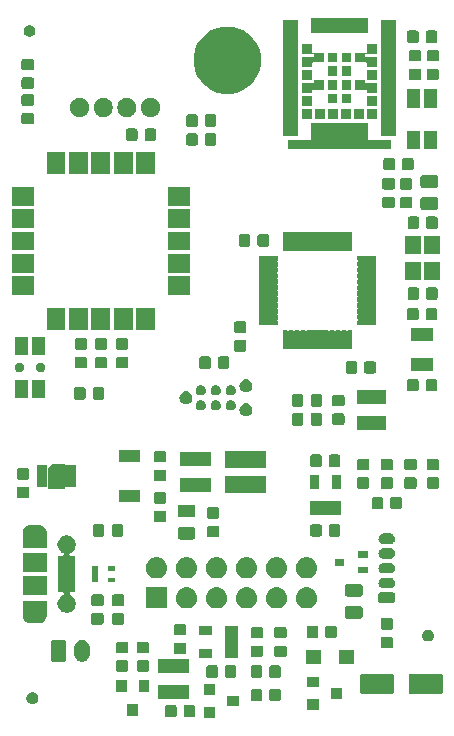
<source format=gts>
G04 #@! TF.GenerationSoftware,KiCad,Pcbnew,(5.0.1-3-g963ef8bb5)*
G04 #@! TF.CreationDate,2019-12-03T23:22:12+01:00*
G04 #@! TF.ProjectId,oibus-mini-CCC,6F696275732D6D696E692D4343432E6B,rev?*
G04 #@! TF.SameCoordinates,Original*
G04 #@! TF.FileFunction,Soldermask,Top*
G04 #@! TF.FilePolarity,Negative*
%FSLAX46Y46*%
G04 Gerber Fmt 4.6, Leading zero omitted, Abs format (unit mm)*
G04 Created by KiCad (PCBNEW (5.0.1-3-g963ef8bb5)) date 2019 December 03, Tuesday 23:22:12*
%MOMM*%
%LPD*%
G01*
G04 APERTURE LIST*
%ADD10C,0.149860*%
%ADD11C,0.001000*%
G04 APERTURE END LIST*
D10*
G04 #@! TO.C,U6*
G36*
X4750826Y20250000D02*
X5650000Y20250000D01*
X5650000Y19848954D01*
X4750826Y19848954D01*
X4750826Y20250000D01*
G37*
G36*
X4750746Y20750000D02*
X5650000Y20750000D01*
X5650000Y20349552D01*
X4750746Y20349552D01*
X4750746Y20750000D01*
G37*
G36*
X4750849Y21250000D02*
X5650000Y21250000D01*
X5650000Y20850057D01*
X4750849Y20850057D01*
X4750849Y21250000D01*
G37*
G36*
X4750198Y21750000D02*
X5650000Y21750000D01*
X5650000Y21350145D01*
X4750198Y21350145D01*
X4750198Y21750000D01*
G37*
G36*
X2349490Y20250000D02*
X3250000Y20250000D01*
X3250000Y19849705D01*
X2349490Y19849705D01*
X2349490Y20250000D01*
G37*
G36*
X2348100Y20750000D02*
X3250000Y20750000D01*
X3250000Y20349481D01*
X2348100Y20349481D01*
X2348100Y20750000D01*
G37*
G36*
X2349330Y21250000D02*
X3250000Y21250000D01*
X3250000Y20850020D01*
X2349330Y20850020D01*
X2349330Y21250000D01*
G37*
G36*
X2348660Y21750000D02*
X3250000Y21750000D01*
X3250000Y21350448D01*
X2348660Y21350448D01*
X2348660Y21750000D01*
G37*
D11*
G36*
X3350000Y21450000D02*
X3700000Y21800000D01*
X4650000Y21800000D01*
X4650000Y19800000D01*
X3350000Y19800000D01*
X3350000Y21450000D01*
G37*
X3350000Y21450000D02*
X3700000Y21800000D01*
X4650000Y21800000D01*
X4650000Y19800000D01*
X3350000Y19800000D01*
X3350000Y21450000D01*
D10*
G36*
X17501000Y349000D02*
X16499000Y349000D01*
X16499000Y1251000D01*
X17501000Y1251000D01*
X17501000Y349000D01*
X17501000Y349000D01*
G37*
G36*
X15629591Y1421915D02*
X15663569Y1411607D01*
X15694887Y1394867D01*
X15722339Y1372339D01*
X15744867Y1344887D01*
X15761607Y1313569D01*
X15771915Y1279591D01*
X15776000Y1238110D01*
X15776000Y561890D01*
X15771915Y520409D01*
X15761607Y486431D01*
X15744867Y455113D01*
X15722339Y427661D01*
X15694887Y405133D01*
X15663569Y388393D01*
X15629591Y378085D01*
X15588110Y374000D01*
X14986890Y374000D01*
X14945409Y378085D01*
X14911431Y388393D01*
X14880113Y405133D01*
X14852661Y427661D01*
X14830133Y455113D01*
X14813393Y486431D01*
X14803085Y520409D01*
X14799000Y561890D01*
X14799000Y1238110D01*
X14803085Y1279591D01*
X14813393Y1313569D01*
X14830133Y1344887D01*
X14852661Y1372339D01*
X14880113Y1394867D01*
X14911431Y1411607D01*
X14945409Y1421915D01*
X14986890Y1426000D01*
X15588110Y1426000D01*
X15629591Y1421915D01*
X15629591Y1421915D01*
G37*
G36*
X14054591Y1421915D02*
X14088569Y1411607D01*
X14119887Y1394867D01*
X14147339Y1372339D01*
X14169867Y1344887D01*
X14186607Y1313569D01*
X14196915Y1279591D01*
X14201000Y1238110D01*
X14201000Y561890D01*
X14196915Y520409D01*
X14186607Y486431D01*
X14169867Y455113D01*
X14147339Y427661D01*
X14119887Y405133D01*
X14088569Y388393D01*
X14054591Y378085D01*
X14013110Y374000D01*
X13411890Y374000D01*
X13370409Y378085D01*
X13336431Y388393D01*
X13305113Y405133D01*
X13277661Y427661D01*
X13255133Y455113D01*
X13238393Y486431D01*
X13228085Y520409D01*
X13224000Y561890D01*
X13224000Y1238110D01*
X13228085Y1279591D01*
X13238393Y1313569D01*
X13255133Y1344887D01*
X13277661Y1372339D01*
X13305113Y1394867D01*
X13336431Y1411607D01*
X13370409Y1421915D01*
X13411890Y1426000D01*
X14013110Y1426000D01*
X14054591Y1421915D01*
X14054591Y1421915D01*
G37*
G36*
X10951000Y499000D02*
X10049000Y499000D01*
X10049000Y1501000D01*
X10951000Y1501000D01*
X10951000Y499000D01*
X10951000Y499000D01*
G37*
G36*
X26251000Y999000D02*
X25249000Y999000D01*
X25249000Y1901000D01*
X26251000Y1901000D01*
X26251000Y999000D01*
X26251000Y999000D01*
G37*
G36*
X19501000Y1299000D02*
X18499000Y1299000D01*
X18499000Y2201000D01*
X19501000Y2201000D01*
X19501000Y1299000D01*
X19501000Y1299000D01*
G37*
G36*
X2145845Y2480785D02*
X2236839Y2443094D01*
X2261088Y2426891D01*
X2318734Y2388373D01*
X2388373Y2318734D01*
X2443095Y2236837D01*
X2480785Y2145845D01*
X2500000Y2049245D01*
X2500000Y1950755D01*
X2480785Y1854155D01*
X2443095Y1763163D01*
X2388373Y1681266D01*
X2318734Y1611627D01*
X2318731Y1611625D01*
X2236839Y1556906D01*
X2145845Y1519215D01*
X2049246Y1500000D01*
X1950754Y1500000D01*
X1854155Y1519215D01*
X1763161Y1556906D01*
X1681269Y1611625D01*
X1681266Y1611627D01*
X1611627Y1681266D01*
X1556905Y1763163D01*
X1519215Y1854155D01*
X1500000Y1950755D01*
X1500000Y2049245D01*
X1519215Y2145845D01*
X1556905Y2236837D01*
X1611627Y2318734D01*
X1681266Y2388373D01*
X1738912Y2426891D01*
X1763161Y2443094D01*
X1854155Y2480785D01*
X1950754Y2500000D01*
X2049246Y2500000D01*
X2145845Y2480785D01*
X2145845Y2480785D01*
G37*
G36*
X22879591Y2771915D02*
X22913569Y2761607D01*
X22944887Y2744867D01*
X22972339Y2722339D01*
X22994867Y2694887D01*
X23011607Y2663569D01*
X23021915Y2629591D01*
X23026000Y2588110D01*
X23026000Y1911890D01*
X23021915Y1870409D01*
X23011607Y1836431D01*
X22994867Y1805113D01*
X22972339Y1777661D01*
X22944887Y1755133D01*
X22913569Y1738393D01*
X22879591Y1728085D01*
X22838110Y1724000D01*
X22236890Y1724000D01*
X22195409Y1728085D01*
X22161431Y1738393D01*
X22130113Y1755133D01*
X22102661Y1777661D01*
X22080133Y1805113D01*
X22063393Y1836431D01*
X22053085Y1870409D01*
X22049000Y1911890D01*
X22049000Y2588110D01*
X22053085Y2629591D01*
X22063393Y2663569D01*
X22080133Y2694887D01*
X22102661Y2722339D01*
X22130113Y2744867D01*
X22161431Y2761607D01*
X22195409Y2771915D01*
X22236890Y2776000D01*
X22838110Y2776000D01*
X22879591Y2771915D01*
X22879591Y2771915D01*
G37*
G36*
X21304591Y2771915D02*
X21338569Y2761607D01*
X21369887Y2744867D01*
X21397339Y2722339D01*
X21419867Y2694887D01*
X21436607Y2663569D01*
X21446915Y2629591D01*
X21451000Y2588110D01*
X21451000Y1911890D01*
X21446915Y1870409D01*
X21436607Y1836431D01*
X21419867Y1805113D01*
X21397339Y1777661D01*
X21369887Y1755133D01*
X21338569Y1738393D01*
X21304591Y1728085D01*
X21263110Y1724000D01*
X20661890Y1724000D01*
X20620409Y1728085D01*
X20586431Y1738393D01*
X20555113Y1755133D01*
X20527661Y1777661D01*
X20505133Y1805113D01*
X20488393Y1836431D01*
X20478085Y1870409D01*
X20474000Y1911890D01*
X20474000Y2588110D01*
X20478085Y2629591D01*
X20488393Y2663569D01*
X20505133Y2694887D01*
X20527661Y2722339D01*
X20555113Y2744867D01*
X20586431Y2761607D01*
X20620409Y2771915D01*
X20661890Y2776000D01*
X21263110Y2776000D01*
X21304591Y2771915D01*
X21304591Y2771915D01*
G37*
G36*
X15266000Y1919000D02*
X12614000Y1919000D01*
X12614000Y3081000D01*
X15266000Y3081000D01*
X15266000Y1919000D01*
X15266000Y1919000D01*
G37*
G36*
X28251000Y1949000D02*
X27249000Y1949000D01*
X27249000Y2851000D01*
X28251000Y2851000D01*
X28251000Y1949000D01*
X28251000Y1949000D01*
G37*
G36*
X17501000Y2249000D02*
X16499000Y2249000D01*
X16499000Y3151000D01*
X17501000Y3151000D01*
X17501000Y2249000D01*
X17501000Y2249000D01*
G37*
G36*
X32480996Y4046949D02*
X32514653Y4036739D01*
X32545667Y4020162D01*
X32572852Y3997852D01*
X32595162Y3970667D01*
X32611739Y3939653D01*
X32621949Y3905996D01*
X32626000Y3864862D01*
X32626000Y2535138D01*
X32621949Y2494004D01*
X32611739Y2460347D01*
X32595162Y2429333D01*
X32572852Y2402148D01*
X32545667Y2379838D01*
X32514653Y2363261D01*
X32480996Y2353051D01*
X32439862Y2349000D01*
X29935138Y2349000D01*
X29894004Y2353051D01*
X29860347Y2363261D01*
X29829333Y2379838D01*
X29802148Y2402148D01*
X29779838Y2429333D01*
X29763261Y2460347D01*
X29753051Y2494004D01*
X29749000Y2535138D01*
X29749000Y3864862D01*
X29753051Y3905996D01*
X29763261Y3939653D01*
X29779838Y3970667D01*
X29802148Y3997852D01*
X29829333Y4020162D01*
X29860347Y4036739D01*
X29894004Y4046949D01*
X29935138Y4051000D01*
X32439862Y4051000D01*
X32480996Y4046949D01*
X32480996Y4046949D01*
G37*
G36*
X36605996Y4046949D02*
X36639653Y4036739D01*
X36670667Y4020162D01*
X36697852Y3997852D01*
X36720162Y3970667D01*
X36736739Y3939653D01*
X36746949Y3905996D01*
X36751000Y3864862D01*
X36751000Y2535138D01*
X36746949Y2494004D01*
X36736739Y2460347D01*
X36720162Y2429333D01*
X36697852Y2402148D01*
X36670667Y2379838D01*
X36639653Y2363261D01*
X36605996Y2353051D01*
X36564862Y2349000D01*
X34060138Y2349000D01*
X34019004Y2353051D01*
X33985347Y2363261D01*
X33954333Y2379838D01*
X33927148Y2402148D01*
X33904838Y2429333D01*
X33888261Y2460347D01*
X33878051Y2494004D01*
X33874000Y2535138D01*
X33874000Y3864862D01*
X33878051Y3905996D01*
X33888261Y3939653D01*
X33904838Y3970667D01*
X33927148Y3997852D01*
X33954333Y4020162D01*
X33985347Y4036739D01*
X34019004Y4046949D01*
X34060138Y4051000D01*
X36564862Y4051000D01*
X36605996Y4046949D01*
X36605996Y4046949D01*
G37*
G36*
X10001000Y2499000D02*
X9099000Y2499000D01*
X9099000Y3501000D01*
X10001000Y3501000D01*
X10001000Y2499000D01*
X10001000Y2499000D01*
G37*
G36*
X11901000Y2499000D02*
X10999000Y2499000D01*
X10999000Y3501000D01*
X11901000Y3501000D01*
X11901000Y2499000D01*
X11901000Y2499000D01*
G37*
G36*
X26251000Y2899000D02*
X25249000Y2899000D01*
X25249000Y3801000D01*
X26251000Y3801000D01*
X26251000Y2899000D01*
X26251000Y2899000D01*
G37*
G36*
X22879591Y4771915D02*
X22913569Y4761607D01*
X22944887Y4744867D01*
X22972339Y4722339D01*
X22994867Y4694887D01*
X23011607Y4663569D01*
X23021915Y4629591D01*
X23026000Y4588110D01*
X23026000Y3911890D01*
X23021915Y3870409D01*
X23011607Y3836431D01*
X22994867Y3805113D01*
X22972339Y3777661D01*
X22944887Y3755133D01*
X22913569Y3738393D01*
X22879591Y3728085D01*
X22838110Y3724000D01*
X22236890Y3724000D01*
X22195409Y3728085D01*
X22161431Y3738393D01*
X22130113Y3755133D01*
X22102661Y3777661D01*
X22080133Y3805113D01*
X22063393Y3836431D01*
X22053085Y3870409D01*
X22049000Y3911890D01*
X22049000Y4588110D01*
X22053085Y4629591D01*
X22063393Y4663569D01*
X22080133Y4694887D01*
X22102661Y4722339D01*
X22130113Y4744867D01*
X22161431Y4761607D01*
X22195409Y4771915D01*
X22236890Y4776000D01*
X22838110Y4776000D01*
X22879591Y4771915D01*
X22879591Y4771915D01*
G37*
G36*
X21304591Y4771915D02*
X21338569Y4761607D01*
X21369887Y4744867D01*
X21397339Y4722339D01*
X21419867Y4694887D01*
X21436607Y4663569D01*
X21446915Y4629591D01*
X21451000Y4588110D01*
X21451000Y3911890D01*
X21446915Y3870409D01*
X21436607Y3836431D01*
X21419867Y3805113D01*
X21397339Y3777661D01*
X21369887Y3755133D01*
X21338569Y3738393D01*
X21304591Y3728085D01*
X21263110Y3724000D01*
X20661890Y3724000D01*
X20620409Y3728085D01*
X20586431Y3738393D01*
X20555113Y3755133D01*
X20527661Y3777661D01*
X20505133Y3805113D01*
X20488393Y3836431D01*
X20478085Y3870409D01*
X20474000Y3911890D01*
X20474000Y4588110D01*
X20478085Y4629591D01*
X20488393Y4663569D01*
X20505133Y4694887D01*
X20527661Y4722339D01*
X20555113Y4744867D01*
X20586431Y4761607D01*
X20620409Y4771915D01*
X20661890Y4776000D01*
X21263110Y4776000D01*
X21304591Y4771915D01*
X21304591Y4771915D01*
G37*
G36*
X19129591Y4771915D02*
X19163569Y4761607D01*
X19194887Y4744867D01*
X19222339Y4722339D01*
X19244867Y4694887D01*
X19261607Y4663569D01*
X19271915Y4629591D01*
X19276000Y4588110D01*
X19276000Y3911890D01*
X19271915Y3870409D01*
X19261607Y3836431D01*
X19244867Y3805113D01*
X19222339Y3777661D01*
X19194887Y3755133D01*
X19163569Y3738393D01*
X19129591Y3728085D01*
X19088110Y3724000D01*
X18486890Y3724000D01*
X18445409Y3728085D01*
X18411431Y3738393D01*
X18380113Y3755133D01*
X18352661Y3777661D01*
X18330133Y3805113D01*
X18313393Y3836431D01*
X18303085Y3870409D01*
X18299000Y3911890D01*
X18299000Y4588110D01*
X18303085Y4629591D01*
X18313393Y4663569D01*
X18330133Y4694887D01*
X18352661Y4722339D01*
X18380113Y4744867D01*
X18411431Y4761607D01*
X18445409Y4771915D01*
X18486890Y4776000D01*
X19088110Y4776000D01*
X19129591Y4771915D01*
X19129591Y4771915D01*
G37*
G36*
X17554591Y4771915D02*
X17588569Y4761607D01*
X17619887Y4744867D01*
X17647339Y4722339D01*
X17669867Y4694887D01*
X17686607Y4663569D01*
X17696915Y4629591D01*
X17701000Y4588110D01*
X17701000Y3911890D01*
X17696915Y3870409D01*
X17686607Y3836431D01*
X17669867Y3805113D01*
X17647339Y3777661D01*
X17619887Y3755133D01*
X17588569Y3738393D01*
X17554591Y3728085D01*
X17513110Y3724000D01*
X16911890Y3724000D01*
X16870409Y3728085D01*
X16836431Y3738393D01*
X16805113Y3755133D01*
X16777661Y3777661D01*
X16755133Y3805113D01*
X16738393Y3836431D01*
X16728085Y3870409D01*
X16724000Y3911890D01*
X16724000Y4588110D01*
X16728085Y4629591D01*
X16738393Y4663569D01*
X16755133Y4694887D01*
X16777661Y4722339D01*
X16805113Y4744867D01*
X16836431Y4761607D01*
X16870409Y4771915D01*
X16911890Y4776000D01*
X17513110Y4776000D01*
X17554591Y4771915D01*
X17554591Y4771915D01*
G37*
G36*
X15266000Y4119000D02*
X12614000Y4119000D01*
X12614000Y5281000D01*
X15266000Y5281000D01*
X15266000Y4119000D01*
X15266000Y4119000D01*
G37*
G36*
X9979591Y5196915D02*
X10013569Y5186607D01*
X10044887Y5169867D01*
X10072339Y5147339D01*
X10094867Y5119887D01*
X10111607Y5088569D01*
X10121915Y5054591D01*
X10126000Y5013110D01*
X10126000Y4411890D01*
X10121915Y4370409D01*
X10111607Y4336431D01*
X10094867Y4305113D01*
X10072339Y4277661D01*
X10044887Y4255133D01*
X10013569Y4238393D01*
X9979591Y4228085D01*
X9938110Y4224000D01*
X9261890Y4224000D01*
X9220409Y4228085D01*
X9186431Y4238393D01*
X9155113Y4255133D01*
X9127661Y4277661D01*
X9105133Y4305113D01*
X9088393Y4336431D01*
X9078085Y4370409D01*
X9074000Y4411890D01*
X9074000Y5013110D01*
X9078085Y5054591D01*
X9088393Y5088569D01*
X9105133Y5119887D01*
X9127661Y5147339D01*
X9155113Y5169867D01*
X9186431Y5186607D01*
X9220409Y5196915D01*
X9261890Y5201000D01*
X9938110Y5201000D01*
X9979591Y5196915D01*
X9979591Y5196915D01*
G37*
G36*
X11729591Y5196915D02*
X11763569Y5186607D01*
X11794887Y5169867D01*
X11822339Y5147339D01*
X11844867Y5119887D01*
X11861607Y5088569D01*
X11871915Y5054591D01*
X11876000Y5013110D01*
X11876000Y4411890D01*
X11871915Y4370409D01*
X11861607Y4336431D01*
X11844867Y4305113D01*
X11822339Y4277661D01*
X11794887Y4255133D01*
X11763569Y4238393D01*
X11729591Y4228085D01*
X11688110Y4224000D01*
X11011890Y4224000D01*
X10970409Y4228085D01*
X10936431Y4238393D01*
X10905113Y4255133D01*
X10877661Y4277661D01*
X10855133Y4305113D01*
X10838393Y4336431D01*
X10828085Y4370409D01*
X10824000Y4411890D01*
X10824000Y5013110D01*
X10828085Y5054591D01*
X10838393Y5088569D01*
X10855133Y5119887D01*
X10877661Y5147339D01*
X10905113Y5169867D01*
X10936431Y5186607D01*
X10970409Y5196915D01*
X11011890Y5201000D01*
X11688110Y5201000D01*
X11729591Y5196915D01*
X11729591Y5196915D01*
G37*
G36*
X29201000Y4899000D02*
X27999000Y4899000D01*
X27999000Y6101000D01*
X29201000Y6101000D01*
X29201000Y4899000D01*
X29201000Y4899000D01*
G37*
G36*
X26401000Y4899000D02*
X25199000Y4899000D01*
X25199000Y6101000D01*
X26401000Y6101000D01*
X26401000Y4899000D01*
X26401000Y4899000D01*
G37*
G36*
X6327617Y6916580D02*
X6409426Y6891763D01*
X6450332Y6879355D01*
X6472544Y6867482D01*
X6563425Y6818905D01*
X6563427Y6818904D01*
X6563426Y6818904D01*
X6636965Y6758553D01*
X6662553Y6737553D01*
X6743905Y6638426D01*
X6743906Y6638424D01*
X6804355Y6525333D01*
X6816763Y6484427D01*
X6841580Y6402618D01*
X6851000Y6306973D01*
X6851000Y5693027D01*
X6841580Y5597382D01*
X6820430Y5527661D01*
X6804355Y5474667D01*
X6750819Y5374509D01*
X6743905Y5361574D01*
X6662553Y5262447D01*
X6563426Y5181095D01*
X6563424Y5181094D01*
X6450333Y5120645D01*
X6409427Y5108237D01*
X6327618Y5083420D01*
X6200000Y5070851D01*
X6072383Y5083420D01*
X5990574Y5108237D01*
X5949668Y5120645D01*
X5836577Y5181094D01*
X5836575Y5181095D01*
X5737448Y5262447D01*
X5656095Y5361574D01*
X5596002Y5474000D01*
X5595645Y5474667D01*
X5579570Y5527661D01*
X5558420Y5597382D01*
X5549000Y5693027D01*
X5549000Y6306972D01*
X5558420Y6402617D01*
X5595645Y6525331D01*
X5595645Y6525332D01*
X5631520Y6592448D01*
X5656095Y6638425D01*
X5737447Y6737553D01*
X5836574Y6818905D01*
X5871400Y6837520D01*
X5949667Y6879355D01*
X5990573Y6891763D01*
X6072382Y6916580D01*
X6200000Y6929149D01*
X6327617Y6916580D01*
X6327617Y6916580D01*
G37*
G36*
X4691242Y6921596D02*
X4728339Y6910343D01*
X4762520Y6892073D01*
X4792482Y6867482D01*
X4817073Y6837520D01*
X4835343Y6803339D01*
X4846596Y6766242D01*
X4851000Y6721527D01*
X4851000Y5278473D01*
X4846596Y5233758D01*
X4835343Y5196661D01*
X4817073Y5162480D01*
X4792482Y5132518D01*
X4762520Y5107927D01*
X4728339Y5089657D01*
X4691242Y5078404D01*
X4646527Y5074000D01*
X3753473Y5074000D01*
X3708758Y5078404D01*
X3671661Y5089657D01*
X3637480Y5107927D01*
X3607518Y5132518D01*
X3582927Y5162480D01*
X3564657Y5196661D01*
X3553404Y5233758D01*
X3549000Y5278473D01*
X3549000Y6721527D01*
X3553404Y6766242D01*
X3564657Y6803339D01*
X3582927Y6837520D01*
X3607518Y6867482D01*
X3637480Y6892073D01*
X3671661Y6910343D01*
X3708758Y6921596D01*
X3753473Y6926000D01*
X4646527Y6926000D01*
X4691242Y6921596D01*
X4691242Y6921596D01*
G37*
G36*
X19431000Y5424000D02*
X18269000Y5424000D01*
X18269000Y8076000D01*
X19431000Y8076000D01*
X19431000Y5424000D01*
X19431000Y5424000D01*
G37*
G36*
X17231000Y5424000D02*
X16069000Y5424000D01*
X16069000Y6176000D01*
X17231000Y6176000D01*
X17231000Y5424000D01*
X17231000Y5424000D01*
G37*
G36*
X21379591Y6446915D02*
X21413569Y6436607D01*
X21444887Y6419867D01*
X21472339Y6397339D01*
X21494867Y6369887D01*
X21511607Y6338569D01*
X21521915Y6304591D01*
X21526000Y6263110D01*
X21526000Y5661890D01*
X21521915Y5620409D01*
X21511607Y5586431D01*
X21494867Y5555113D01*
X21472339Y5527661D01*
X21444887Y5505133D01*
X21413569Y5488393D01*
X21379591Y5478085D01*
X21338110Y5474000D01*
X20661890Y5474000D01*
X20620409Y5478085D01*
X20586431Y5488393D01*
X20555113Y5505133D01*
X20527661Y5527661D01*
X20505133Y5555113D01*
X20488393Y5586431D01*
X20478085Y5620409D01*
X20474000Y5661890D01*
X20474000Y6263110D01*
X20478085Y6304591D01*
X20488393Y6338569D01*
X20505133Y6369887D01*
X20527661Y6397339D01*
X20555113Y6419867D01*
X20586431Y6436607D01*
X20620409Y6446915D01*
X20661890Y6451000D01*
X21338110Y6451000D01*
X21379591Y6446915D01*
X21379591Y6446915D01*
G37*
G36*
X23379591Y6446915D02*
X23413569Y6436607D01*
X23444887Y6419867D01*
X23472339Y6397339D01*
X23494867Y6369887D01*
X23511607Y6338569D01*
X23521915Y6304591D01*
X23526000Y6263110D01*
X23526000Y5661890D01*
X23521915Y5620409D01*
X23511607Y5586431D01*
X23494867Y5555113D01*
X23472339Y5527661D01*
X23444887Y5505133D01*
X23413569Y5488393D01*
X23379591Y5478085D01*
X23338110Y5474000D01*
X22661890Y5474000D01*
X22620409Y5478085D01*
X22586431Y5488393D01*
X22555113Y5505133D01*
X22527661Y5527661D01*
X22505133Y5555113D01*
X22488393Y5586431D01*
X22478085Y5620409D01*
X22474000Y5661890D01*
X22474000Y6263110D01*
X22478085Y6304591D01*
X22488393Y6338569D01*
X22505133Y6369887D01*
X22527661Y6397339D01*
X22555113Y6419867D01*
X22586431Y6436607D01*
X22620409Y6446915D01*
X22661890Y6451000D01*
X23338110Y6451000D01*
X23379591Y6446915D01*
X23379591Y6446915D01*
G37*
G36*
X14879591Y6696915D02*
X14913569Y6686607D01*
X14944887Y6669867D01*
X14972339Y6647339D01*
X14994867Y6619887D01*
X15011607Y6588569D01*
X15021915Y6554591D01*
X15026000Y6513110D01*
X15026000Y5911890D01*
X15021915Y5870409D01*
X15011607Y5836431D01*
X14994867Y5805113D01*
X14972339Y5777661D01*
X14944887Y5755133D01*
X14913569Y5738393D01*
X14879591Y5728085D01*
X14838110Y5724000D01*
X14161890Y5724000D01*
X14120409Y5728085D01*
X14086431Y5738393D01*
X14055113Y5755133D01*
X14027661Y5777661D01*
X14005133Y5805113D01*
X13988393Y5836431D01*
X13978085Y5870409D01*
X13974000Y5911890D01*
X13974000Y6513110D01*
X13978085Y6554591D01*
X13988393Y6588569D01*
X14005133Y6619887D01*
X14027661Y6647339D01*
X14055113Y6669867D01*
X14086431Y6686607D01*
X14120409Y6696915D01*
X14161890Y6701000D01*
X14838110Y6701000D01*
X14879591Y6696915D01*
X14879591Y6696915D01*
G37*
G36*
X11729591Y6771915D02*
X11763569Y6761607D01*
X11794887Y6744867D01*
X11822339Y6722339D01*
X11844867Y6694887D01*
X11861607Y6663569D01*
X11871915Y6629591D01*
X11876000Y6588110D01*
X11876000Y5986890D01*
X11871915Y5945409D01*
X11861607Y5911431D01*
X11844867Y5880113D01*
X11822339Y5852661D01*
X11794887Y5830133D01*
X11763569Y5813393D01*
X11729591Y5803085D01*
X11688110Y5799000D01*
X11011890Y5799000D01*
X10970409Y5803085D01*
X10936431Y5813393D01*
X10905113Y5830133D01*
X10877661Y5852661D01*
X10855133Y5880113D01*
X10838393Y5911431D01*
X10828085Y5945409D01*
X10824000Y5986890D01*
X10824000Y6588110D01*
X10828085Y6629591D01*
X10838393Y6663569D01*
X10855133Y6694887D01*
X10877661Y6722339D01*
X10905113Y6744867D01*
X10936431Y6761607D01*
X10970409Y6771915D01*
X11011890Y6776000D01*
X11688110Y6776000D01*
X11729591Y6771915D01*
X11729591Y6771915D01*
G37*
G36*
X9979591Y6771915D02*
X10013569Y6761607D01*
X10044887Y6744867D01*
X10072339Y6722339D01*
X10094867Y6694887D01*
X10111607Y6663569D01*
X10121915Y6629591D01*
X10126000Y6588110D01*
X10126000Y5986890D01*
X10121915Y5945409D01*
X10111607Y5911431D01*
X10094867Y5880113D01*
X10072339Y5852661D01*
X10044887Y5830133D01*
X10013569Y5813393D01*
X9979591Y5803085D01*
X9938110Y5799000D01*
X9261890Y5799000D01*
X9220409Y5803085D01*
X9186431Y5813393D01*
X9155113Y5830133D01*
X9127661Y5852661D01*
X9105133Y5880113D01*
X9088393Y5911431D01*
X9078085Y5945409D01*
X9074000Y5986890D01*
X9074000Y6588110D01*
X9078085Y6629591D01*
X9088393Y6663569D01*
X9105133Y6694887D01*
X9127661Y6722339D01*
X9155113Y6744867D01*
X9186431Y6761607D01*
X9220409Y6771915D01*
X9261890Y6776000D01*
X9938110Y6776000D01*
X9979591Y6771915D01*
X9979591Y6771915D01*
G37*
G36*
X32379591Y7196915D02*
X32413569Y7186607D01*
X32444887Y7169867D01*
X32472339Y7147339D01*
X32494867Y7119887D01*
X32511607Y7088569D01*
X32521915Y7054591D01*
X32526000Y7013110D01*
X32526000Y6411890D01*
X32521915Y6370409D01*
X32511607Y6336431D01*
X32494867Y6305113D01*
X32472339Y6277661D01*
X32444887Y6255133D01*
X32413569Y6238393D01*
X32379591Y6228085D01*
X32338110Y6224000D01*
X31661890Y6224000D01*
X31620409Y6228085D01*
X31586431Y6238393D01*
X31555113Y6255133D01*
X31527661Y6277661D01*
X31505133Y6305113D01*
X31488393Y6336431D01*
X31478085Y6370409D01*
X31474000Y6411890D01*
X31474000Y7013110D01*
X31478085Y7054591D01*
X31488393Y7088569D01*
X31505133Y7119887D01*
X31527661Y7147339D01*
X31555113Y7169867D01*
X31586431Y7186607D01*
X31620409Y7196915D01*
X31661890Y7201000D01*
X32338110Y7201000D01*
X32379591Y7196915D01*
X32379591Y7196915D01*
G37*
G36*
X35645845Y7780785D02*
X35736839Y7743094D01*
X35817640Y7689104D01*
X35818734Y7688373D01*
X35888373Y7618734D01*
X35888375Y7618731D01*
X35943094Y7536839D01*
X35980785Y7445845D01*
X36000000Y7349246D01*
X36000000Y7250754D01*
X35989291Y7196915D01*
X35980785Y7154155D01*
X35944930Y7067592D01*
X35943094Y7063161D01*
X35936361Y7053085D01*
X35888373Y6981266D01*
X35818734Y6911627D01*
X35818731Y6911625D01*
X35736839Y6856906D01*
X35645845Y6819215D01*
X35549246Y6800000D01*
X35450754Y6800000D01*
X35354155Y6819215D01*
X35263161Y6856906D01*
X35181269Y6911625D01*
X35181266Y6911627D01*
X35111627Y6981266D01*
X35063639Y7053085D01*
X35056906Y7063161D01*
X35055071Y7067592D01*
X35019215Y7154155D01*
X35010709Y7196915D01*
X35000000Y7250754D01*
X35000000Y7349246D01*
X35019215Y7445845D01*
X35056906Y7536839D01*
X35111625Y7618731D01*
X35111627Y7618734D01*
X35181266Y7688373D01*
X35182360Y7689104D01*
X35263161Y7743094D01*
X35354155Y7780785D01*
X35450754Y7800000D01*
X35549246Y7800000D01*
X35645845Y7780785D01*
X35645845Y7780785D01*
G37*
G36*
X21379591Y8021915D02*
X21413569Y8011607D01*
X21444887Y7994867D01*
X21472339Y7972339D01*
X21494867Y7944887D01*
X21511607Y7913569D01*
X21521915Y7879591D01*
X21526000Y7838110D01*
X21526000Y7236890D01*
X21521915Y7195409D01*
X21511607Y7161431D01*
X21494867Y7130113D01*
X21472339Y7102661D01*
X21444887Y7080133D01*
X21413569Y7063393D01*
X21379591Y7053085D01*
X21338110Y7049000D01*
X20661890Y7049000D01*
X20620409Y7053085D01*
X20586431Y7063393D01*
X20555113Y7080133D01*
X20527661Y7102661D01*
X20505133Y7130113D01*
X20488393Y7161431D01*
X20478085Y7195409D01*
X20474000Y7236890D01*
X20474000Y7838110D01*
X20478085Y7879591D01*
X20488393Y7913569D01*
X20505133Y7944887D01*
X20527661Y7972339D01*
X20555113Y7994867D01*
X20586431Y8011607D01*
X20620409Y8021915D01*
X20661890Y8026000D01*
X21338110Y8026000D01*
X21379591Y8021915D01*
X21379591Y8021915D01*
G37*
G36*
X23379591Y8021915D02*
X23413569Y8011607D01*
X23444887Y7994867D01*
X23472339Y7972339D01*
X23494867Y7944887D01*
X23511607Y7913569D01*
X23521915Y7879591D01*
X23526000Y7838110D01*
X23526000Y7236890D01*
X23521915Y7195409D01*
X23511607Y7161431D01*
X23494867Y7130113D01*
X23472339Y7102661D01*
X23444887Y7080133D01*
X23413569Y7063393D01*
X23379591Y7053085D01*
X23338110Y7049000D01*
X22661890Y7049000D01*
X22620409Y7053085D01*
X22586431Y7063393D01*
X22555113Y7080133D01*
X22527661Y7102661D01*
X22505133Y7130113D01*
X22488393Y7161431D01*
X22478085Y7195409D01*
X22474000Y7236890D01*
X22474000Y7838110D01*
X22478085Y7879591D01*
X22488393Y7913569D01*
X22505133Y7944887D01*
X22527661Y7972339D01*
X22555113Y7994867D01*
X22586431Y8011607D01*
X22620409Y8021915D01*
X22661890Y8026000D01*
X23338110Y8026000D01*
X23379591Y8021915D01*
X23379591Y8021915D01*
G37*
G36*
X27629591Y8121915D02*
X27663569Y8111607D01*
X27694887Y8094867D01*
X27722339Y8072339D01*
X27744867Y8044887D01*
X27761607Y8013569D01*
X27771915Y7979591D01*
X27776000Y7938110D01*
X27776000Y7261890D01*
X27771915Y7220409D01*
X27761607Y7186431D01*
X27744867Y7155113D01*
X27722339Y7127661D01*
X27694887Y7105133D01*
X27663569Y7088393D01*
X27629591Y7078085D01*
X27588110Y7074000D01*
X26986890Y7074000D01*
X26945409Y7078085D01*
X26911431Y7088393D01*
X26880113Y7105133D01*
X26852661Y7127661D01*
X26830133Y7155113D01*
X26813393Y7186431D01*
X26803085Y7220409D01*
X26799000Y7261890D01*
X26799000Y7938110D01*
X26803085Y7979591D01*
X26813393Y8013569D01*
X26830133Y8044887D01*
X26852661Y8072339D01*
X26880113Y8094867D01*
X26911431Y8111607D01*
X26945409Y8121915D01*
X26986890Y8126000D01*
X27588110Y8126000D01*
X27629591Y8121915D01*
X27629591Y8121915D01*
G37*
G36*
X26054591Y8121915D02*
X26088569Y8111607D01*
X26119887Y8094867D01*
X26147339Y8072339D01*
X26169867Y8044887D01*
X26186607Y8013569D01*
X26196915Y7979591D01*
X26201000Y7938110D01*
X26201000Y7261890D01*
X26196915Y7220409D01*
X26186607Y7186431D01*
X26169867Y7155113D01*
X26147339Y7127661D01*
X26119887Y7105133D01*
X26088569Y7088393D01*
X26054591Y7078085D01*
X26013110Y7074000D01*
X25411890Y7074000D01*
X25370409Y7078085D01*
X25336431Y7088393D01*
X25305113Y7105133D01*
X25277661Y7127661D01*
X25255133Y7155113D01*
X25238393Y7186431D01*
X25228085Y7220409D01*
X25224000Y7261890D01*
X25224000Y7938110D01*
X25228085Y7979591D01*
X25238393Y8013569D01*
X25255133Y8044887D01*
X25277661Y8072339D01*
X25305113Y8094867D01*
X25336431Y8111607D01*
X25370409Y8121915D01*
X25411890Y8126000D01*
X26013110Y8126000D01*
X26054591Y8121915D01*
X26054591Y8121915D01*
G37*
G36*
X14879591Y8271915D02*
X14913569Y8261607D01*
X14944887Y8244867D01*
X14972339Y8222339D01*
X14994867Y8194887D01*
X15011607Y8163569D01*
X15021915Y8129591D01*
X15026000Y8088110D01*
X15026000Y7486890D01*
X15021915Y7445409D01*
X15011607Y7411431D01*
X14994867Y7380113D01*
X14972339Y7352661D01*
X14944887Y7330133D01*
X14913569Y7313393D01*
X14879591Y7303085D01*
X14838110Y7299000D01*
X14161890Y7299000D01*
X14120409Y7303085D01*
X14086431Y7313393D01*
X14055113Y7330133D01*
X14027661Y7352661D01*
X14005133Y7380113D01*
X13988393Y7411431D01*
X13978085Y7445409D01*
X13974000Y7486890D01*
X13974000Y8088110D01*
X13978085Y8129591D01*
X13988393Y8163569D01*
X14005133Y8194887D01*
X14027661Y8222339D01*
X14055113Y8244867D01*
X14086431Y8261607D01*
X14120409Y8271915D01*
X14161890Y8276000D01*
X14838110Y8276000D01*
X14879591Y8271915D01*
X14879591Y8271915D01*
G37*
G36*
X17231000Y7324000D02*
X16069000Y7324000D01*
X16069000Y8076000D01*
X17231000Y8076000D01*
X17231000Y7324000D01*
X17231000Y7324000D01*
G37*
G36*
X32379591Y8771915D02*
X32413569Y8761607D01*
X32444887Y8744867D01*
X32472339Y8722339D01*
X32494867Y8694887D01*
X32511607Y8663569D01*
X32521915Y8629591D01*
X32526000Y8588110D01*
X32526000Y7986890D01*
X32521915Y7945409D01*
X32511607Y7911431D01*
X32494867Y7880113D01*
X32472339Y7852661D01*
X32444887Y7830133D01*
X32413569Y7813393D01*
X32379591Y7803085D01*
X32338110Y7799000D01*
X31661890Y7799000D01*
X31620409Y7803085D01*
X31586431Y7813393D01*
X31555113Y7830133D01*
X31527661Y7852661D01*
X31505133Y7880113D01*
X31488393Y7911431D01*
X31478085Y7945409D01*
X31474000Y7986890D01*
X31474000Y8588110D01*
X31478085Y8629591D01*
X31488393Y8663569D01*
X31505133Y8694887D01*
X31527661Y8722339D01*
X31555113Y8744867D01*
X31586431Y8761607D01*
X31620409Y8771915D01*
X31661890Y8776000D01*
X32338110Y8776000D01*
X32379591Y8771915D01*
X32379591Y8771915D01*
G37*
G36*
X9629591Y9196915D02*
X9663569Y9186607D01*
X9694887Y9169867D01*
X9722339Y9147339D01*
X9744867Y9119887D01*
X9761607Y9088569D01*
X9771915Y9054591D01*
X9776000Y9013110D01*
X9776000Y8411890D01*
X9771915Y8370409D01*
X9761607Y8336431D01*
X9744867Y8305113D01*
X9722339Y8277661D01*
X9694887Y8255133D01*
X9663569Y8238393D01*
X9629591Y8228085D01*
X9588110Y8224000D01*
X8911890Y8224000D01*
X8870409Y8228085D01*
X8836431Y8238393D01*
X8805113Y8255133D01*
X8777661Y8277661D01*
X8755133Y8305113D01*
X8738393Y8336431D01*
X8728085Y8370409D01*
X8724000Y8411890D01*
X8724000Y9013110D01*
X8728085Y9054591D01*
X8738393Y9088569D01*
X8755133Y9119887D01*
X8777661Y9147339D01*
X8805113Y9169867D01*
X8836431Y9186607D01*
X8870409Y9196915D01*
X8911890Y9201000D01*
X9588110Y9201000D01*
X9629591Y9196915D01*
X9629591Y9196915D01*
G37*
G36*
X7879591Y9196915D02*
X7913569Y9186607D01*
X7944887Y9169867D01*
X7972339Y9147339D01*
X7994867Y9119887D01*
X8011607Y9088569D01*
X8021915Y9054591D01*
X8026000Y9013110D01*
X8026000Y8411890D01*
X8021915Y8370409D01*
X8011607Y8336431D01*
X7994867Y8305113D01*
X7972339Y8277661D01*
X7944887Y8255133D01*
X7913569Y8238393D01*
X7879591Y8228085D01*
X7838110Y8224000D01*
X7161890Y8224000D01*
X7120409Y8228085D01*
X7086431Y8238393D01*
X7055113Y8255133D01*
X7027661Y8277661D01*
X7005133Y8305113D01*
X6988393Y8336431D01*
X6978085Y8370409D01*
X6974000Y8411890D01*
X6974000Y9013110D01*
X6978085Y9054591D01*
X6988393Y9088569D01*
X7005133Y9119887D01*
X7027661Y9147339D01*
X7055113Y9169867D01*
X7086431Y9186607D01*
X7120409Y9196915D01*
X7161890Y9201000D01*
X7838110Y9201000D01*
X7879591Y9196915D01*
X7879591Y9196915D01*
G37*
G36*
X3201000Y9038114D02*
X3201602Y9025862D01*
X3204149Y9000000D01*
X3201602Y8974138D01*
X3201000Y8961886D01*
X3201000Y8888593D01*
X3192043Y8871835D01*
X3187913Y8860292D01*
X3182868Y8843663D01*
X3154355Y8749667D01*
X3108334Y8663569D01*
X3093905Y8636574D01*
X3012553Y8537447D01*
X2913426Y8456095D01*
X2913424Y8456094D01*
X2800333Y8395645D01*
X2759427Y8383237D01*
X2677618Y8358420D01*
X2613855Y8352140D01*
X2581974Y8349000D01*
X1818026Y8349000D01*
X1786145Y8352140D01*
X1722382Y8358420D01*
X1640573Y8383237D01*
X1599667Y8395645D01*
X1486576Y8456094D01*
X1486574Y8456095D01*
X1387447Y8537447D01*
X1306095Y8636574D01*
X1291666Y8663569D01*
X1245645Y8749667D01*
X1217132Y8843663D01*
X1212088Y8860289D01*
X1202712Y8882924D01*
X1199000Y8888480D01*
X1199000Y8961886D01*
X1198398Y8974138D01*
X1195851Y9000000D01*
X1198398Y9025862D01*
X1199000Y9038114D01*
X1199000Y10251000D01*
X3201000Y10251000D01*
X3201000Y9038114D01*
X3201000Y9038114D01*
G37*
G36*
X29784466Y9796435D02*
X29823137Y9784704D01*
X29858779Y9765652D01*
X29890017Y9740017D01*
X29915652Y9708779D01*
X29934704Y9673137D01*
X29946435Y9634466D01*
X29951000Y9588112D01*
X29951000Y8936888D01*
X29946435Y8890534D01*
X29934704Y8851863D01*
X29915652Y8816221D01*
X29890017Y8784983D01*
X29858779Y8759348D01*
X29823137Y8740296D01*
X29784466Y8728565D01*
X29738112Y8724000D01*
X28661888Y8724000D01*
X28615534Y8728565D01*
X28576863Y8740296D01*
X28541221Y8759348D01*
X28509983Y8784983D01*
X28484348Y8816221D01*
X28465296Y8851863D01*
X28453565Y8890534D01*
X28449000Y8936888D01*
X28449000Y9588112D01*
X28453565Y9634466D01*
X28465296Y9673137D01*
X28484348Y9708779D01*
X28509983Y9740017D01*
X28541221Y9765652D01*
X28576863Y9784704D01*
X28615534Y9796435D01*
X28661888Y9801000D01*
X29738112Y9801000D01*
X29784466Y9796435D01*
X29784466Y9796435D01*
G37*
G36*
X5126349Y15746180D02*
X5149885Y15736431D01*
X5267574Y15687683D01*
X5355858Y15628693D01*
X5394674Y15602757D01*
X5502757Y15494674D01*
X5502759Y15494671D01*
X5587683Y15367574D01*
X5604665Y15326575D01*
X5646180Y15226349D01*
X5676000Y15076431D01*
X5676000Y14923569D01*
X5646180Y14773651D01*
X5646179Y14773649D01*
X5587683Y14632426D01*
X5546270Y14570448D01*
X5502757Y14505326D01*
X5394674Y14397243D01*
X5394671Y14397241D01*
X5267574Y14312317D01*
X5217278Y14291484D01*
X5195669Y14279933D01*
X5176727Y14264388D01*
X5161182Y14245446D01*
X5149631Y14223835D01*
X5142518Y14200386D01*
X5140116Y14176000D01*
X5142518Y14151613D01*
X5149631Y14128164D01*
X5161183Y14106553D01*
X5176728Y14087611D01*
X5195670Y14072066D01*
X5217281Y14060515D01*
X5240730Y14053402D01*
X5265116Y14051000D01*
X5626000Y14051000D01*
X5626000Y10949000D01*
X5265116Y10949000D01*
X5240730Y10946598D01*
X5217281Y10939485D01*
X5195670Y10927934D01*
X5176728Y10912388D01*
X5161182Y10893446D01*
X5149631Y10871835D01*
X5142518Y10848386D01*
X5140116Y10824000D01*
X5142518Y10799614D01*
X5149631Y10776165D01*
X5161182Y10754554D01*
X5176728Y10735612D01*
X5195670Y10720066D01*
X5217278Y10708516D01*
X5267574Y10687683D01*
X5347395Y10634348D01*
X5394674Y10602757D01*
X5502757Y10494674D01*
X5502759Y10494671D01*
X5587683Y10367574D01*
X5626235Y10274500D01*
X5646180Y10226349D01*
X5676000Y10076431D01*
X5676000Y9923569D01*
X5646180Y9773651D01*
X5635233Y9747222D01*
X5587683Y9632426D01*
X5587682Y9632425D01*
X5502757Y9505326D01*
X5394674Y9397243D01*
X5394671Y9397241D01*
X5267574Y9312317D01*
X5158343Y9267073D01*
X5126349Y9253820D01*
X4976431Y9224000D01*
X4823569Y9224000D01*
X4673651Y9253820D01*
X4641657Y9267073D01*
X4532426Y9312317D01*
X4405329Y9397241D01*
X4405326Y9397243D01*
X4297243Y9505326D01*
X4212318Y9632425D01*
X4212317Y9632426D01*
X4164767Y9747222D01*
X4153820Y9773651D01*
X4124000Y9923569D01*
X4124000Y10076431D01*
X4153820Y10226349D01*
X4173765Y10274500D01*
X4212317Y10367574D01*
X4297241Y10494671D01*
X4297243Y10494674D01*
X4405326Y10602757D01*
X4452605Y10634348D01*
X4532426Y10687683D01*
X4582722Y10708516D01*
X4604331Y10720067D01*
X4623273Y10735612D01*
X4638818Y10754554D01*
X4650369Y10776165D01*
X4657482Y10799614D01*
X4659884Y10824000D01*
X4657482Y10848387D01*
X4650369Y10871836D01*
X4638817Y10893447D01*
X4623272Y10912389D01*
X4604330Y10927934D01*
X4582719Y10939485D01*
X4559270Y10946598D01*
X4534884Y10949000D01*
X4174000Y10949000D01*
X4174000Y14051000D01*
X4534884Y14051000D01*
X4559270Y14053402D01*
X4582719Y14060515D01*
X4604330Y14072066D01*
X4623272Y14087612D01*
X4638818Y14106554D01*
X4650369Y14128165D01*
X4657482Y14151614D01*
X4659884Y14176000D01*
X4657482Y14200386D01*
X4650369Y14223835D01*
X4638818Y14245446D01*
X4623272Y14264388D01*
X4604330Y14279934D01*
X4582722Y14291484D01*
X4532426Y14312317D01*
X4405329Y14397241D01*
X4405326Y14397243D01*
X4297243Y14505326D01*
X4253730Y14570448D01*
X4212317Y14632426D01*
X4153821Y14773649D01*
X4153820Y14773651D01*
X4124000Y14923569D01*
X4124000Y15076431D01*
X4153820Y15226349D01*
X4195335Y15326575D01*
X4212317Y15367574D01*
X4297241Y15494671D01*
X4297243Y15494674D01*
X4405326Y15602757D01*
X4444142Y15628693D01*
X4532426Y15687683D01*
X4650115Y15736431D01*
X4673651Y15746180D01*
X4823569Y15776000D01*
X4976431Y15776000D01*
X5126349Y15746180D01*
X5126349Y15746180D01*
G37*
G36*
X20230442Y11394482D02*
X20296627Y11387963D01*
X20409853Y11353616D01*
X20466467Y11336443D01*
X20605087Y11262348D01*
X20622991Y11252778D01*
X20658729Y11223448D01*
X20760186Y11140186D01*
X20843448Y11038729D01*
X20872778Y11002991D01*
X20872779Y11002989D01*
X20956443Y10846467D01*
X20956443Y10846466D01*
X21007963Y10676627D01*
X21025359Y10500000D01*
X21007963Y10323373D01*
X20986009Y10251000D01*
X20956443Y10153533D01*
X20915229Y10076429D01*
X20872778Y9997009D01*
X20864473Y9986890D01*
X20760186Y9859814D01*
X20682957Y9796435D01*
X20622991Y9747222D01*
X20622989Y9747221D01*
X20466467Y9663557D01*
X20425071Y9651000D01*
X20296627Y9612037D01*
X20230443Y9605519D01*
X20164260Y9599000D01*
X20075740Y9599000D01*
X20009557Y9605519D01*
X19943373Y9612037D01*
X19814929Y9651000D01*
X19773533Y9663557D01*
X19617011Y9747221D01*
X19617009Y9747222D01*
X19557043Y9796435D01*
X19479814Y9859814D01*
X19375527Y9986890D01*
X19367222Y9997009D01*
X19324771Y10076429D01*
X19283557Y10153533D01*
X19253991Y10251000D01*
X19232037Y10323373D01*
X19214641Y10500000D01*
X19232037Y10676627D01*
X19283557Y10846466D01*
X19283557Y10846467D01*
X19367221Y11002989D01*
X19367222Y11002991D01*
X19396552Y11038729D01*
X19479814Y11140186D01*
X19581271Y11223448D01*
X19617009Y11252778D01*
X19634913Y11262348D01*
X19773533Y11336443D01*
X19830147Y11353616D01*
X19943373Y11387963D01*
X20009558Y11394482D01*
X20075740Y11401000D01*
X20164260Y11401000D01*
X20230442Y11394482D01*
X20230442Y11394482D01*
G37*
G36*
X22770442Y11394482D02*
X22836627Y11387963D01*
X22949853Y11353616D01*
X23006467Y11336443D01*
X23145087Y11262348D01*
X23162991Y11252778D01*
X23198729Y11223448D01*
X23300186Y11140186D01*
X23383448Y11038729D01*
X23412778Y11002991D01*
X23412779Y11002989D01*
X23496443Y10846467D01*
X23496443Y10846466D01*
X23547963Y10676627D01*
X23565359Y10500000D01*
X23547963Y10323373D01*
X23526009Y10251000D01*
X23496443Y10153533D01*
X23455229Y10076429D01*
X23412778Y9997009D01*
X23404473Y9986890D01*
X23300186Y9859814D01*
X23222957Y9796435D01*
X23162991Y9747222D01*
X23162989Y9747221D01*
X23006467Y9663557D01*
X22965071Y9651000D01*
X22836627Y9612037D01*
X22770443Y9605519D01*
X22704260Y9599000D01*
X22615740Y9599000D01*
X22549557Y9605519D01*
X22483373Y9612037D01*
X22354929Y9651000D01*
X22313533Y9663557D01*
X22157011Y9747221D01*
X22157009Y9747222D01*
X22097043Y9796435D01*
X22019814Y9859814D01*
X21915527Y9986890D01*
X21907222Y9997009D01*
X21864771Y10076429D01*
X21823557Y10153533D01*
X21793991Y10251000D01*
X21772037Y10323373D01*
X21754641Y10500000D01*
X21772037Y10676627D01*
X21823557Y10846466D01*
X21823557Y10846467D01*
X21907221Y11002989D01*
X21907222Y11002991D01*
X21936552Y11038729D01*
X22019814Y11140186D01*
X22121271Y11223448D01*
X22157009Y11252778D01*
X22174913Y11262348D01*
X22313533Y11336443D01*
X22370147Y11353616D01*
X22483373Y11387963D01*
X22549558Y11394482D01*
X22615740Y11401000D01*
X22704260Y11401000D01*
X22770442Y11394482D01*
X22770442Y11394482D01*
G37*
G36*
X25310442Y11394482D02*
X25376627Y11387963D01*
X25489853Y11353616D01*
X25546467Y11336443D01*
X25685087Y11262348D01*
X25702991Y11252778D01*
X25738729Y11223448D01*
X25840186Y11140186D01*
X25923448Y11038729D01*
X25952778Y11002991D01*
X25952779Y11002989D01*
X26036443Y10846467D01*
X26036443Y10846466D01*
X26087963Y10676627D01*
X26105359Y10500000D01*
X26087963Y10323373D01*
X26066009Y10251000D01*
X26036443Y10153533D01*
X25995229Y10076429D01*
X25952778Y9997009D01*
X25944473Y9986890D01*
X25840186Y9859814D01*
X25762957Y9796435D01*
X25702991Y9747222D01*
X25702989Y9747221D01*
X25546467Y9663557D01*
X25505071Y9651000D01*
X25376627Y9612037D01*
X25310443Y9605519D01*
X25244260Y9599000D01*
X25155740Y9599000D01*
X25089557Y9605519D01*
X25023373Y9612037D01*
X24894929Y9651000D01*
X24853533Y9663557D01*
X24697011Y9747221D01*
X24697009Y9747222D01*
X24637043Y9796435D01*
X24559814Y9859814D01*
X24455527Y9986890D01*
X24447222Y9997009D01*
X24404771Y10076429D01*
X24363557Y10153533D01*
X24333991Y10251000D01*
X24312037Y10323373D01*
X24294641Y10500000D01*
X24312037Y10676627D01*
X24363557Y10846466D01*
X24363557Y10846467D01*
X24447221Y11002989D01*
X24447222Y11002991D01*
X24476552Y11038729D01*
X24559814Y11140186D01*
X24661271Y11223448D01*
X24697009Y11252778D01*
X24714913Y11262348D01*
X24853533Y11336443D01*
X24910147Y11353616D01*
X25023373Y11387963D01*
X25089558Y11394482D01*
X25155740Y11401000D01*
X25244260Y11401000D01*
X25310442Y11394482D01*
X25310442Y11394482D01*
G37*
G36*
X17690442Y11394482D02*
X17756627Y11387963D01*
X17869853Y11353616D01*
X17926467Y11336443D01*
X18065087Y11262348D01*
X18082991Y11252778D01*
X18118729Y11223448D01*
X18220186Y11140186D01*
X18303448Y11038729D01*
X18332778Y11002991D01*
X18332779Y11002989D01*
X18416443Y10846467D01*
X18416443Y10846466D01*
X18467963Y10676627D01*
X18485359Y10500000D01*
X18467963Y10323373D01*
X18446009Y10251000D01*
X18416443Y10153533D01*
X18375229Y10076429D01*
X18332778Y9997009D01*
X18324473Y9986890D01*
X18220186Y9859814D01*
X18142957Y9796435D01*
X18082991Y9747222D01*
X18082989Y9747221D01*
X17926467Y9663557D01*
X17885071Y9651000D01*
X17756627Y9612037D01*
X17690443Y9605519D01*
X17624260Y9599000D01*
X17535740Y9599000D01*
X17469557Y9605519D01*
X17403373Y9612037D01*
X17274929Y9651000D01*
X17233533Y9663557D01*
X17077011Y9747221D01*
X17077009Y9747222D01*
X17017043Y9796435D01*
X16939814Y9859814D01*
X16835527Y9986890D01*
X16827222Y9997009D01*
X16784771Y10076429D01*
X16743557Y10153533D01*
X16713991Y10251000D01*
X16692037Y10323373D01*
X16674641Y10500000D01*
X16692037Y10676627D01*
X16743557Y10846466D01*
X16743557Y10846467D01*
X16827221Y11002989D01*
X16827222Y11002991D01*
X16856552Y11038729D01*
X16939814Y11140186D01*
X17041271Y11223448D01*
X17077009Y11252778D01*
X17094913Y11262348D01*
X17233533Y11336443D01*
X17290147Y11353616D01*
X17403373Y11387963D01*
X17469558Y11394482D01*
X17535740Y11401000D01*
X17624260Y11401000D01*
X17690442Y11394482D01*
X17690442Y11394482D01*
G37*
G36*
X15150442Y11394482D02*
X15216627Y11387963D01*
X15329853Y11353616D01*
X15386467Y11336443D01*
X15525087Y11262348D01*
X15542991Y11252778D01*
X15578729Y11223448D01*
X15680186Y11140186D01*
X15763448Y11038729D01*
X15792778Y11002991D01*
X15792779Y11002989D01*
X15876443Y10846467D01*
X15876443Y10846466D01*
X15927963Y10676627D01*
X15945359Y10500000D01*
X15927963Y10323373D01*
X15906009Y10251000D01*
X15876443Y10153533D01*
X15835229Y10076429D01*
X15792778Y9997009D01*
X15784473Y9986890D01*
X15680186Y9859814D01*
X15602957Y9796435D01*
X15542991Y9747222D01*
X15542989Y9747221D01*
X15386467Y9663557D01*
X15345071Y9651000D01*
X15216627Y9612037D01*
X15150443Y9605519D01*
X15084260Y9599000D01*
X14995740Y9599000D01*
X14929557Y9605519D01*
X14863373Y9612037D01*
X14734929Y9651000D01*
X14693533Y9663557D01*
X14537011Y9747221D01*
X14537009Y9747222D01*
X14477043Y9796435D01*
X14399814Y9859814D01*
X14295527Y9986890D01*
X14287222Y9997009D01*
X14244771Y10076429D01*
X14203557Y10153533D01*
X14173991Y10251000D01*
X14152037Y10323373D01*
X14134641Y10500000D01*
X14152037Y10676627D01*
X14203557Y10846466D01*
X14203557Y10846467D01*
X14287221Y11002989D01*
X14287222Y11002991D01*
X14316552Y11038729D01*
X14399814Y11140186D01*
X14501271Y11223448D01*
X14537009Y11252778D01*
X14554913Y11262348D01*
X14693533Y11336443D01*
X14750147Y11353616D01*
X14863373Y11387963D01*
X14929558Y11394482D01*
X14995740Y11401000D01*
X15084260Y11401000D01*
X15150442Y11394482D01*
X15150442Y11394482D01*
G37*
G36*
X13401000Y9599000D02*
X11599000Y9599000D01*
X11599000Y11401000D01*
X13401000Y11401000D01*
X13401000Y9599000D01*
X13401000Y9599000D01*
G37*
G36*
X7879591Y10771915D02*
X7913569Y10761607D01*
X7944887Y10744867D01*
X7972339Y10722339D01*
X7994867Y10694887D01*
X8011607Y10663569D01*
X8021915Y10629591D01*
X8026000Y10588110D01*
X8026000Y9986890D01*
X8021915Y9945409D01*
X8011607Y9911431D01*
X7994867Y9880113D01*
X7972339Y9852661D01*
X7944887Y9830133D01*
X7913569Y9813393D01*
X7879591Y9803085D01*
X7838110Y9799000D01*
X7161890Y9799000D01*
X7120409Y9803085D01*
X7086431Y9813393D01*
X7055113Y9830133D01*
X7027661Y9852661D01*
X7005133Y9880113D01*
X6988393Y9911431D01*
X6978085Y9945409D01*
X6974000Y9986890D01*
X6974000Y10588110D01*
X6978085Y10629591D01*
X6988393Y10663569D01*
X7005133Y10694887D01*
X7027661Y10722339D01*
X7055113Y10744867D01*
X7086431Y10761607D01*
X7120409Y10771915D01*
X7161890Y10776000D01*
X7838110Y10776000D01*
X7879591Y10771915D01*
X7879591Y10771915D01*
G37*
G36*
X9629591Y10771915D02*
X9663569Y10761607D01*
X9694887Y10744867D01*
X9722339Y10722339D01*
X9744867Y10694887D01*
X9761607Y10663569D01*
X9771915Y10629591D01*
X9776000Y10588110D01*
X9776000Y9986890D01*
X9771915Y9945409D01*
X9761607Y9911431D01*
X9744867Y9880113D01*
X9722339Y9852661D01*
X9694887Y9830133D01*
X9663569Y9813393D01*
X9629591Y9803085D01*
X9588110Y9799000D01*
X8911890Y9799000D01*
X8870409Y9803085D01*
X8836431Y9813393D01*
X8805113Y9830133D01*
X8777661Y9852661D01*
X8755133Y9880113D01*
X8738393Y9911431D01*
X8728085Y9945409D01*
X8724000Y9986890D01*
X8724000Y10588110D01*
X8728085Y10629591D01*
X8738393Y10663569D01*
X8755133Y10694887D01*
X8777661Y10722339D01*
X8805113Y10744867D01*
X8836431Y10761607D01*
X8870409Y10771915D01*
X8911890Y10776000D01*
X9588110Y10776000D01*
X9629591Y10771915D01*
X9629591Y10771915D01*
G37*
G36*
X32569683Y10947275D02*
X32600144Y10938034D01*
X32628223Y10923025D01*
X32652831Y10902831D01*
X32673025Y10878223D01*
X32688034Y10850144D01*
X32697275Y10819683D01*
X32701000Y10781860D01*
X32701000Y10218140D01*
X32697275Y10180317D01*
X32688034Y10149856D01*
X32673025Y10121777D01*
X32652831Y10097169D01*
X32628223Y10076975D01*
X32600144Y10061966D01*
X32569683Y10052725D01*
X32531860Y10049000D01*
X31468140Y10049000D01*
X31430317Y10052725D01*
X31399856Y10061966D01*
X31371777Y10076975D01*
X31347169Y10097169D01*
X31326975Y10121777D01*
X31311966Y10149856D01*
X31302725Y10180317D01*
X31299000Y10218140D01*
X31299000Y10781860D01*
X31302725Y10819683D01*
X31311966Y10850144D01*
X31326975Y10878223D01*
X31347169Y10902831D01*
X31371777Y10923025D01*
X31399856Y10938034D01*
X31430317Y10947275D01*
X31468140Y10951000D01*
X32531860Y10951000D01*
X32569683Y10947275D01*
X32569683Y10947275D01*
G37*
G36*
X29784466Y11671435D02*
X29823137Y11659704D01*
X29858779Y11640652D01*
X29890017Y11615017D01*
X29915652Y11583779D01*
X29934704Y11548137D01*
X29946435Y11509466D01*
X29951000Y11463112D01*
X29951000Y10811888D01*
X29946435Y10765534D01*
X29934704Y10726863D01*
X29915652Y10691221D01*
X29890017Y10659983D01*
X29858779Y10634348D01*
X29823137Y10615296D01*
X29784466Y10603565D01*
X29738112Y10599000D01*
X28661888Y10599000D01*
X28615534Y10603565D01*
X28576863Y10615296D01*
X28541221Y10634348D01*
X28509983Y10659983D01*
X28484348Y10691221D01*
X28465296Y10726863D01*
X28453565Y10765534D01*
X28449000Y10811888D01*
X28449000Y11463112D01*
X28453565Y11509466D01*
X28465296Y11548137D01*
X28484348Y11583779D01*
X28509983Y11615017D01*
X28541221Y11640652D01*
X28576863Y11659704D01*
X28615534Y11671435D01*
X28661888Y11676000D01*
X29738112Y11676000D01*
X29784466Y11671435D01*
X29784466Y11671435D01*
G37*
G36*
X3201000Y10699000D02*
X1199000Y10699000D01*
X1199000Y12301000D01*
X3201000Y12301000D01*
X3201000Y10699000D01*
X3201000Y10699000D01*
G37*
G36*
X32338413Y12194475D02*
X32413456Y12171710D01*
X32423425Y12168686D01*
X32501774Y12126807D01*
X32570448Y12070448D01*
X32626807Y12001774D01*
X32668686Y11923425D01*
X32668687Y11923421D01*
X32694475Y11838413D01*
X32703182Y11750000D01*
X32694475Y11661587D01*
X32674924Y11597139D01*
X32668686Y11576575D01*
X32626807Y11498226D01*
X32570448Y11429552D01*
X32501774Y11373193D01*
X32423425Y11331314D01*
X32413456Y11328290D01*
X32338413Y11305525D01*
X32272158Y11299000D01*
X31727842Y11299000D01*
X31661587Y11305525D01*
X31586544Y11328290D01*
X31576575Y11331314D01*
X31498226Y11373193D01*
X31429552Y11429552D01*
X31373193Y11498226D01*
X31331314Y11576575D01*
X31325076Y11597139D01*
X31305525Y11661587D01*
X31296818Y11750000D01*
X31305525Y11838413D01*
X31331313Y11923421D01*
X31331314Y11923425D01*
X31373193Y12001774D01*
X31429552Y12070448D01*
X31498226Y12126807D01*
X31576575Y12168686D01*
X31586544Y12171710D01*
X31661587Y12194475D01*
X31727842Y12201000D01*
X32272158Y12201000D01*
X32338413Y12194475D01*
X32338413Y12194475D01*
G37*
G36*
X7576000Y11799000D02*
X7024000Y11799000D01*
X7024000Y13201000D01*
X7576000Y13201000D01*
X7576000Y11799000D01*
X7576000Y11799000D01*
G37*
G36*
X8976000Y11799000D02*
X8424000Y11799000D01*
X8424000Y12201000D01*
X8976000Y12201000D01*
X8976000Y11799000D01*
X8976000Y11799000D01*
G37*
G36*
X20230443Y13934481D02*
X20296627Y13927963D01*
X20409853Y13893616D01*
X20466467Y13876443D01*
X20550896Y13831314D01*
X20622991Y13792778D01*
X20643435Y13776000D01*
X20760186Y13680186D01*
X20843448Y13578729D01*
X20872778Y13542991D01*
X20872779Y13542989D01*
X20956443Y13386467D01*
X20973616Y13329853D01*
X21007963Y13216627D01*
X21025359Y13040000D01*
X21007963Y12863373D01*
X20973875Y12751000D01*
X20956443Y12693533D01*
X20918845Y12623194D01*
X20872778Y12537009D01*
X20843448Y12501271D01*
X20760186Y12399814D01*
X20658729Y12316552D01*
X20622991Y12287222D01*
X20622989Y12287221D01*
X20466467Y12203557D01*
X20409853Y12186384D01*
X20296627Y12152037D01*
X20230443Y12145519D01*
X20164260Y12139000D01*
X20075740Y12139000D01*
X20009558Y12145518D01*
X19943373Y12152037D01*
X19830147Y12186384D01*
X19773533Y12203557D01*
X19617011Y12287221D01*
X19617009Y12287222D01*
X19581271Y12316552D01*
X19479814Y12399814D01*
X19396552Y12501271D01*
X19367222Y12537009D01*
X19321155Y12623194D01*
X19283557Y12693533D01*
X19266125Y12751000D01*
X19232037Y12863373D01*
X19214641Y13040000D01*
X19232037Y13216627D01*
X19266384Y13329853D01*
X19283557Y13386467D01*
X19367221Y13542989D01*
X19367222Y13542991D01*
X19396552Y13578729D01*
X19479814Y13680186D01*
X19596565Y13776000D01*
X19617009Y13792778D01*
X19689104Y13831314D01*
X19773533Y13876443D01*
X19830147Y13893616D01*
X19943373Y13927963D01*
X20009557Y13934481D01*
X20075740Y13941000D01*
X20164260Y13941000D01*
X20230443Y13934481D01*
X20230443Y13934481D01*
G37*
G36*
X17690443Y13934481D02*
X17756627Y13927963D01*
X17869853Y13893616D01*
X17926467Y13876443D01*
X18010896Y13831314D01*
X18082991Y13792778D01*
X18103435Y13776000D01*
X18220186Y13680186D01*
X18303448Y13578729D01*
X18332778Y13542991D01*
X18332779Y13542989D01*
X18416443Y13386467D01*
X18433616Y13329853D01*
X18467963Y13216627D01*
X18485359Y13040000D01*
X18467963Y12863373D01*
X18433875Y12751000D01*
X18416443Y12693533D01*
X18378845Y12623194D01*
X18332778Y12537009D01*
X18303448Y12501271D01*
X18220186Y12399814D01*
X18118729Y12316552D01*
X18082991Y12287222D01*
X18082989Y12287221D01*
X17926467Y12203557D01*
X17869853Y12186384D01*
X17756627Y12152037D01*
X17690443Y12145519D01*
X17624260Y12139000D01*
X17535740Y12139000D01*
X17469558Y12145518D01*
X17403373Y12152037D01*
X17290147Y12186384D01*
X17233533Y12203557D01*
X17077011Y12287221D01*
X17077009Y12287222D01*
X17041271Y12316552D01*
X16939814Y12399814D01*
X16856552Y12501271D01*
X16827222Y12537009D01*
X16781155Y12623194D01*
X16743557Y12693533D01*
X16726125Y12751000D01*
X16692037Y12863373D01*
X16674641Y13040000D01*
X16692037Y13216627D01*
X16726384Y13329853D01*
X16743557Y13386467D01*
X16827221Y13542989D01*
X16827222Y13542991D01*
X16856552Y13578729D01*
X16939814Y13680186D01*
X17056565Y13776000D01*
X17077009Y13792778D01*
X17149104Y13831314D01*
X17233533Y13876443D01*
X17290147Y13893616D01*
X17403373Y13927963D01*
X17469557Y13934481D01*
X17535740Y13941000D01*
X17624260Y13941000D01*
X17690443Y13934481D01*
X17690443Y13934481D01*
G37*
G36*
X22770443Y13934481D02*
X22836627Y13927963D01*
X22949853Y13893616D01*
X23006467Y13876443D01*
X23090896Y13831314D01*
X23162991Y13792778D01*
X23183435Y13776000D01*
X23300186Y13680186D01*
X23383448Y13578729D01*
X23412778Y13542991D01*
X23412779Y13542989D01*
X23496443Y13386467D01*
X23513616Y13329853D01*
X23547963Y13216627D01*
X23565359Y13040000D01*
X23547963Y12863373D01*
X23513875Y12751000D01*
X23496443Y12693533D01*
X23458845Y12623194D01*
X23412778Y12537009D01*
X23383448Y12501271D01*
X23300186Y12399814D01*
X23198729Y12316552D01*
X23162991Y12287222D01*
X23162989Y12287221D01*
X23006467Y12203557D01*
X22949853Y12186384D01*
X22836627Y12152037D01*
X22770443Y12145519D01*
X22704260Y12139000D01*
X22615740Y12139000D01*
X22549558Y12145518D01*
X22483373Y12152037D01*
X22370147Y12186384D01*
X22313533Y12203557D01*
X22157011Y12287221D01*
X22157009Y12287222D01*
X22121271Y12316552D01*
X22019814Y12399814D01*
X21936552Y12501271D01*
X21907222Y12537009D01*
X21861155Y12623194D01*
X21823557Y12693533D01*
X21806125Y12751000D01*
X21772037Y12863373D01*
X21754641Y13040000D01*
X21772037Y13216627D01*
X21806384Y13329853D01*
X21823557Y13386467D01*
X21907221Y13542989D01*
X21907222Y13542991D01*
X21936552Y13578729D01*
X22019814Y13680186D01*
X22136565Y13776000D01*
X22157009Y13792778D01*
X22229104Y13831314D01*
X22313533Y13876443D01*
X22370147Y13893616D01*
X22483373Y13927963D01*
X22549557Y13934481D01*
X22615740Y13941000D01*
X22704260Y13941000D01*
X22770443Y13934481D01*
X22770443Y13934481D01*
G37*
G36*
X25310443Y13934481D02*
X25376627Y13927963D01*
X25489853Y13893616D01*
X25546467Y13876443D01*
X25630896Y13831314D01*
X25702991Y13792778D01*
X25723435Y13776000D01*
X25840186Y13680186D01*
X25923448Y13578729D01*
X25952778Y13542991D01*
X25952779Y13542989D01*
X26036443Y13386467D01*
X26053616Y13329853D01*
X26087963Y13216627D01*
X26105359Y13040000D01*
X26087963Y12863373D01*
X26053875Y12751000D01*
X26036443Y12693533D01*
X25998845Y12623194D01*
X25952778Y12537009D01*
X25923448Y12501271D01*
X25840186Y12399814D01*
X25738729Y12316552D01*
X25702991Y12287222D01*
X25702989Y12287221D01*
X25546467Y12203557D01*
X25489853Y12186384D01*
X25376627Y12152037D01*
X25310443Y12145519D01*
X25244260Y12139000D01*
X25155740Y12139000D01*
X25089558Y12145518D01*
X25023373Y12152037D01*
X24910147Y12186384D01*
X24853533Y12203557D01*
X24697011Y12287221D01*
X24697009Y12287222D01*
X24661271Y12316552D01*
X24559814Y12399814D01*
X24476552Y12501271D01*
X24447222Y12537009D01*
X24401155Y12623194D01*
X24363557Y12693533D01*
X24346125Y12751000D01*
X24312037Y12863373D01*
X24294641Y13040000D01*
X24312037Y13216627D01*
X24346384Y13329853D01*
X24363557Y13386467D01*
X24447221Y13542989D01*
X24447222Y13542991D01*
X24476552Y13578729D01*
X24559814Y13680186D01*
X24676565Y13776000D01*
X24697009Y13792778D01*
X24769104Y13831314D01*
X24853533Y13876443D01*
X24910147Y13893616D01*
X25023373Y13927963D01*
X25089557Y13934481D01*
X25155740Y13941000D01*
X25244260Y13941000D01*
X25310443Y13934481D01*
X25310443Y13934481D01*
G37*
G36*
X15150443Y13934481D02*
X15216627Y13927963D01*
X15329853Y13893616D01*
X15386467Y13876443D01*
X15470896Y13831314D01*
X15542991Y13792778D01*
X15563435Y13776000D01*
X15680186Y13680186D01*
X15763448Y13578729D01*
X15792778Y13542991D01*
X15792779Y13542989D01*
X15876443Y13386467D01*
X15893616Y13329853D01*
X15927963Y13216627D01*
X15945359Y13040000D01*
X15927963Y12863373D01*
X15893875Y12751000D01*
X15876443Y12693533D01*
X15838845Y12623194D01*
X15792778Y12537009D01*
X15763448Y12501271D01*
X15680186Y12399814D01*
X15578729Y12316552D01*
X15542991Y12287222D01*
X15542989Y12287221D01*
X15386467Y12203557D01*
X15329853Y12186384D01*
X15216627Y12152037D01*
X15150443Y12145519D01*
X15084260Y12139000D01*
X14995740Y12139000D01*
X14929558Y12145518D01*
X14863373Y12152037D01*
X14750147Y12186384D01*
X14693533Y12203557D01*
X14537011Y12287221D01*
X14537009Y12287222D01*
X14501271Y12316552D01*
X14399814Y12399814D01*
X14316552Y12501271D01*
X14287222Y12537009D01*
X14241155Y12623194D01*
X14203557Y12693533D01*
X14186125Y12751000D01*
X14152037Y12863373D01*
X14134641Y13040000D01*
X14152037Y13216627D01*
X14186384Y13329853D01*
X14203557Y13386467D01*
X14287221Y13542989D01*
X14287222Y13542991D01*
X14316552Y13578729D01*
X14399814Y13680186D01*
X14516565Y13776000D01*
X14537009Y13792778D01*
X14609104Y13831314D01*
X14693533Y13876443D01*
X14750147Y13893616D01*
X14863373Y13927963D01*
X14929557Y13934481D01*
X14995740Y13941000D01*
X15084260Y13941000D01*
X15150443Y13934481D01*
X15150443Y13934481D01*
G37*
G36*
X12610443Y13934481D02*
X12676627Y13927963D01*
X12789853Y13893616D01*
X12846467Y13876443D01*
X12930896Y13831314D01*
X13002991Y13792778D01*
X13023435Y13776000D01*
X13140186Y13680186D01*
X13223448Y13578729D01*
X13252778Y13542991D01*
X13252779Y13542989D01*
X13336443Y13386467D01*
X13353616Y13329853D01*
X13387963Y13216627D01*
X13405359Y13040000D01*
X13387963Y12863373D01*
X13353875Y12751000D01*
X13336443Y12693533D01*
X13298845Y12623194D01*
X13252778Y12537009D01*
X13223448Y12501271D01*
X13140186Y12399814D01*
X13038729Y12316552D01*
X13002991Y12287222D01*
X13002989Y12287221D01*
X12846467Y12203557D01*
X12789853Y12186384D01*
X12676627Y12152037D01*
X12610443Y12145519D01*
X12544260Y12139000D01*
X12455740Y12139000D01*
X12389558Y12145518D01*
X12323373Y12152037D01*
X12210147Y12186384D01*
X12153533Y12203557D01*
X11997011Y12287221D01*
X11997009Y12287222D01*
X11961271Y12316552D01*
X11859814Y12399814D01*
X11776552Y12501271D01*
X11747222Y12537009D01*
X11701155Y12623194D01*
X11663557Y12693533D01*
X11646125Y12751000D01*
X11612037Y12863373D01*
X11594641Y13040000D01*
X11612037Y13216627D01*
X11646384Y13329853D01*
X11663557Y13386467D01*
X11747221Y13542989D01*
X11747222Y13542991D01*
X11776552Y13578729D01*
X11859814Y13680186D01*
X11976565Y13776000D01*
X11997009Y13792778D01*
X12069104Y13831314D01*
X12153533Y13876443D01*
X12210147Y13893616D01*
X12323373Y13927963D01*
X12389557Y13934481D01*
X12455740Y13941000D01*
X12544260Y13941000D01*
X12610443Y13934481D01*
X12610443Y13934481D01*
G37*
G36*
X32338413Y13444475D02*
X32413456Y13421710D01*
X32423425Y13418686D01*
X32501774Y13376807D01*
X32570448Y13320448D01*
X32626807Y13251774D01*
X32668686Y13173425D01*
X32668687Y13173421D01*
X32694475Y13088413D01*
X32703182Y13000000D01*
X32694475Y12911587D01*
X32671710Y12836544D01*
X32668686Y12826575D01*
X32626807Y12748226D01*
X32570448Y12679552D01*
X32501774Y12623193D01*
X32423425Y12581314D01*
X32413456Y12578290D01*
X32338413Y12555525D01*
X32272158Y12549000D01*
X31727842Y12549000D01*
X31661587Y12555525D01*
X31586544Y12578290D01*
X31576575Y12581314D01*
X31498226Y12623193D01*
X31429552Y12679552D01*
X31373193Y12748226D01*
X31331314Y12826575D01*
X31328290Y12836544D01*
X31305525Y12911587D01*
X31296818Y13000000D01*
X31305525Y13088413D01*
X31331313Y13173421D01*
X31331314Y13173425D01*
X31373193Y13251774D01*
X31429552Y13320448D01*
X31498226Y13376807D01*
X31576575Y13418686D01*
X31586544Y13421710D01*
X31661587Y13444475D01*
X31727842Y13451000D01*
X32272158Y13451000D01*
X32338413Y13444475D01*
X32338413Y13444475D01*
G37*
G36*
X30401000Y12574000D02*
X29599000Y12574000D01*
X29599000Y13126000D01*
X30401000Y13126000D01*
X30401000Y12574000D01*
X30401000Y12574000D01*
G37*
G36*
X3201000Y12699000D02*
X1199000Y12699000D01*
X1199000Y14301000D01*
X3201000Y14301000D01*
X3201000Y12699000D01*
X3201000Y12699000D01*
G37*
G36*
X8976000Y12799000D02*
X8424000Y12799000D01*
X8424000Y13201000D01*
X8976000Y13201000D01*
X8976000Y12799000D01*
X8976000Y12799000D01*
G37*
G36*
X28401000Y13224000D02*
X27599000Y13224000D01*
X27599000Y13776000D01*
X28401000Y13776000D01*
X28401000Y13224000D01*
X28401000Y13224000D01*
G37*
G36*
X32338413Y14694475D02*
X32413456Y14671710D01*
X32423425Y14668686D01*
X32501774Y14626807D01*
X32570448Y14570448D01*
X32626807Y14501774D01*
X32668686Y14423425D01*
X32668687Y14423421D01*
X32694475Y14338413D01*
X32703182Y14250000D01*
X32694475Y14161587D01*
X32672034Y14087612D01*
X32668686Y14076575D01*
X32626807Y13998226D01*
X32570448Y13929552D01*
X32501774Y13873193D01*
X32423425Y13831314D01*
X32413456Y13828290D01*
X32338413Y13805525D01*
X32272158Y13799000D01*
X31727842Y13799000D01*
X31661587Y13805525D01*
X31586544Y13828290D01*
X31576575Y13831314D01*
X31498226Y13873193D01*
X31429552Y13929552D01*
X31373193Y13998226D01*
X31331314Y14076575D01*
X31327966Y14087612D01*
X31305525Y14161587D01*
X31296818Y14250000D01*
X31305525Y14338413D01*
X31331313Y14423421D01*
X31331314Y14423425D01*
X31373193Y14501774D01*
X31429552Y14570448D01*
X31498226Y14626807D01*
X31576575Y14668686D01*
X31586544Y14671710D01*
X31661587Y14694475D01*
X31727842Y14701000D01*
X32272158Y14701000D01*
X32338413Y14694475D01*
X32338413Y14694475D01*
G37*
G36*
X30401000Y13874000D02*
X29599000Y13874000D01*
X29599000Y14426000D01*
X30401000Y14426000D01*
X30401000Y13874000D01*
X30401000Y13874000D01*
G37*
G36*
X2613855Y16647860D02*
X2677618Y16641580D01*
X2757170Y16617448D01*
X2800333Y16604355D01*
X2854840Y16575220D01*
X2913426Y16543905D01*
X3012553Y16462553D01*
X3093905Y16363426D01*
X3093906Y16363424D01*
X3154355Y16250333D01*
X3187910Y16139715D01*
X3197288Y16117076D01*
X3201000Y16111520D01*
X3201000Y16038114D01*
X3201602Y16025862D01*
X3204149Y16000000D01*
X3201602Y15974138D01*
X3201000Y15961886D01*
X3201000Y14749000D01*
X1199000Y14749000D01*
X1199000Y15961886D01*
X1198398Y15974138D01*
X1195851Y16000000D01*
X1198398Y16025862D01*
X1199000Y16038114D01*
X1199000Y16111407D01*
X1207957Y16128165D01*
X1212090Y16139715D01*
X1245645Y16250333D01*
X1306094Y16363424D01*
X1306095Y16363426D01*
X1387447Y16462553D01*
X1486574Y16543905D01*
X1545160Y16575220D01*
X1599667Y16604355D01*
X1642830Y16617448D01*
X1722382Y16641580D01*
X1786145Y16647860D01*
X1818026Y16651000D01*
X2581974Y16651000D01*
X2613855Y16647860D01*
X2613855Y16647860D01*
G37*
G36*
X32338413Y15944475D02*
X32413456Y15921710D01*
X32423425Y15918686D01*
X32501774Y15876807D01*
X32570448Y15820448D01*
X32626807Y15751774D01*
X32668686Y15673425D01*
X32668687Y15673421D01*
X32694475Y15588413D01*
X32703182Y15500000D01*
X32694475Y15411587D01*
X32671710Y15336544D01*
X32668686Y15326575D01*
X32626807Y15248226D01*
X32570448Y15179552D01*
X32501774Y15123193D01*
X32423425Y15081314D01*
X32413456Y15078290D01*
X32338413Y15055525D01*
X32272158Y15049000D01*
X31727842Y15049000D01*
X31661587Y15055525D01*
X31586544Y15078290D01*
X31576575Y15081314D01*
X31498226Y15123193D01*
X31429552Y15179552D01*
X31373193Y15248226D01*
X31331314Y15326575D01*
X31328290Y15336544D01*
X31305525Y15411587D01*
X31296818Y15500000D01*
X31305525Y15588413D01*
X31331313Y15673421D01*
X31331314Y15673425D01*
X31373193Y15751774D01*
X31429552Y15820448D01*
X31498226Y15876807D01*
X31576575Y15918686D01*
X31586544Y15921710D01*
X31661587Y15944475D01*
X31727842Y15951000D01*
X32272158Y15951000D01*
X32338413Y15944475D01*
X32338413Y15944475D01*
G37*
G36*
X15634466Y16496435D02*
X15673137Y16484704D01*
X15708779Y16465652D01*
X15740017Y16440017D01*
X15765652Y16408779D01*
X15784704Y16373137D01*
X15796435Y16334466D01*
X15801000Y16288112D01*
X15801000Y15636888D01*
X15796435Y15590534D01*
X15784704Y15551863D01*
X15765652Y15516221D01*
X15740017Y15484983D01*
X15708779Y15459348D01*
X15673137Y15440296D01*
X15634466Y15428565D01*
X15588112Y15424000D01*
X14511888Y15424000D01*
X14465534Y15428565D01*
X14426863Y15440296D01*
X14391221Y15459348D01*
X14359983Y15484983D01*
X14334348Y15516221D01*
X14315296Y15551863D01*
X14303565Y15590534D01*
X14299000Y15636888D01*
X14299000Y16288112D01*
X14303565Y16334466D01*
X14315296Y16373137D01*
X14334348Y16408779D01*
X14359983Y16440017D01*
X14391221Y16465652D01*
X14426863Y16484704D01*
X14465534Y16496435D01*
X14511888Y16501000D01*
X15588112Y16501000D01*
X15634466Y16496435D01*
X15634466Y16496435D01*
G37*
G36*
X17679591Y16596915D02*
X17713569Y16586607D01*
X17744887Y16569867D01*
X17772339Y16547339D01*
X17794867Y16519887D01*
X17811607Y16488569D01*
X17821915Y16454591D01*
X17826000Y16413110D01*
X17826000Y15811890D01*
X17821915Y15770409D01*
X17811607Y15736431D01*
X17794867Y15705113D01*
X17772339Y15677661D01*
X17744887Y15655133D01*
X17713569Y15638393D01*
X17679591Y15628085D01*
X17638110Y15624000D01*
X16961890Y15624000D01*
X16920409Y15628085D01*
X16886431Y15638393D01*
X16855113Y15655133D01*
X16827661Y15677661D01*
X16805133Y15705113D01*
X16788393Y15736431D01*
X16778085Y15770409D01*
X16774000Y15811890D01*
X16774000Y16413110D01*
X16778085Y16454591D01*
X16788393Y16488569D01*
X16805133Y16519887D01*
X16827661Y16547339D01*
X16855113Y16569867D01*
X16886431Y16586607D01*
X16920409Y16596915D01*
X16961890Y16601000D01*
X17638110Y16601000D01*
X17679591Y16596915D01*
X17679591Y16596915D01*
G37*
G36*
X7954591Y16721915D02*
X7988569Y16711607D01*
X8019887Y16694867D01*
X8047339Y16672339D01*
X8069867Y16644887D01*
X8086607Y16613569D01*
X8096915Y16579591D01*
X8101000Y16538110D01*
X8101000Y15861890D01*
X8096915Y15820409D01*
X8086607Y15786431D01*
X8069867Y15755113D01*
X8047339Y15727661D01*
X8019887Y15705133D01*
X7988569Y15688393D01*
X7954591Y15678085D01*
X7913110Y15674000D01*
X7311890Y15674000D01*
X7270409Y15678085D01*
X7236431Y15688393D01*
X7205113Y15705133D01*
X7177661Y15727661D01*
X7155133Y15755113D01*
X7138393Y15786431D01*
X7128085Y15820409D01*
X7124000Y15861890D01*
X7124000Y16538110D01*
X7128085Y16579591D01*
X7138393Y16613569D01*
X7155133Y16644887D01*
X7177661Y16672339D01*
X7205113Y16694867D01*
X7236431Y16711607D01*
X7270409Y16721915D01*
X7311890Y16726000D01*
X7913110Y16726000D01*
X7954591Y16721915D01*
X7954591Y16721915D01*
G37*
G36*
X27929591Y16721915D02*
X27963569Y16711607D01*
X27994887Y16694867D01*
X28022339Y16672339D01*
X28044867Y16644887D01*
X28061607Y16613569D01*
X28071915Y16579591D01*
X28076000Y16538110D01*
X28076000Y15861890D01*
X28071915Y15820409D01*
X28061607Y15786431D01*
X28044867Y15755113D01*
X28022339Y15727661D01*
X27994887Y15705133D01*
X27963569Y15688393D01*
X27929591Y15678085D01*
X27888110Y15674000D01*
X27286890Y15674000D01*
X27245409Y15678085D01*
X27211431Y15688393D01*
X27180113Y15705133D01*
X27152661Y15727661D01*
X27130133Y15755113D01*
X27113393Y15786431D01*
X27103085Y15820409D01*
X27099000Y15861890D01*
X27099000Y16538110D01*
X27103085Y16579591D01*
X27113393Y16613569D01*
X27130133Y16644887D01*
X27152661Y16672339D01*
X27180113Y16694867D01*
X27211431Y16711607D01*
X27245409Y16721915D01*
X27286890Y16726000D01*
X27888110Y16726000D01*
X27929591Y16721915D01*
X27929591Y16721915D01*
G37*
G36*
X26354591Y16721915D02*
X26388569Y16711607D01*
X26419887Y16694867D01*
X26447339Y16672339D01*
X26469867Y16644887D01*
X26486607Y16613569D01*
X26496915Y16579591D01*
X26501000Y16538110D01*
X26501000Y15861890D01*
X26496915Y15820409D01*
X26486607Y15786431D01*
X26469867Y15755113D01*
X26447339Y15727661D01*
X26419887Y15705133D01*
X26388569Y15688393D01*
X26354591Y15678085D01*
X26313110Y15674000D01*
X25711890Y15674000D01*
X25670409Y15678085D01*
X25636431Y15688393D01*
X25605113Y15705133D01*
X25577661Y15727661D01*
X25555133Y15755113D01*
X25538393Y15786431D01*
X25528085Y15820409D01*
X25524000Y15861890D01*
X25524000Y16538110D01*
X25528085Y16579591D01*
X25538393Y16613569D01*
X25555133Y16644887D01*
X25577661Y16672339D01*
X25605113Y16694867D01*
X25636431Y16711607D01*
X25670409Y16721915D01*
X25711890Y16726000D01*
X26313110Y16726000D01*
X26354591Y16721915D01*
X26354591Y16721915D01*
G37*
G36*
X9529591Y16721915D02*
X9563569Y16711607D01*
X9594887Y16694867D01*
X9622339Y16672339D01*
X9644867Y16644887D01*
X9661607Y16613569D01*
X9671915Y16579591D01*
X9676000Y16538110D01*
X9676000Y15861890D01*
X9671915Y15820409D01*
X9661607Y15786431D01*
X9644867Y15755113D01*
X9622339Y15727661D01*
X9594887Y15705133D01*
X9563569Y15688393D01*
X9529591Y15678085D01*
X9488110Y15674000D01*
X8886890Y15674000D01*
X8845409Y15678085D01*
X8811431Y15688393D01*
X8780113Y15705133D01*
X8752661Y15727661D01*
X8730133Y15755113D01*
X8713393Y15786431D01*
X8703085Y15820409D01*
X8699000Y15861890D01*
X8699000Y16538110D01*
X8703085Y16579591D01*
X8713393Y16613569D01*
X8730133Y16644887D01*
X8752661Y16672339D01*
X8780113Y16694867D01*
X8811431Y16711607D01*
X8845409Y16721915D01*
X8886890Y16726000D01*
X9488110Y16726000D01*
X9529591Y16721915D01*
X9529591Y16721915D01*
G37*
G36*
X13179591Y17846915D02*
X13213569Y17836607D01*
X13244887Y17819867D01*
X13272339Y17797339D01*
X13294867Y17769887D01*
X13311607Y17738569D01*
X13321915Y17704591D01*
X13326000Y17663110D01*
X13326000Y17061890D01*
X13321915Y17020409D01*
X13311607Y16986431D01*
X13294867Y16955113D01*
X13272339Y16927661D01*
X13244887Y16905133D01*
X13213569Y16888393D01*
X13179591Y16878085D01*
X13138110Y16874000D01*
X12461890Y16874000D01*
X12420409Y16878085D01*
X12386431Y16888393D01*
X12355113Y16905133D01*
X12327661Y16927661D01*
X12305133Y16955113D01*
X12288393Y16986431D01*
X12278085Y17020409D01*
X12274000Y17061890D01*
X12274000Y17663110D01*
X12278085Y17704591D01*
X12288393Y17738569D01*
X12305133Y17769887D01*
X12327661Y17797339D01*
X12355113Y17819867D01*
X12386431Y17836607D01*
X12420409Y17846915D01*
X12461890Y17851000D01*
X13138110Y17851000D01*
X13179591Y17846915D01*
X13179591Y17846915D01*
G37*
G36*
X17679591Y18171915D02*
X17713569Y18161607D01*
X17744887Y18144867D01*
X17772339Y18122339D01*
X17794867Y18094887D01*
X17811607Y18063569D01*
X17821915Y18029591D01*
X17826000Y17988110D01*
X17826000Y17386890D01*
X17821915Y17345409D01*
X17811607Y17311431D01*
X17794867Y17280113D01*
X17772339Y17252661D01*
X17744887Y17230133D01*
X17713569Y17213393D01*
X17679591Y17203085D01*
X17638110Y17199000D01*
X16961890Y17199000D01*
X16920409Y17203085D01*
X16886431Y17213393D01*
X16855113Y17230133D01*
X16827661Y17252661D01*
X16805133Y17280113D01*
X16788393Y17311431D01*
X16778085Y17345409D01*
X16774000Y17386890D01*
X16774000Y17988110D01*
X16778085Y18029591D01*
X16788393Y18063569D01*
X16805133Y18094887D01*
X16827661Y18122339D01*
X16855113Y18144867D01*
X16886431Y18161607D01*
X16920409Y18171915D01*
X16961890Y18176000D01*
X17638110Y18176000D01*
X17679591Y18171915D01*
X17679591Y18171915D01*
G37*
G36*
X15634466Y18371435D02*
X15673137Y18359704D01*
X15708779Y18340652D01*
X15740017Y18315017D01*
X15765652Y18283779D01*
X15784704Y18248137D01*
X15796435Y18209466D01*
X15801000Y18163112D01*
X15801000Y17511888D01*
X15796435Y17465534D01*
X15784704Y17426863D01*
X15765652Y17391221D01*
X15740017Y17359983D01*
X15708779Y17334348D01*
X15673137Y17315296D01*
X15634466Y17303565D01*
X15588112Y17299000D01*
X14511888Y17299000D01*
X14465534Y17303565D01*
X14426863Y17315296D01*
X14391221Y17334348D01*
X14359983Y17359983D01*
X14334348Y17391221D01*
X14315296Y17426863D01*
X14303565Y17465534D01*
X14299000Y17511888D01*
X14299000Y18163112D01*
X14303565Y18209466D01*
X14315296Y18248137D01*
X14334348Y18283779D01*
X14359983Y18315017D01*
X14391221Y18340652D01*
X14426863Y18359704D01*
X14465534Y18371435D01*
X14511888Y18376000D01*
X15588112Y18376000D01*
X15634466Y18371435D01*
X15634466Y18371435D01*
G37*
G36*
X28151001Y17494001D02*
X25499001Y17494001D01*
X25499001Y18656001D01*
X28151001Y18656001D01*
X28151001Y17494001D01*
X28151001Y17494001D01*
G37*
G36*
X33129591Y19021915D02*
X33163569Y19011607D01*
X33194887Y18994867D01*
X33222339Y18972339D01*
X33244867Y18944887D01*
X33261607Y18913569D01*
X33271915Y18879591D01*
X33276000Y18838110D01*
X33276000Y18161890D01*
X33271915Y18120409D01*
X33261607Y18086431D01*
X33244867Y18055113D01*
X33222339Y18027661D01*
X33194887Y18005133D01*
X33163569Y17988393D01*
X33129591Y17978085D01*
X33088110Y17974000D01*
X32486890Y17974000D01*
X32445409Y17978085D01*
X32411431Y17988393D01*
X32380113Y18005133D01*
X32352661Y18027661D01*
X32330133Y18055113D01*
X32313393Y18086431D01*
X32303085Y18120409D01*
X32299000Y18161890D01*
X32299000Y18838110D01*
X32303085Y18879591D01*
X32313393Y18913569D01*
X32330133Y18944887D01*
X32352661Y18972339D01*
X32380113Y18994867D01*
X32411431Y19011607D01*
X32445409Y19021915D01*
X32486890Y19026000D01*
X33088110Y19026000D01*
X33129591Y19021915D01*
X33129591Y19021915D01*
G37*
G36*
X31554591Y19021915D02*
X31588569Y19011607D01*
X31619887Y18994867D01*
X31647339Y18972339D01*
X31669867Y18944887D01*
X31686607Y18913569D01*
X31696915Y18879591D01*
X31701000Y18838110D01*
X31701000Y18161890D01*
X31696915Y18120409D01*
X31686607Y18086431D01*
X31669867Y18055113D01*
X31647339Y18027661D01*
X31619887Y18005133D01*
X31588569Y17988393D01*
X31554591Y17978085D01*
X31513110Y17974000D01*
X30911890Y17974000D01*
X30870409Y17978085D01*
X30836431Y17988393D01*
X30805113Y18005133D01*
X30777661Y18027661D01*
X30755133Y18055113D01*
X30738393Y18086431D01*
X30728085Y18120409D01*
X30724000Y18161890D01*
X30724000Y18838110D01*
X30728085Y18879591D01*
X30738393Y18913569D01*
X30755133Y18944887D01*
X30777661Y18972339D01*
X30805113Y18994867D01*
X30836431Y19011607D01*
X30870409Y19021915D01*
X30911890Y19026000D01*
X31513110Y19026000D01*
X31554591Y19021915D01*
X31554591Y19021915D01*
G37*
G36*
X13179591Y19421915D02*
X13213569Y19411607D01*
X13244887Y19394867D01*
X13272339Y19372339D01*
X13294867Y19344887D01*
X13311607Y19313569D01*
X13321915Y19279591D01*
X13326000Y19238110D01*
X13326000Y18636890D01*
X13321915Y18595409D01*
X13311607Y18561431D01*
X13294867Y18530113D01*
X13272339Y18502661D01*
X13244887Y18480133D01*
X13213569Y18463393D01*
X13179591Y18453085D01*
X13138110Y18449000D01*
X12461890Y18449000D01*
X12420409Y18453085D01*
X12386431Y18463393D01*
X12355113Y18480133D01*
X12327661Y18502661D01*
X12305133Y18530113D01*
X12288393Y18561431D01*
X12278085Y18595409D01*
X12274000Y18636890D01*
X12274000Y19238110D01*
X12278085Y19279591D01*
X12288393Y19313569D01*
X12305133Y19344887D01*
X12327661Y19372339D01*
X12355113Y19394867D01*
X12386431Y19411607D01*
X12420409Y19421915D01*
X12461890Y19426000D01*
X13138110Y19426000D01*
X13179591Y19421915D01*
X13179591Y19421915D01*
G37*
G36*
X11101000Y18599000D02*
X9299000Y18599000D01*
X9299000Y19601000D01*
X11101000Y19601000D01*
X11101000Y18599000D01*
X11101000Y18599000D01*
G37*
G36*
X1579591Y19896915D02*
X1613569Y19886607D01*
X1644887Y19869867D01*
X1672339Y19847339D01*
X1694867Y19819887D01*
X1711607Y19788569D01*
X1721915Y19754591D01*
X1726000Y19713110D01*
X1726000Y19111890D01*
X1721915Y19070409D01*
X1711607Y19036431D01*
X1694867Y19005113D01*
X1672339Y18977661D01*
X1644887Y18955133D01*
X1613569Y18938393D01*
X1579591Y18928085D01*
X1538110Y18924000D01*
X861890Y18924000D01*
X820409Y18928085D01*
X786431Y18938393D01*
X755113Y18955133D01*
X727661Y18977661D01*
X705133Y19005113D01*
X688393Y19036431D01*
X678085Y19070409D01*
X674000Y19111890D01*
X674000Y19713110D01*
X678085Y19754591D01*
X688393Y19788569D01*
X705133Y19819887D01*
X727661Y19847339D01*
X755113Y19869867D01*
X786431Y19886607D01*
X820409Y19896915D01*
X861890Y19901000D01*
X1538110Y19901000D01*
X1579591Y19896915D01*
X1579591Y19896915D01*
G37*
G36*
X21801000Y19399000D02*
X18299000Y19399000D01*
X18299000Y20801000D01*
X21801000Y20801000D01*
X21801000Y19399000D01*
X21801000Y19399000D01*
G37*
G36*
X17126000Y19469000D02*
X14474000Y19469000D01*
X14474000Y20631000D01*
X17126000Y20631000D01*
X17126000Y19469000D01*
X17126000Y19469000D01*
G37*
G36*
X26251001Y19694001D02*
X25499001Y19694001D01*
X25499001Y20856001D01*
X26251001Y20856001D01*
X26251001Y19694001D01*
X26251001Y19694001D01*
G37*
G36*
X28151001Y19694001D02*
X27399001Y19694001D01*
X27399001Y20856001D01*
X28151001Y20856001D01*
X28151001Y19694001D01*
X28151001Y19694001D01*
G37*
G36*
X36279591Y20696915D02*
X36313569Y20686607D01*
X36344887Y20669867D01*
X36372339Y20647339D01*
X36394867Y20619887D01*
X36411607Y20588569D01*
X36421915Y20554591D01*
X36426000Y20513110D01*
X36426000Y19911890D01*
X36421915Y19870409D01*
X36411607Y19836431D01*
X36394867Y19805113D01*
X36372339Y19777661D01*
X36344887Y19755133D01*
X36313569Y19738393D01*
X36279591Y19728085D01*
X36238110Y19724000D01*
X35561890Y19724000D01*
X35520409Y19728085D01*
X35486431Y19738393D01*
X35455113Y19755133D01*
X35427661Y19777661D01*
X35405133Y19805113D01*
X35388393Y19836431D01*
X35378085Y19870409D01*
X35374000Y19911890D01*
X35374000Y20513110D01*
X35378085Y20554591D01*
X35388393Y20588569D01*
X35405133Y20619887D01*
X35427661Y20647339D01*
X35455113Y20669867D01*
X35486431Y20686607D01*
X35520409Y20696915D01*
X35561890Y20701000D01*
X36238110Y20701000D01*
X36279591Y20696915D01*
X36279591Y20696915D01*
G37*
G36*
X34379591Y20696915D02*
X34413569Y20686607D01*
X34444887Y20669867D01*
X34472339Y20647339D01*
X34494867Y20619887D01*
X34511607Y20588569D01*
X34521915Y20554591D01*
X34526000Y20513110D01*
X34526000Y19911890D01*
X34521915Y19870409D01*
X34511607Y19836431D01*
X34494867Y19805113D01*
X34472339Y19777661D01*
X34444887Y19755133D01*
X34413569Y19738393D01*
X34379591Y19728085D01*
X34338110Y19724000D01*
X33661890Y19724000D01*
X33620409Y19728085D01*
X33586431Y19738393D01*
X33555113Y19755133D01*
X33527661Y19777661D01*
X33505133Y19805113D01*
X33488393Y19836431D01*
X33478085Y19870409D01*
X33474000Y19911890D01*
X33474000Y20513110D01*
X33478085Y20554591D01*
X33488393Y20588569D01*
X33505133Y20619887D01*
X33527661Y20647339D01*
X33555113Y20669867D01*
X33586431Y20686607D01*
X33620409Y20696915D01*
X33661890Y20701000D01*
X34338110Y20701000D01*
X34379591Y20696915D01*
X34379591Y20696915D01*
G37*
G36*
X30379591Y20696915D02*
X30413569Y20686607D01*
X30444887Y20669867D01*
X30472339Y20647339D01*
X30494867Y20619887D01*
X30511607Y20588569D01*
X30521915Y20554591D01*
X30526000Y20513110D01*
X30526000Y19911890D01*
X30521915Y19870409D01*
X30511607Y19836431D01*
X30494867Y19805113D01*
X30472339Y19777661D01*
X30444887Y19755133D01*
X30413569Y19738393D01*
X30379591Y19728085D01*
X30338110Y19724000D01*
X29661890Y19724000D01*
X29620409Y19728085D01*
X29586431Y19738393D01*
X29555113Y19755133D01*
X29527661Y19777661D01*
X29505133Y19805113D01*
X29488393Y19836431D01*
X29478085Y19870409D01*
X29474000Y19911890D01*
X29474000Y20513110D01*
X29478085Y20554591D01*
X29488393Y20588569D01*
X29505133Y20619887D01*
X29527661Y20647339D01*
X29555113Y20669867D01*
X29586431Y20686607D01*
X29620409Y20696915D01*
X29661890Y20701000D01*
X30338110Y20701000D01*
X30379591Y20696915D01*
X30379591Y20696915D01*
G37*
G36*
X32379591Y20696915D02*
X32413569Y20686607D01*
X32444887Y20669867D01*
X32472339Y20647339D01*
X32494867Y20619887D01*
X32511607Y20588569D01*
X32521915Y20554591D01*
X32526000Y20513110D01*
X32526000Y19911890D01*
X32521915Y19870409D01*
X32511607Y19836431D01*
X32494867Y19805113D01*
X32472339Y19777661D01*
X32444887Y19755133D01*
X32413569Y19738393D01*
X32379591Y19728085D01*
X32338110Y19724000D01*
X31661890Y19724000D01*
X31620409Y19728085D01*
X31586431Y19738393D01*
X31555113Y19755133D01*
X31527661Y19777661D01*
X31505133Y19805113D01*
X31488393Y19836431D01*
X31478085Y19870409D01*
X31474000Y19911890D01*
X31474000Y20513110D01*
X31478085Y20554591D01*
X31488393Y20588569D01*
X31505133Y20619887D01*
X31527661Y20647339D01*
X31555113Y20669867D01*
X31586431Y20686607D01*
X31620409Y20696915D01*
X31661890Y20701000D01*
X32338110Y20701000D01*
X32379591Y20696915D01*
X32379591Y20696915D01*
G37*
G36*
X5651000Y19849000D02*
X4749000Y19849000D01*
X4749000Y21751000D01*
X5651000Y21751000D01*
X5651000Y19849000D01*
X5651000Y19849000D01*
G37*
G36*
X3251000Y19849000D02*
X2349000Y19849000D01*
X2349000Y21751000D01*
X3251000Y21751000D01*
X3251000Y19849000D01*
X3251000Y19849000D01*
G37*
G36*
X4151000Y20249000D02*
X3849000Y20249000D01*
X3849000Y21351000D01*
X4151000Y21351000D01*
X4151000Y20249000D01*
X4151000Y20249000D01*
G37*
G36*
X13179591Y21346915D02*
X13213569Y21336607D01*
X13244887Y21319867D01*
X13272339Y21297339D01*
X13294867Y21269887D01*
X13311607Y21238569D01*
X13321915Y21204591D01*
X13326000Y21163110D01*
X13326000Y20561890D01*
X13321915Y20520409D01*
X13311607Y20486431D01*
X13294867Y20455113D01*
X13272339Y20427661D01*
X13244887Y20405133D01*
X13213569Y20388393D01*
X13179591Y20378085D01*
X13138110Y20374000D01*
X12461890Y20374000D01*
X12420409Y20378085D01*
X12386431Y20388393D01*
X12355113Y20405133D01*
X12327661Y20427661D01*
X12305133Y20455113D01*
X12288393Y20486431D01*
X12278085Y20520409D01*
X12274000Y20561890D01*
X12274000Y21163110D01*
X12278085Y21204591D01*
X12288393Y21238569D01*
X12305133Y21269887D01*
X12327661Y21297339D01*
X12355113Y21319867D01*
X12386431Y21336607D01*
X12420409Y21346915D01*
X12461890Y21351000D01*
X13138110Y21351000D01*
X13179591Y21346915D01*
X13179591Y21346915D01*
G37*
G36*
X1579591Y21471915D02*
X1613569Y21461607D01*
X1644887Y21444867D01*
X1672339Y21422339D01*
X1694867Y21394887D01*
X1711607Y21363569D01*
X1721915Y21329591D01*
X1726000Y21288110D01*
X1726000Y20686890D01*
X1721915Y20645409D01*
X1711607Y20611431D01*
X1694867Y20580113D01*
X1672339Y20552661D01*
X1644887Y20530133D01*
X1613569Y20513393D01*
X1579591Y20503085D01*
X1538110Y20499000D01*
X861890Y20499000D01*
X820409Y20503085D01*
X786431Y20513393D01*
X755113Y20530133D01*
X727661Y20552661D01*
X705133Y20580113D01*
X688393Y20611431D01*
X678085Y20645409D01*
X674000Y20686890D01*
X674000Y21288110D01*
X678085Y21329591D01*
X688393Y21363569D01*
X705133Y21394887D01*
X727661Y21422339D01*
X755113Y21444867D01*
X786431Y21461607D01*
X820409Y21471915D01*
X861890Y21476000D01*
X1538110Y21476000D01*
X1579591Y21471915D01*
X1579591Y21471915D01*
G37*
G36*
X30379591Y22271915D02*
X30413569Y22261607D01*
X30444887Y22244867D01*
X30472339Y22222339D01*
X30494867Y22194887D01*
X30511607Y22163569D01*
X30521915Y22129591D01*
X30526000Y22088110D01*
X30526000Y21486890D01*
X30521915Y21445409D01*
X30511607Y21411431D01*
X30494867Y21380113D01*
X30472339Y21352661D01*
X30444887Y21330133D01*
X30413569Y21313393D01*
X30379591Y21303085D01*
X30338110Y21299000D01*
X29661890Y21299000D01*
X29620409Y21303085D01*
X29586431Y21313393D01*
X29555113Y21330133D01*
X29527661Y21352661D01*
X29505133Y21380113D01*
X29488393Y21411431D01*
X29478085Y21445409D01*
X29474000Y21486890D01*
X29474000Y22088110D01*
X29478085Y22129591D01*
X29488393Y22163569D01*
X29505133Y22194887D01*
X29527661Y22222339D01*
X29555113Y22244867D01*
X29586431Y22261607D01*
X29620409Y22271915D01*
X29661890Y22276000D01*
X30338110Y22276000D01*
X30379591Y22271915D01*
X30379591Y22271915D01*
G37*
G36*
X36279591Y22271915D02*
X36313569Y22261607D01*
X36344887Y22244867D01*
X36372339Y22222339D01*
X36394867Y22194887D01*
X36411607Y22163569D01*
X36421915Y22129591D01*
X36426000Y22088110D01*
X36426000Y21486890D01*
X36421915Y21445409D01*
X36411607Y21411431D01*
X36394867Y21380113D01*
X36372339Y21352661D01*
X36344887Y21330133D01*
X36313569Y21313393D01*
X36279591Y21303085D01*
X36238110Y21299000D01*
X35561890Y21299000D01*
X35520409Y21303085D01*
X35486431Y21313393D01*
X35455113Y21330133D01*
X35427661Y21352661D01*
X35405133Y21380113D01*
X35388393Y21411431D01*
X35378085Y21445409D01*
X35374000Y21486890D01*
X35374000Y22088110D01*
X35378085Y22129591D01*
X35388393Y22163569D01*
X35405133Y22194887D01*
X35427661Y22222339D01*
X35455113Y22244867D01*
X35486431Y22261607D01*
X35520409Y22271915D01*
X35561890Y22276000D01*
X36238110Y22276000D01*
X36279591Y22271915D01*
X36279591Y22271915D01*
G37*
G36*
X34379591Y22271915D02*
X34413569Y22261607D01*
X34444887Y22244867D01*
X34472339Y22222339D01*
X34494867Y22194887D01*
X34511607Y22163569D01*
X34521915Y22129591D01*
X34526000Y22088110D01*
X34526000Y21486890D01*
X34521915Y21445409D01*
X34511607Y21411431D01*
X34494867Y21380113D01*
X34472339Y21352661D01*
X34444887Y21330133D01*
X34413569Y21313393D01*
X34379591Y21303085D01*
X34338110Y21299000D01*
X33661890Y21299000D01*
X33620409Y21303085D01*
X33586431Y21313393D01*
X33555113Y21330133D01*
X33527661Y21352661D01*
X33505133Y21380113D01*
X33488393Y21411431D01*
X33478085Y21445409D01*
X33474000Y21486890D01*
X33474000Y22088110D01*
X33478085Y22129591D01*
X33488393Y22163569D01*
X33505133Y22194887D01*
X33527661Y22222339D01*
X33555113Y22244867D01*
X33586431Y22261607D01*
X33620409Y22271915D01*
X33661890Y22276000D01*
X34338110Y22276000D01*
X34379591Y22271915D01*
X34379591Y22271915D01*
G37*
G36*
X32379591Y22271915D02*
X32413569Y22261607D01*
X32444887Y22244867D01*
X32472339Y22222339D01*
X32494867Y22194887D01*
X32511607Y22163569D01*
X32521915Y22129591D01*
X32526000Y22088110D01*
X32526000Y21486890D01*
X32521915Y21445409D01*
X32511607Y21411431D01*
X32494867Y21380113D01*
X32472339Y21352661D01*
X32444887Y21330133D01*
X32413569Y21313393D01*
X32379591Y21303085D01*
X32338110Y21299000D01*
X31661890Y21299000D01*
X31620409Y21303085D01*
X31586431Y21313393D01*
X31555113Y21330133D01*
X31527661Y21352661D01*
X31505133Y21380113D01*
X31488393Y21411431D01*
X31478085Y21445409D01*
X31474000Y21486890D01*
X31474000Y22088110D01*
X31478085Y22129591D01*
X31488393Y22163569D01*
X31505133Y22194887D01*
X31527661Y22222339D01*
X31555113Y22244867D01*
X31586431Y22261607D01*
X31620409Y22271915D01*
X31661890Y22276000D01*
X32338110Y22276000D01*
X32379591Y22271915D01*
X32379591Y22271915D01*
G37*
G36*
X21801000Y21499000D02*
X18299000Y21499000D01*
X18299000Y22901000D01*
X21801000Y22901000D01*
X21801000Y21499000D01*
X21801000Y21499000D01*
G37*
G36*
X26354591Y22621915D02*
X26388569Y22611607D01*
X26419887Y22594867D01*
X26447339Y22572339D01*
X26469867Y22544887D01*
X26486607Y22513569D01*
X26496915Y22479591D01*
X26501000Y22438110D01*
X26501000Y21761890D01*
X26496915Y21720409D01*
X26486607Y21686431D01*
X26469867Y21655113D01*
X26447339Y21627661D01*
X26419887Y21605133D01*
X26388569Y21588393D01*
X26354591Y21578085D01*
X26313110Y21574000D01*
X25711890Y21574000D01*
X25670409Y21578085D01*
X25636431Y21588393D01*
X25605113Y21605133D01*
X25577661Y21627661D01*
X25555133Y21655113D01*
X25538393Y21686431D01*
X25528085Y21720409D01*
X25524000Y21761890D01*
X25524000Y22438110D01*
X25528085Y22479591D01*
X25538393Y22513569D01*
X25555133Y22544887D01*
X25577661Y22572339D01*
X25605113Y22594867D01*
X25636431Y22611607D01*
X25670409Y22621915D01*
X25711890Y22626000D01*
X26313110Y22626000D01*
X26354591Y22621915D01*
X26354591Y22621915D01*
G37*
G36*
X27929591Y22621915D02*
X27963569Y22611607D01*
X27994887Y22594867D01*
X28022339Y22572339D01*
X28044867Y22544887D01*
X28061607Y22513569D01*
X28071915Y22479591D01*
X28076000Y22438110D01*
X28076000Y21761890D01*
X28071915Y21720409D01*
X28061607Y21686431D01*
X28044867Y21655113D01*
X28022339Y21627661D01*
X27994887Y21605133D01*
X27963569Y21588393D01*
X27929591Y21578085D01*
X27888110Y21574000D01*
X27286890Y21574000D01*
X27245409Y21578085D01*
X27211431Y21588393D01*
X27180113Y21605133D01*
X27152661Y21627661D01*
X27130133Y21655113D01*
X27113393Y21686431D01*
X27103085Y21720409D01*
X27099000Y21761890D01*
X27099000Y22438110D01*
X27103085Y22479591D01*
X27113393Y22513569D01*
X27130133Y22544887D01*
X27152661Y22572339D01*
X27180113Y22594867D01*
X27211431Y22611607D01*
X27245409Y22621915D01*
X27286890Y22626000D01*
X27888110Y22626000D01*
X27929591Y22621915D01*
X27929591Y22621915D01*
G37*
G36*
X17126000Y21669000D02*
X14474000Y21669000D01*
X14474000Y22831000D01*
X17126000Y22831000D01*
X17126000Y21669000D01*
X17126000Y21669000D01*
G37*
G36*
X13179591Y22921915D02*
X13213569Y22911607D01*
X13244887Y22894867D01*
X13272339Y22872339D01*
X13294867Y22844887D01*
X13311607Y22813569D01*
X13321915Y22779591D01*
X13326000Y22738110D01*
X13326000Y22136890D01*
X13321915Y22095409D01*
X13311607Y22061431D01*
X13294867Y22030113D01*
X13272339Y22002661D01*
X13244887Y21980133D01*
X13213569Y21963393D01*
X13179591Y21953085D01*
X13138110Y21949000D01*
X12461890Y21949000D01*
X12420409Y21953085D01*
X12386431Y21963393D01*
X12355113Y21980133D01*
X12327661Y22002661D01*
X12305133Y22030113D01*
X12288393Y22061431D01*
X12278085Y22095409D01*
X12274000Y22136890D01*
X12274000Y22738110D01*
X12278085Y22779591D01*
X12288393Y22813569D01*
X12305133Y22844887D01*
X12327661Y22872339D01*
X12355113Y22894867D01*
X12386431Y22911607D01*
X12420409Y22921915D01*
X12461890Y22926000D01*
X13138110Y22926000D01*
X13179591Y22921915D01*
X13179591Y22921915D01*
G37*
G36*
X11101000Y21999000D02*
X9299000Y21999000D01*
X9299000Y23001000D01*
X11101000Y23001000D01*
X11101000Y21999000D01*
X11101000Y21999000D01*
G37*
G36*
X31931000Y24719000D02*
X29469000Y24719000D01*
X29469000Y25881000D01*
X31931000Y25881000D01*
X31931000Y24719000D01*
X31931000Y24719000D01*
G37*
G36*
X26379591Y26121915D02*
X26413569Y26111607D01*
X26444887Y26094867D01*
X26472339Y26072339D01*
X26494867Y26044887D01*
X26511607Y26013569D01*
X26521915Y25979591D01*
X26526000Y25938110D01*
X26526000Y25261890D01*
X26521915Y25220409D01*
X26511607Y25186431D01*
X26494867Y25155113D01*
X26472339Y25127661D01*
X26444887Y25105133D01*
X26413569Y25088393D01*
X26379591Y25078085D01*
X26338110Y25074000D01*
X25736890Y25074000D01*
X25695409Y25078085D01*
X25661431Y25088393D01*
X25630113Y25105133D01*
X25602661Y25127661D01*
X25580133Y25155113D01*
X25563393Y25186431D01*
X25553085Y25220409D01*
X25549000Y25261890D01*
X25549000Y25938110D01*
X25553085Y25979591D01*
X25563393Y26013569D01*
X25580133Y26044887D01*
X25602661Y26072339D01*
X25630113Y26094867D01*
X25661431Y26111607D01*
X25695409Y26121915D01*
X25736890Y26126000D01*
X26338110Y26126000D01*
X26379591Y26121915D01*
X26379591Y26121915D01*
G37*
G36*
X24804591Y26121915D02*
X24838569Y26111607D01*
X24869887Y26094867D01*
X24897339Y26072339D01*
X24919867Y26044887D01*
X24936607Y26013569D01*
X24946915Y25979591D01*
X24951000Y25938110D01*
X24951000Y25261890D01*
X24946915Y25220409D01*
X24936607Y25186431D01*
X24919867Y25155113D01*
X24897339Y25127661D01*
X24869887Y25105133D01*
X24838569Y25088393D01*
X24804591Y25078085D01*
X24763110Y25074000D01*
X24161890Y25074000D01*
X24120409Y25078085D01*
X24086431Y25088393D01*
X24055113Y25105133D01*
X24027661Y25127661D01*
X24005133Y25155113D01*
X23988393Y25186431D01*
X23978085Y25220409D01*
X23974000Y25261890D01*
X23974000Y25938110D01*
X23978085Y25979591D01*
X23988393Y26013569D01*
X24005133Y26044887D01*
X24027661Y26072339D01*
X24055113Y26094867D01*
X24086431Y26111607D01*
X24120409Y26121915D01*
X24161890Y26126000D01*
X24763110Y26126000D01*
X24804591Y26121915D01*
X24804591Y26121915D01*
G37*
G36*
X28279591Y26096915D02*
X28313569Y26086607D01*
X28344887Y26069867D01*
X28372339Y26047339D01*
X28394867Y26019887D01*
X28411607Y25988569D01*
X28421915Y25954591D01*
X28426000Y25913110D01*
X28426000Y25311890D01*
X28421915Y25270409D01*
X28411607Y25236431D01*
X28394867Y25205113D01*
X28372339Y25177661D01*
X28344887Y25155133D01*
X28313569Y25138393D01*
X28279591Y25128085D01*
X28238110Y25124000D01*
X27561890Y25124000D01*
X27520409Y25128085D01*
X27486431Y25138393D01*
X27455113Y25155133D01*
X27427661Y25177661D01*
X27405133Y25205113D01*
X27388393Y25236431D01*
X27378085Y25270409D01*
X27374000Y25311890D01*
X27374000Y25913110D01*
X27378085Y25954591D01*
X27388393Y25988569D01*
X27405133Y26019887D01*
X27427661Y26047339D01*
X27455113Y26069867D01*
X27486431Y26086607D01*
X27520409Y26096915D01*
X27561890Y26101000D01*
X28238110Y26101000D01*
X28279591Y26096915D01*
X28279591Y26096915D01*
G37*
G36*
X20229350Y26944306D02*
X20328770Y26903125D01*
X20418249Y26843337D01*
X20494337Y26767249D01*
X20554125Y26677770D01*
X20595306Y26578350D01*
X20616300Y26472806D01*
X20616300Y26365194D01*
X20595306Y26259650D01*
X20554125Y26160230D01*
X20494337Y26070751D01*
X20418249Y25994663D01*
X20418246Y25994661D01*
X20328770Y25934875D01*
X20229350Y25893694D01*
X20123806Y25872700D01*
X20016194Y25872700D01*
X19910650Y25893694D01*
X19811230Y25934875D01*
X19721754Y25994661D01*
X19721751Y25994663D01*
X19645663Y26070751D01*
X19585875Y26160230D01*
X19544694Y26259650D01*
X19523700Y26365194D01*
X19523700Y26472806D01*
X19544694Y26578350D01*
X19585875Y26677770D01*
X19645663Y26767249D01*
X19721751Y26843337D01*
X19811230Y26903125D01*
X19910650Y26944306D01*
X20016194Y26965300D01*
X20123806Y26965300D01*
X20229350Y26944306D01*
X20229350Y26944306D01*
G37*
G36*
X16389714Y27227611D02*
X16470644Y27194089D01*
X16543483Y27145419D01*
X16605419Y27083483D01*
X16654089Y27010644D01*
X16687611Y26929714D01*
X16704700Y26843801D01*
X16704700Y26756199D01*
X16687611Y26670286D01*
X16654089Y26589356D01*
X16605419Y26516517D01*
X16543483Y26454581D01*
X16470644Y26405911D01*
X16389714Y26372389D01*
X16303801Y26355300D01*
X16216199Y26355300D01*
X16130286Y26372389D01*
X16049356Y26405911D01*
X15976517Y26454581D01*
X15914581Y26516517D01*
X15865911Y26589356D01*
X15832389Y26670286D01*
X15815300Y26756199D01*
X15815300Y26843801D01*
X15832389Y26929714D01*
X15865911Y27010644D01*
X15914581Y27083483D01*
X15976517Y27145419D01*
X16049356Y27194089D01*
X16130286Y27227611D01*
X16216199Y27244700D01*
X16303801Y27244700D01*
X16389714Y27227611D01*
X16389714Y27227611D01*
G37*
G36*
X17659714Y27227611D02*
X17740644Y27194089D01*
X17813483Y27145419D01*
X17875419Y27083483D01*
X17924089Y27010644D01*
X17957611Y26929714D01*
X17974700Y26843801D01*
X17974700Y26756199D01*
X17957611Y26670286D01*
X17924089Y26589356D01*
X17875419Y26516517D01*
X17813483Y26454581D01*
X17740644Y26405911D01*
X17659714Y26372389D01*
X17573801Y26355300D01*
X17486199Y26355300D01*
X17400286Y26372389D01*
X17319356Y26405911D01*
X17246517Y26454581D01*
X17184581Y26516517D01*
X17135911Y26589356D01*
X17102389Y26670286D01*
X17085300Y26756199D01*
X17085300Y26843801D01*
X17102389Y26929714D01*
X17135911Y27010644D01*
X17184581Y27083483D01*
X17246517Y27145419D01*
X17319356Y27194089D01*
X17400286Y27227611D01*
X17486199Y27244700D01*
X17573801Y27244700D01*
X17659714Y27227611D01*
X17659714Y27227611D01*
G37*
G36*
X18929714Y27227611D02*
X19010644Y27194089D01*
X19083483Y27145419D01*
X19145419Y27083483D01*
X19194089Y27010644D01*
X19227611Y26929714D01*
X19244700Y26843801D01*
X19244700Y26756199D01*
X19227611Y26670286D01*
X19194089Y26589356D01*
X19145419Y26516517D01*
X19083483Y26454581D01*
X19010644Y26405911D01*
X18929714Y26372389D01*
X18843801Y26355300D01*
X18756199Y26355300D01*
X18670286Y26372389D01*
X18589356Y26405911D01*
X18516517Y26454581D01*
X18454581Y26516517D01*
X18405911Y26589356D01*
X18372389Y26670286D01*
X18355300Y26756199D01*
X18355300Y26843801D01*
X18372389Y26929714D01*
X18405911Y27010644D01*
X18454581Y27083483D01*
X18516517Y27145419D01*
X18589356Y27194089D01*
X18670286Y27227611D01*
X18756199Y27244700D01*
X18843801Y27244700D01*
X18929714Y27227611D01*
X18929714Y27227611D01*
G37*
G36*
X24804591Y27721915D02*
X24838569Y27711607D01*
X24869887Y27694867D01*
X24897339Y27672339D01*
X24919867Y27644887D01*
X24936607Y27613569D01*
X24946915Y27579591D01*
X24951000Y27538110D01*
X24951000Y26861890D01*
X24946915Y26820409D01*
X24936607Y26786431D01*
X24919867Y26755113D01*
X24897339Y26727661D01*
X24869887Y26705133D01*
X24838569Y26688393D01*
X24804591Y26678085D01*
X24763110Y26674000D01*
X24161890Y26674000D01*
X24120409Y26678085D01*
X24086431Y26688393D01*
X24055113Y26705133D01*
X24027661Y26727661D01*
X24005133Y26755113D01*
X23988393Y26786431D01*
X23978085Y26820409D01*
X23974000Y26861890D01*
X23974000Y27538110D01*
X23978085Y27579591D01*
X23988393Y27613569D01*
X24005133Y27644887D01*
X24027661Y27672339D01*
X24055113Y27694867D01*
X24086431Y27711607D01*
X24120409Y27721915D01*
X24161890Y27726000D01*
X24763110Y27726000D01*
X24804591Y27721915D01*
X24804591Y27721915D01*
G37*
G36*
X26379591Y27721915D02*
X26413569Y27711607D01*
X26444887Y27694867D01*
X26472339Y27672339D01*
X26494867Y27644887D01*
X26511607Y27613569D01*
X26521915Y27579591D01*
X26526000Y27538110D01*
X26526000Y26861890D01*
X26521915Y26820409D01*
X26511607Y26786431D01*
X26494867Y26755113D01*
X26472339Y26727661D01*
X26444887Y26705133D01*
X26413569Y26688393D01*
X26379591Y26678085D01*
X26338110Y26674000D01*
X25736890Y26674000D01*
X25695409Y26678085D01*
X25661431Y26688393D01*
X25630113Y26705133D01*
X25602661Y26727661D01*
X25580133Y26755113D01*
X25563393Y26786431D01*
X25553085Y26820409D01*
X25549000Y26861890D01*
X25549000Y27538110D01*
X25553085Y27579591D01*
X25563393Y27613569D01*
X25580133Y27644887D01*
X25602661Y27672339D01*
X25630113Y27694867D01*
X25661431Y27711607D01*
X25695409Y27721915D01*
X25736890Y27726000D01*
X26338110Y27726000D01*
X26379591Y27721915D01*
X26379591Y27721915D01*
G37*
G36*
X28279591Y27671915D02*
X28313569Y27661607D01*
X28344887Y27644867D01*
X28372339Y27622339D01*
X28394867Y27594887D01*
X28411607Y27563569D01*
X28421915Y27529591D01*
X28426000Y27488110D01*
X28426000Y26886890D01*
X28421915Y26845409D01*
X28411607Y26811431D01*
X28394867Y26780113D01*
X28372339Y26752661D01*
X28344887Y26730133D01*
X28313569Y26713393D01*
X28279591Y26703085D01*
X28238110Y26699000D01*
X27561890Y26699000D01*
X27520409Y26703085D01*
X27486431Y26713393D01*
X27455113Y26730133D01*
X27427661Y26752661D01*
X27405133Y26780113D01*
X27388393Y26811431D01*
X27378085Y26845409D01*
X27374000Y26886890D01*
X27374000Y27488110D01*
X27378085Y27529591D01*
X27388393Y27563569D01*
X27405133Y27594887D01*
X27427661Y27622339D01*
X27455113Y27644867D01*
X27486431Y27661607D01*
X27520409Y27671915D01*
X27561890Y27676000D01*
X28238110Y27676000D01*
X28279591Y27671915D01*
X28279591Y27671915D01*
G37*
G36*
X15149350Y27960306D02*
X15248770Y27919125D01*
X15338249Y27859337D01*
X15414337Y27783249D01*
X15474125Y27693770D01*
X15515306Y27594350D01*
X15536300Y27488806D01*
X15536300Y27381194D01*
X15515306Y27275650D01*
X15474125Y27176230D01*
X15414337Y27086751D01*
X15338249Y27010663D01*
X15338246Y27010661D01*
X15248770Y26950875D01*
X15149350Y26909694D01*
X15043806Y26888700D01*
X14936194Y26888700D01*
X14830650Y26909694D01*
X14731230Y26950875D01*
X14641754Y27010661D01*
X14641751Y27010663D01*
X14565663Y27086751D01*
X14505875Y27176230D01*
X14464694Y27275650D01*
X14443700Y27381194D01*
X14443700Y27488806D01*
X14464694Y27594350D01*
X14505875Y27693770D01*
X14565663Y27783249D01*
X14641751Y27859337D01*
X14731230Y27919125D01*
X14830650Y27960306D01*
X14936194Y27981300D01*
X15043806Y27981300D01*
X15149350Y27960306D01*
X15149350Y27960306D01*
G37*
G36*
X31931000Y26919000D02*
X29469000Y26919000D01*
X29469000Y28081000D01*
X31931000Y28081000D01*
X31931000Y26919000D01*
X31931000Y26919000D01*
G37*
G36*
X6354591Y28321915D02*
X6388569Y28311607D01*
X6419887Y28294867D01*
X6447339Y28272339D01*
X6469867Y28244887D01*
X6486607Y28213569D01*
X6496915Y28179591D01*
X6501000Y28138110D01*
X6501000Y27461890D01*
X6496915Y27420409D01*
X6486607Y27386431D01*
X6469867Y27355113D01*
X6447339Y27327661D01*
X6419887Y27305133D01*
X6388569Y27288393D01*
X6354591Y27278085D01*
X6313110Y27274000D01*
X5711890Y27274000D01*
X5670409Y27278085D01*
X5636431Y27288393D01*
X5605113Y27305133D01*
X5577661Y27327661D01*
X5555133Y27355113D01*
X5538393Y27386431D01*
X5528085Y27420409D01*
X5524000Y27461890D01*
X5524000Y28138110D01*
X5528085Y28179591D01*
X5538393Y28213569D01*
X5555133Y28244887D01*
X5577661Y28272339D01*
X5605113Y28294867D01*
X5636431Y28311607D01*
X5670409Y28321915D01*
X5711890Y28326000D01*
X6313110Y28326000D01*
X6354591Y28321915D01*
X6354591Y28321915D01*
G37*
G36*
X7929591Y28321915D02*
X7963569Y28311607D01*
X7994887Y28294867D01*
X8022339Y28272339D01*
X8044867Y28244887D01*
X8061607Y28213569D01*
X8071915Y28179591D01*
X8076000Y28138110D01*
X8076000Y27461890D01*
X8071915Y27420409D01*
X8061607Y27386431D01*
X8044867Y27355113D01*
X8022339Y27327661D01*
X7994887Y27305133D01*
X7963569Y27288393D01*
X7929591Y27278085D01*
X7888110Y27274000D01*
X7286890Y27274000D01*
X7245409Y27278085D01*
X7211431Y27288393D01*
X7180113Y27305133D01*
X7152661Y27327661D01*
X7130133Y27355113D01*
X7113393Y27386431D01*
X7103085Y27420409D01*
X7099000Y27461890D01*
X7099000Y28138110D01*
X7103085Y28179591D01*
X7113393Y28213569D01*
X7130133Y28244887D01*
X7152661Y28272339D01*
X7180113Y28294867D01*
X7211431Y28311607D01*
X7245409Y28321915D01*
X7286890Y28326000D01*
X7888110Y28326000D01*
X7929591Y28321915D01*
X7929591Y28321915D01*
G37*
G36*
X3096000Y27449000D02*
X1944000Y27449000D01*
X1944000Y28951000D01*
X3096000Y28951000D01*
X3096000Y27449000D01*
X3096000Y27449000D01*
G37*
G36*
X1656000Y27449000D02*
X504000Y27449000D01*
X504000Y28951000D01*
X1656000Y28951000D01*
X1656000Y27449000D01*
X1656000Y27449000D01*
G37*
G36*
X17659714Y28497611D02*
X17740644Y28464089D01*
X17813483Y28415419D01*
X17875419Y28353483D01*
X17924089Y28280644D01*
X17957611Y28199714D01*
X17974700Y28113801D01*
X17974700Y28026199D01*
X17957611Y27940286D01*
X17924089Y27859356D01*
X17875419Y27786517D01*
X17813483Y27724581D01*
X17740644Y27675911D01*
X17659714Y27642389D01*
X17573801Y27625300D01*
X17486199Y27625300D01*
X17400286Y27642389D01*
X17319356Y27675911D01*
X17246517Y27724581D01*
X17184581Y27786517D01*
X17135911Y27859356D01*
X17102389Y27940286D01*
X17085300Y28026199D01*
X17085300Y28113801D01*
X17102389Y28199714D01*
X17135911Y28280644D01*
X17184581Y28353483D01*
X17246517Y28415419D01*
X17319356Y28464089D01*
X17400286Y28497611D01*
X17486199Y28514700D01*
X17573801Y28514700D01*
X17659714Y28497611D01*
X17659714Y28497611D01*
G37*
G36*
X18929714Y28497611D02*
X19010644Y28464089D01*
X19083483Y28415419D01*
X19145419Y28353483D01*
X19194089Y28280644D01*
X19227611Y28199714D01*
X19244700Y28113801D01*
X19244700Y28026199D01*
X19227611Y27940286D01*
X19194089Y27859356D01*
X19145419Y27786517D01*
X19083483Y27724581D01*
X19010644Y27675911D01*
X18929714Y27642389D01*
X18843801Y27625300D01*
X18756199Y27625300D01*
X18670286Y27642389D01*
X18589356Y27675911D01*
X18516517Y27724581D01*
X18454581Y27786517D01*
X18405911Y27859356D01*
X18372389Y27940286D01*
X18355300Y28026199D01*
X18355300Y28113801D01*
X18372389Y28199714D01*
X18405911Y28280644D01*
X18454581Y28353483D01*
X18516517Y28415419D01*
X18589356Y28464089D01*
X18670286Y28497611D01*
X18756199Y28514700D01*
X18843801Y28514700D01*
X18929714Y28497611D01*
X18929714Y28497611D01*
G37*
G36*
X16389714Y28497611D02*
X16470644Y28464089D01*
X16543483Y28415419D01*
X16605419Y28353483D01*
X16654089Y28280644D01*
X16687611Y28199714D01*
X16704700Y28113801D01*
X16704700Y28026199D01*
X16687611Y27940286D01*
X16654089Y27859356D01*
X16605419Y27786517D01*
X16543483Y27724581D01*
X16470644Y27675911D01*
X16389714Y27642389D01*
X16303801Y27625300D01*
X16216199Y27625300D01*
X16130286Y27642389D01*
X16049356Y27675911D01*
X15976517Y27724581D01*
X15914581Y27786517D01*
X15865911Y27859356D01*
X15832389Y27940286D01*
X15815300Y28026199D01*
X15815300Y28113801D01*
X15832389Y28199714D01*
X15865911Y28280644D01*
X15914581Y28353483D01*
X15976517Y28415419D01*
X16049356Y28464089D01*
X16130286Y28497611D01*
X16216199Y28514700D01*
X16303801Y28514700D01*
X16389714Y28497611D01*
X16389714Y28497611D01*
G37*
G36*
X20229350Y28976306D02*
X20328770Y28935125D01*
X20418249Y28875337D01*
X20494337Y28799249D01*
X20554125Y28709770D01*
X20595306Y28610350D01*
X20616300Y28504806D01*
X20616300Y28397194D01*
X20595306Y28291650D01*
X20554125Y28192230D01*
X20494337Y28102751D01*
X20418249Y28026663D01*
X20328770Y27966875D01*
X20229350Y27925694D01*
X20123806Y27904700D01*
X20016194Y27904700D01*
X19910650Y27925694D01*
X19811230Y27966875D01*
X19721751Y28026663D01*
X19645663Y28102751D01*
X19585875Y28192230D01*
X19544694Y28291650D01*
X19523700Y28397194D01*
X19523700Y28504806D01*
X19544694Y28610350D01*
X19585875Y28709770D01*
X19645663Y28799249D01*
X19721751Y28875337D01*
X19811230Y28935125D01*
X19910650Y28976306D01*
X20016194Y28997300D01*
X20123806Y28997300D01*
X20229350Y28976306D01*
X20229350Y28976306D01*
G37*
G36*
X36129591Y29021915D02*
X36163569Y29011607D01*
X36194887Y28994867D01*
X36222339Y28972339D01*
X36244867Y28944887D01*
X36261607Y28913569D01*
X36271915Y28879591D01*
X36276000Y28838110D01*
X36276000Y28161890D01*
X36271915Y28120409D01*
X36261607Y28086431D01*
X36244867Y28055113D01*
X36222339Y28027661D01*
X36194887Y28005133D01*
X36163569Y27988393D01*
X36129591Y27978085D01*
X36088110Y27974000D01*
X35486890Y27974000D01*
X35445409Y27978085D01*
X35411431Y27988393D01*
X35380113Y28005133D01*
X35352661Y28027661D01*
X35330133Y28055113D01*
X35313393Y28086431D01*
X35303085Y28120409D01*
X35299000Y28161890D01*
X35299000Y28838110D01*
X35303085Y28879591D01*
X35313393Y28913569D01*
X35330133Y28944887D01*
X35352661Y28972339D01*
X35380113Y28994867D01*
X35411431Y29011607D01*
X35445409Y29021915D01*
X35486890Y29026000D01*
X36088110Y29026000D01*
X36129591Y29021915D01*
X36129591Y29021915D01*
G37*
G36*
X34554591Y29021915D02*
X34588569Y29011607D01*
X34619887Y28994867D01*
X34647339Y28972339D01*
X34669867Y28944887D01*
X34686607Y28913569D01*
X34696915Y28879591D01*
X34701000Y28838110D01*
X34701000Y28161890D01*
X34696915Y28120409D01*
X34686607Y28086431D01*
X34669867Y28055113D01*
X34647339Y28027661D01*
X34619887Y28005133D01*
X34588569Y27988393D01*
X34554591Y27978085D01*
X34513110Y27974000D01*
X33911890Y27974000D01*
X33870409Y27978085D01*
X33836431Y27988393D01*
X33805113Y28005133D01*
X33777661Y28027661D01*
X33755133Y28055113D01*
X33738393Y28086431D01*
X33728085Y28120409D01*
X33724000Y28161890D01*
X33724000Y28838110D01*
X33728085Y28879591D01*
X33738393Y28913569D01*
X33755133Y28944887D01*
X33777661Y28972339D01*
X33805113Y28994867D01*
X33836431Y29011607D01*
X33870409Y29021915D01*
X33911890Y29026000D01*
X34513110Y29026000D01*
X34554591Y29021915D01*
X34554591Y29021915D01*
G37*
G36*
X30929591Y30521915D02*
X30963569Y30511607D01*
X30994887Y30494867D01*
X31022339Y30472339D01*
X31044867Y30444887D01*
X31061607Y30413569D01*
X31071915Y30379591D01*
X31076000Y30338110D01*
X31076000Y29661890D01*
X31071915Y29620409D01*
X31061607Y29586431D01*
X31044867Y29555113D01*
X31022339Y29527661D01*
X30994887Y29505133D01*
X30963569Y29488393D01*
X30929591Y29478085D01*
X30888110Y29474000D01*
X30286890Y29474000D01*
X30245409Y29478085D01*
X30211431Y29488393D01*
X30180113Y29505133D01*
X30152661Y29527661D01*
X30130133Y29555113D01*
X30113393Y29586431D01*
X30103085Y29620409D01*
X30099000Y29661890D01*
X30099000Y30338110D01*
X30103085Y30379591D01*
X30113393Y30413569D01*
X30130133Y30444887D01*
X30152661Y30472339D01*
X30180113Y30494867D01*
X30211431Y30511607D01*
X30245409Y30521915D01*
X30286890Y30526000D01*
X30888110Y30526000D01*
X30929591Y30521915D01*
X30929591Y30521915D01*
G37*
G36*
X29354591Y30521915D02*
X29388569Y30511607D01*
X29419887Y30494867D01*
X29447339Y30472339D01*
X29469867Y30444887D01*
X29486607Y30413569D01*
X29496915Y30379591D01*
X29501000Y30338110D01*
X29501000Y29661890D01*
X29496915Y29620409D01*
X29486607Y29586431D01*
X29469867Y29555113D01*
X29447339Y29527661D01*
X29419887Y29505133D01*
X29388569Y29488393D01*
X29354591Y29478085D01*
X29313110Y29474000D01*
X28711890Y29474000D01*
X28670409Y29478085D01*
X28636431Y29488393D01*
X28605113Y29505133D01*
X28577661Y29527661D01*
X28555133Y29555113D01*
X28538393Y29586431D01*
X28528085Y29620409D01*
X28524000Y29661890D01*
X28524000Y30338110D01*
X28528085Y30379591D01*
X28538393Y30413569D01*
X28555133Y30444887D01*
X28577661Y30472339D01*
X28605113Y30494867D01*
X28636431Y30511607D01*
X28670409Y30521915D01*
X28711890Y30526000D01*
X29313110Y30526000D01*
X29354591Y30521915D01*
X29354591Y30521915D01*
G37*
G36*
X2765319Y30395863D02*
X2816967Y30385590D01*
X2889945Y30355361D01*
X2955625Y30311475D01*
X3011475Y30255625D01*
X3011477Y30255622D01*
X3055361Y30189945D01*
X3085590Y30116967D01*
X3085590Y30116965D01*
X3101000Y30039496D01*
X3101000Y29960504D01*
X3099440Y29952664D01*
X3085590Y29883033D01*
X3083792Y29878693D01*
X3055361Y29810055D01*
X3011475Y29744375D01*
X2955625Y29688525D01*
X2955622Y29688523D01*
X2889945Y29644639D01*
X2816967Y29614410D01*
X2765319Y29604137D01*
X2739496Y29599000D01*
X2660504Y29599000D01*
X2634681Y29604137D01*
X2583033Y29614410D01*
X2510055Y29644639D01*
X2444378Y29688523D01*
X2444375Y29688525D01*
X2388525Y29744375D01*
X2344639Y29810055D01*
X2316208Y29878693D01*
X2314410Y29883033D01*
X2300560Y29952664D01*
X2299000Y29960504D01*
X2299000Y30039496D01*
X2314410Y30116965D01*
X2314410Y30116967D01*
X2344639Y30189945D01*
X2388523Y30255622D01*
X2388525Y30255625D01*
X2444375Y30311475D01*
X2510055Y30355361D01*
X2583033Y30385590D01*
X2634681Y30395863D01*
X2660504Y30401000D01*
X2739496Y30401000D01*
X2765319Y30395863D01*
X2765319Y30395863D01*
G37*
G36*
X965319Y30395863D02*
X1016967Y30385590D01*
X1089945Y30355361D01*
X1155625Y30311475D01*
X1211475Y30255625D01*
X1211477Y30255622D01*
X1255361Y30189945D01*
X1285590Y30116967D01*
X1285590Y30116965D01*
X1301000Y30039496D01*
X1301000Y29960504D01*
X1299440Y29952664D01*
X1285590Y29883033D01*
X1283792Y29878693D01*
X1255361Y29810055D01*
X1211475Y29744375D01*
X1155625Y29688525D01*
X1155622Y29688523D01*
X1089945Y29644639D01*
X1016967Y29614410D01*
X965319Y29604137D01*
X939496Y29599000D01*
X860504Y29599000D01*
X834681Y29604137D01*
X783033Y29614410D01*
X710055Y29644639D01*
X644378Y29688523D01*
X644375Y29688525D01*
X588525Y29744375D01*
X544639Y29810055D01*
X516208Y29878693D01*
X514410Y29883033D01*
X500560Y29952664D01*
X499000Y29960504D01*
X499000Y30039496D01*
X514410Y30116965D01*
X514410Y30116967D01*
X544639Y30189945D01*
X588523Y30255622D01*
X588525Y30255625D01*
X644375Y30311475D01*
X710055Y30355361D01*
X783033Y30385590D01*
X834681Y30395863D01*
X860504Y30401000D01*
X939496Y30401000D01*
X965319Y30395863D01*
X965319Y30395863D01*
G37*
G36*
X35951000Y29699000D02*
X34049000Y29699000D01*
X34049000Y30801000D01*
X35951000Y30801000D01*
X35951000Y29699000D01*
X35951000Y29699000D01*
G37*
G36*
X18529591Y30921915D02*
X18563569Y30911607D01*
X18594887Y30894867D01*
X18622339Y30872339D01*
X18644867Y30844887D01*
X18661607Y30813569D01*
X18671915Y30779591D01*
X18676000Y30738110D01*
X18676000Y30061890D01*
X18671915Y30020409D01*
X18661607Y29986431D01*
X18644867Y29955113D01*
X18622339Y29927661D01*
X18594887Y29905133D01*
X18563569Y29888393D01*
X18529591Y29878085D01*
X18488110Y29874000D01*
X17886890Y29874000D01*
X17845409Y29878085D01*
X17811431Y29888393D01*
X17780113Y29905133D01*
X17752661Y29927661D01*
X17730133Y29955113D01*
X17713393Y29986431D01*
X17703085Y30020409D01*
X17699000Y30061890D01*
X17699000Y30738110D01*
X17703085Y30779591D01*
X17713393Y30813569D01*
X17730133Y30844887D01*
X17752661Y30872339D01*
X17780113Y30894867D01*
X17811431Y30911607D01*
X17845409Y30921915D01*
X17886890Y30926000D01*
X18488110Y30926000D01*
X18529591Y30921915D01*
X18529591Y30921915D01*
G37*
G36*
X16954591Y30921915D02*
X16988569Y30911607D01*
X17019887Y30894867D01*
X17047339Y30872339D01*
X17069867Y30844887D01*
X17086607Y30813569D01*
X17096915Y30779591D01*
X17101000Y30738110D01*
X17101000Y30061890D01*
X17096915Y30020409D01*
X17086607Y29986431D01*
X17069867Y29955113D01*
X17047339Y29927661D01*
X17019887Y29905133D01*
X16988569Y29888393D01*
X16954591Y29878085D01*
X16913110Y29874000D01*
X16311890Y29874000D01*
X16270409Y29878085D01*
X16236431Y29888393D01*
X16205113Y29905133D01*
X16177661Y29927661D01*
X16155133Y29955113D01*
X16138393Y29986431D01*
X16128085Y30020409D01*
X16124000Y30061890D01*
X16124000Y30738110D01*
X16128085Y30779591D01*
X16138393Y30813569D01*
X16155133Y30844887D01*
X16177661Y30872339D01*
X16205113Y30894867D01*
X16236431Y30911607D01*
X16270409Y30921915D01*
X16311890Y30926000D01*
X16913110Y30926000D01*
X16954591Y30921915D01*
X16954591Y30921915D01*
G37*
G36*
X8179591Y30884415D02*
X8213569Y30874107D01*
X8244887Y30857367D01*
X8272339Y30834839D01*
X8294867Y30807387D01*
X8311607Y30776069D01*
X8321915Y30742091D01*
X8326000Y30700610D01*
X8326000Y30099390D01*
X8321915Y30057909D01*
X8311607Y30023931D01*
X8294867Y29992613D01*
X8272339Y29965161D01*
X8244887Y29942633D01*
X8213569Y29925893D01*
X8179591Y29915585D01*
X8138110Y29911500D01*
X7461890Y29911500D01*
X7420409Y29915585D01*
X7386431Y29925893D01*
X7355113Y29942633D01*
X7327661Y29965161D01*
X7305133Y29992613D01*
X7288393Y30023931D01*
X7278085Y30057909D01*
X7274000Y30099390D01*
X7274000Y30700610D01*
X7278085Y30742091D01*
X7288393Y30776069D01*
X7305133Y30807387D01*
X7327661Y30834839D01*
X7355113Y30857367D01*
X7386431Y30874107D01*
X7420409Y30884415D01*
X7461890Y30888500D01*
X8138110Y30888500D01*
X8179591Y30884415D01*
X8179591Y30884415D01*
G37*
G36*
X9979591Y30896915D02*
X10013569Y30886607D01*
X10044887Y30869867D01*
X10072339Y30847339D01*
X10094867Y30819887D01*
X10111607Y30788569D01*
X10121915Y30754591D01*
X10126000Y30713110D01*
X10126000Y30111890D01*
X10121915Y30070409D01*
X10111607Y30036431D01*
X10094867Y30005113D01*
X10072339Y29977661D01*
X10044887Y29955133D01*
X10013569Y29938393D01*
X9979591Y29928085D01*
X9938110Y29924000D01*
X9261890Y29924000D01*
X9220409Y29928085D01*
X9186431Y29938393D01*
X9155113Y29955133D01*
X9127661Y29977661D01*
X9105133Y30005113D01*
X9088393Y30036431D01*
X9078085Y30070409D01*
X9074000Y30111890D01*
X9074000Y30713110D01*
X9078085Y30754591D01*
X9088393Y30788569D01*
X9105133Y30819887D01*
X9127661Y30847339D01*
X9155113Y30869867D01*
X9186431Y30886607D01*
X9220409Y30896915D01*
X9261890Y30901000D01*
X9938110Y30901000D01*
X9979591Y30896915D01*
X9979591Y30896915D01*
G37*
G36*
X6479591Y30896915D02*
X6513569Y30886607D01*
X6544887Y30869867D01*
X6572339Y30847339D01*
X6594867Y30819887D01*
X6611607Y30788569D01*
X6621915Y30754591D01*
X6626000Y30713110D01*
X6626000Y30111890D01*
X6621915Y30070409D01*
X6611607Y30036431D01*
X6594867Y30005113D01*
X6572339Y29977661D01*
X6544887Y29955133D01*
X6513569Y29938393D01*
X6479591Y29928085D01*
X6438110Y29924000D01*
X5761890Y29924000D01*
X5720409Y29928085D01*
X5686431Y29938393D01*
X5655113Y29955133D01*
X5627661Y29977661D01*
X5605133Y30005113D01*
X5588393Y30036431D01*
X5578085Y30070409D01*
X5574000Y30111890D01*
X5574000Y30713110D01*
X5578085Y30754591D01*
X5588393Y30788569D01*
X5605133Y30819887D01*
X5627661Y30847339D01*
X5655113Y30869867D01*
X5686431Y30886607D01*
X5720409Y30896915D01*
X5761890Y30901000D01*
X6438110Y30901000D01*
X6479591Y30896915D01*
X6479591Y30896915D01*
G37*
G36*
X3096000Y31049000D02*
X1944000Y31049000D01*
X1944000Y32551000D01*
X3096000Y32551000D01*
X3096000Y31049000D01*
X3096000Y31049000D01*
G37*
G36*
X1656000Y31049000D02*
X504000Y31049000D01*
X504000Y32551000D01*
X1656000Y32551000D01*
X1656000Y31049000D01*
X1656000Y31049000D01*
G37*
G36*
X19979591Y32309415D02*
X20013569Y32299107D01*
X20044887Y32282367D01*
X20072339Y32259839D01*
X20094867Y32232387D01*
X20111607Y32201069D01*
X20121915Y32167091D01*
X20126000Y32125610D01*
X20126000Y31524390D01*
X20121915Y31482909D01*
X20111607Y31448931D01*
X20094867Y31417613D01*
X20072339Y31390161D01*
X20044887Y31367633D01*
X20013569Y31350893D01*
X19979591Y31340585D01*
X19938110Y31336500D01*
X19261890Y31336500D01*
X19220409Y31340585D01*
X19186431Y31350893D01*
X19155113Y31367633D01*
X19127661Y31390161D01*
X19105133Y31417613D01*
X19088393Y31448931D01*
X19078085Y31482909D01*
X19074000Y31524390D01*
X19074000Y32125610D01*
X19078085Y32167091D01*
X19088393Y32201069D01*
X19105133Y32232387D01*
X19127661Y32259839D01*
X19155113Y32282367D01*
X19186431Y32299107D01*
X19220409Y32309415D01*
X19261890Y32313500D01*
X19938110Y32313500D01*
X19979591Y32309415D01*
X19979591Y32309415D01*
G37*
G36*
X8179591Y32459415D02*
X8213569Y32449107D01*
X8244887Y32432367D01*
X8272339Y32409839D01*
X8294867Y32382387D01*
X8311607Y32351069D01*
X8321915Y32317091D01*
X8326000Y32275610D01*
X8326000Y31674390D01*
X8321915Y31632909D01*
X8311607Y31598931D01*
X8294867Y31567613D01*
X8272339Y31540161D01*
X8244887Y31517633D01*
X8213569Y31500893D01*
X8179591Y31490585D01*
X8138110Y31486500D01*
X7461890Y31486500D01*
X7420409Y31490585D01*
X7386431Y31500893D01*
X7355113Y31517633D01*
X7327661Y31540161D01*
X7305133Y31567613D01*
X7288393Y31598931D01*
X7278085Y31632909D01*
X7274000Y31674390D01*
X7274000Y32275610D01*
X7278085Y32317091D01*
X7288393Y32351069D01*
X7305133Y32382387D01*
X7327661Y32409839D01*
X7355113Y32432367D01*
X7386431Y32449107D01*
X7420409Y32459415D01*
X7461890Y32463500D01*
X8138110Y32463500D01*
X8179591Y32459415D01*
X8179591Y32459415D01*
G37*
G36*
X6479591Y32471915D02*
X6513569Y32461607D01*
X6544887Y32444867D01*
X6572339Y32422339D01*
X6594867Y32394887D01*
X6611607Y32363569D01*
X6621915Y32329591D01*
X6626000Y32288110D01*
X6626000Y31686890D01*
X6621915Y31645409D01*
X6611607Y31611431D01*
X6594867Y31580113D01*
X6572339Y31552661D01*
X6544887Y31530133D01*
X6513569Y31513393D01*
X6479591Y31503085D01*
X6438110Y31499000D01*
X5761890Y31499000D01*
X5720409Y31503085D01*
X5686431Y31513393D01*
X5655113Y31530133D01*
X5627661Y31552661D01*
X5605133Y31580113D01*
X5588393Y31611431D01*
X5578085Y31645409D01*
X5574000Y31686890D01*
X5574000Y32288110D01*
X5578085Y32329591D01*
X5588393Y32363569D01*
X5605133Y32394887D01*
X5627661Y32422339D01*
X5655113Y32444867D01*
X5686431Y32461607D01*
X5720409Y32471915D01*
X5761890Y32476000D01*
X6438110Y32476000D01*
X6479591Y32471915D01*
X6479591Y32471915D01*
G37*
G36*
X9979591Y32471915D02*
X10013569Y32461607D01*
X10044887Y32444867D01*
X10072339Y32422339D01*
X10094867Y32394887D01*
X10111607Y32363569D01*
X10121915Y32329591D01*
X10126000Y32288110D01*
X10126000Y31686890D01*
X10121915Y31645409D01*
X10111607Y31611431D01*
X10094867Y31580113D01*
X10072339Y31552661D01*
X10044887Y31530133D01*
X10013569Y31513393D01*
X9979591Y31503085D01*
X9938110Y31499000D01*
X9261890Y31499000D01*
X9220409Y31503085D01*
X9186431Y31513393D01*
X9155113Y31530133D01*
X9127661Y31552661D01*
X9105133Y31580113D01*
X9088393Y31611431D01*
X9078085Y31645409D01*
X9074000Y31686890D01*
X9074000Y32288110D01*
X9078085Y32329591D01*
X9088393Y32363569D01*
X9105133Y32394887D01*
X9127661Y32422339D01*
X9155113Y32444867D01*
X9186431Y32461607D01*
X9220409Y32471915D01*
X9261890Y32476000D01*
X9938110Y32476000D01*
X9979591Y32471915D01*
X9979591Y32471915D01*
G37*
G36*
X23561917Y33124677D02*
X23568935Y33122548D01*
X23582704Y33115189D01*
X23605343Y33105813D01*
X23629377Y33101033D01*
X23653881Y33101034D01*
X23677914Y33105816D01*
X23700544Y33115189D01*
X23714313Y33122548D01*
X23721331Y33124677D01*
X23734764Y33126000D01*
X24048484Y33126000D01*
X24061917Y33124677D01*
X24068935Y33122548D01*
X24082704Y33115189D01*
X24105343Y33105813D01*
X24129377Y33101033D01*
X24153881Y33101034D01*
X24177914Y33105816D01*
X24200544Y33115189D01*
X24214313Y33122548D01*
X24221331Y33124677D01*
X24234764Y33126000D01*
X24548484Y33126000D01*
X24561917Y33124677D01*
X24568935Y33122548D01*
X24582704Y33115189D01*
X24605343Y33105813D01*
X24629377Y33101033D01*
X24653881Y33101034D01*
X24677914Y33105816D01*
X24700544Y33115189D01*
X24714313Y33122548D01*
X24721331Y33124677D01*
X24734764Y33126000D01*
X25048484Y33126000D01*
X25061917Y33124677D01*
X25068935Y33122548D01*
X25082704Y33115189D01*
X25105343Y33105813D01*
X25129377Y33101033D01*
X25153881Y33101034D01*
X25177914Y33105816D01*
X25200544Y33115189D01*
X25214313Y33122548D01*
X25221331Y33124677D01*
X25234764Y33126000D01*
X25548484Y33126000D01*
X25561917Y33124677D01*
X25568935Y33122548D01*
X25582704Y33115189D01*
X25605343Y33105813D01*
X25629377Y33101033D01*
X25653881Y33101034D01*
X25677914Y33105816D01*
X25700544Y33115189D01*
X25714313Y33122548D01*
X25721331Y33124677D01*
X25734764Y33126000D01*
X26048484Y33126000D01*
X26061917Y33124677D01*
X26068935Y33122548D01*
X26082704Y33115189D01*
X26105343Y33105813D01*
X26129377Y33101033D01*
X26153881Y33101034D01*
X26177914Y33105816D01*
X26200544Y33115189D01*
X26214313Y33122548D01*
X26221331Y33124677D01*
X26234764Y33126000D01*
X26548484Y33126000D01*
X26561917Y33124677D01*
X26568935Y33122548D01*
X26582704Y33115189D01*
X26605343Y33105813D01*
X26629377Y33101033D01*
X26653881Y33101034D01*
X26677914Y33105816D01*
X26700544Y33115189D01*
X26714313Y33122548D01*
X26721331Y33124677D01*
X26734764Y33126000D01*
X27048484Y33126000D01*
X27061917Y33124677D01*
X27068935Y33122548D01*
X27082704Y33115189D01*
X27105343Y33105813D01*
X27129377Y33101033D01*
X27153881Y33101034D01*
X27177914Y33105816D01*
X27200544Y33115189D01*
X27214313Y33122548D01*
X27221331Y33124677D01*
X27234764Y33126000D01*
X27548484Y33126000D01*
X27561917Y33124677D01*
X27568935Y33122548D01*
X27582704Y33115189D01*
X27605343Y33105813D01*
X27629377Y33101033D01*
X27653881Y33101034D01*
X27677914Y33105816D01*
X27700544Y33115189D01*
X27714313Y33122548D01*
X27721331Y33124677D01*
X27734764Y33126000D01*
X28048484Y33126000D01*
X28061917Y33124677D01*
X28068935Y33122548D01*
X28082704Y33115189D01*
X28105343Y33105813D01*
X28129377Y33101033D01*
X28153881Y33101034D01*
X28177914Y33105816D01*
X28200544Y33115189D01*
X28214313Y33122548D01*
X28221331Y33124677D01*
X28234764Y33126000D01*
X28548484Y33126000D01*
X28561917Y33124677D01*
X28568935Y33122548D01*
X28582704Y33115189D01*
X28605343Y33105813D01*
X28629377Y33101033D01*
X28653881Y33101034D01*
X28677914Y33105816D01*
X28700544Y33115189D01*
X28714313Y33122548D01*
X28721331Y33124677D01*
X28734764Y33126000D01*
X29048484Y33126000D01*
X29061917Y33124677D01*
X29068936Y33122548D01*
X29075399Y33119093D01*
X29081066Y33114442D01*
X29085717Y33108775D01*
X29089172Y33102312D01*
X29091301Y33095293D01*
X29092624Y33081860D01*
X29092624Y31593140D01*
X29091301Y31579707D01*
X29089172Y31572688D01*
X29085717Y31566225D01*
X29081066Y31560558D01*
X29075399Y31555907D01*
X29068936Y31552452D01*
X29061917Y31550323D01*
X29048484Y31549000D01*
X28734764Y31549000D01*
X28721331Y31550323D01*
X28714313Y31552452D01*
X28700544Y31559811D01*
X28677905Y31569187D01*
X28653871Y31573967D01*
X28629367Y31573966D01*
X28605334Y31569184D01*
X28582704Y31559811D01*
X28568935Y31552452D01*
X28561917Y31550323D01*
X28548484Y31549000D01*
X28234764Y31549000D01*
X28221331Y31550323D01*
X28214313Y31552452D01*
X28200544Y31559811D01*
X28177905Y31569187D01*
X28153871Y31573967D01*
X28129367Y31573966D01*
X28105334Y31569184D01*
X28082704Y31559811D01*
X28068935Y31552452D01*
X28061917Y31550323D01*
X28048484Y31549000D01*
X27734764Y31549000D01*
X27721331Y31550323D01*
X27714313Y31552452D01*
X27700544Y31559811D01*
X27677905Y31569187D01*
X27653871Y31573967D01*
X27629367Y31573966D01*
X27605334Y31569184D01*
X27582704Y31559811D01*
X27568935Y31552452D01*
X27561917Y31550323D01*
X27548484Y31549000D01*
X27234764Y31549000D01*
X27221331Y31550323D01*
X27214313Y31552452D01*
X27200544Y31559811D01*
X27177905Y31569187D01*
X27153871Y31573967D01*
X27129367Y31573966D01*
X27105334Y31569184D01*
X27082704Y31559811D01*
X27068935Y31552452D01*
X27061917Y31550323D01*
X27048484Y31549000D01*
X26734764Y31549000D01*
X26721331Y31550323D01*
X26714313Y31552452D01*
X26700544Y31559811D01*
X26677905Y31569187D01*
X26653871Y31573967D01*
X26629367Y31573966D01*
X26605334Y31569184D01*
X26582704Y31559811D01*
X26568935Y31552452D01*
X26561917Y31550323D01*
X26548484Y31549000D01*
X26234764Y31549000D01*
X26221331Y31550323D01*
X26214313Y31552452D01*
X26200544Y31559811D01*
X26177905Y31569187D01*
X26153871Y31573967D01*
X26129367Y31573966D01*
X26105334Y31569184D01*
X26082704Y31559811D01*
X26068935Y31552452D01*
X26061917Y31550323D01*
X26048484Y31549000D01*
X25734764Y31549000D01*
X25721331Y31550323D01*
X25714313Y31552452D01*
X25700544Y31559811D01*
X25677905Y31569187D01*
X25653871Y31573967D01*
X25629367Y31573966D01*
X25605334Y31569184D01*
X25582704Y31559811D01*
X25568935Y31552452D01*
X25561917Y31550323D01*
X25548484Y31549000D01*
X25234764Y31549000D01*
X25221331Y31550323D01*
X25214313Y31552452D01*
X25200544Y31559811D01*
X25177905Y31569187D01*
X25153871Y31573967D01*
X25129367Y31573966D01*
X25105334Y31569184D01*
X25082704Y31559811D01*
X25068935Y31552452D01*
X25061917Y31550323D01*
X25048484Y31549000D01*
X24734764Y31549000D01*
X24721331Y31550323D01*
X24714313Y31552452D01*
X24700544Y31559811D01*
X24677905Y31569187D01*
X24653871Y31573967D01*
X24629367Y31573966D01*
X24605334Y31569184D01*
X24582704Y31559811D01*
X24568935Y31552452D01*
X24561917Y31550323D01*
X24548484Y31549000D01*
X24234764Y31549000D01*
X24221331Y31550323D01*
X24214313Y31552452D01*
X24200544Y31559811D01*
X24177905Y31569187D01*
X24153871Y31573967D01*
X24129367Y31573966D01*
X24105334Y31569184D01*
X24082704Y31559811D01*
X24068935Y31552452D01*
X24061917Y31550323D01*
X24048484Y31549000D01*
X23734764Y31549000D01*
X23721331Y31550323D01*
X23714313Y31552452D01*
X23700544Y31559811D01*
X23677905Y31569187D01*
X23653871Y31573967D01*
X23629367Y31573966D01*
X23605334Y31569184D01*
X23582704Y31559811D01*
X23568935Y31552452D01*
X23561917Y31550323D01*
X23548484Y31549000D01*
X23234764Y31549000D01*
X23221331Y31550323D01*
X23214312Y31552452D01*
X23207849Y31555907D01*
X23202182Y31560558D01*
X23197531Y31566225D01*
X23194076Y31572688D01*
X23191947Y31579707D01*
X23190624Y31593140D01*
X23190624Y33081860D01*
X23191947Y33095293D01*
X23194076Y33102312D01*
X23197531Y33108775D01*
X23202182Y33114442D01*
X23207849Y33119093D01*
X23214312Y33122548D01*
X23221331Y33124677D01*
X23234764Y33126000D01*
X23548484Y33126000D01*
X23561917Y33124677D01*
X23561917Y33124677D01*
G37*
G36*
X35951000Y32199000D02*
X34049000Y32199000D01*
X34049000Y33301000D01*
X35951000Y33301000D01*
X35951000Y32199000D01*
X35951000Y32199000D01*
G37*
G36*
X19979591Y33884415D02*
X20013569Y33874107D01*
X20044887Y33857367D01*
X20072339Y33834839D01*
X20094867Y33807387D01*
X20111607Y33776069D01*
X20121915Y33742091D01*
X20126000Y33700610D01*
X20126000Y33099390D01*
X20121915Y33057909D01*
X20111607Y33023931D01*
X20094867Y32992613D01*
X20072339Y32965161D01*
X20044887Y32942633D01*
X20013569Y32925893D01*
X19979591Y32915585D01*
X19938110Y32911500D01*
X19261890Y32911500D01*
X19220409Y32915585D01*
X19186431Y32925893D01*
X19155113Y32942633D01*
X19127661Y32965161D01*
X19105133Y32992613D01*
X19088393Y33023931D01*
X19078085Y33057909D01*
X19074000Y33099390D01*
X19074000Y33700610D01*
X19078085Y33742091D01*
X19088393Y33776069D01*
X19105133Y33807387D01*
X19127661Y33834839D01*
X19155113Y33857367D01*
X19186431Y33874107D01*
X19220409Y33884415D01*
X19261890Y33888500D01*
X19938110Y33888500D01*
X19979591Y33884415D01*
X19979591Y33884415D01*
G37*
G36*
X10501000Y33149000D02*
X8899000Y33149000D01*
X8899000Y35051000D01*
X10501000Y35051000D01*
X10501000Y33149000D01*
X10501000Y33149000D01*
G37*
G36*
X12401000Y33149000D02*
X10799000Y33149000D01*
X10799000Y35051000D01*
X12401000Y35051000D01*
X12401000Y33149000D01*
X12401000Y33149000D01*
G37*
G36*
X4801000Y33149000D02*
X3199000Y33149000D01*
X3199000Y35051000D01*
X4801000Y35051000D01*
X4801000Y33149000D01*
X4801000Y33149000D01*
G37*
G36*
X6701000Y33149000D02*
X5099000Y33149000D01*
X5099000Y35051000D01*
X6701000Y35051000D01*
X6701000Y33149000D01*
X6701000Y33149000D01*
G37*
G36*
X8601000Y33149000D02*
X6999000Y33149000D01*
X6999000Y35051000D01*
X8601000Y35051000D01*
X8601000Y33149000D01*
X8601000Y33149000D01*
G37*
G36*
X22736917Y39449677D02*
X22743936Y39447548D01*
X22750399Y39444093D01*
X22756066Y39439442D01*
X22760717Y39433775D01*
X22764172Y39427312D01*
X22766301Y39420293D01*
X22767624Y39406860D01*
X22767624Y39093140D01*
X22766301Y39079707D01*
X22764172Y39072689D01*
X22756813Y39058920D01*
X22747437Y39036281D01*
X22742657Y39012247D01*
X22742658Y38987743D01*
X22747440Y38963710D01*
X22756813Y38941080D01*
X22764172Y38927311D01*
X22766301Y38920293D01*
X22767624Y38906860D01*
X22767624Y38593140D01*
X22766301Y38579707D01*
X22764172Y38572689D01*
X22756813Y38558920D01*
X22747437Y38536281D01*
X22742657Y38512247D01*
X22742658Y38487743D01*
X22747440Y38463710D01*
X22756813Y38441080D01*
X22764172Y38427311D01*
X22766301Y38420293D01*
X22767624Y38406860D01*
X22767624Y38093140D01*
X22766301Y38079707D01*
X22764172Y38072689D01*
X22756813Y38058920D01*
X22747437Y38036281D01*
X22742657Y38012247D01*
X22742658Y37987743D01*
X22747440Y37963710D01*
X22756813Y37941080D01*
X22764172Y37927311D01*
X22766301Y37920293D01*
X22767624Y37906860D01*
X22767624Y37593140D01*
X22766301Y37579707D01*
X22764172Y37572689D01*
X22756813Y37558920D01*
X22747437Y37536281D01*
X22742657Y37512247D01*
X22742658Y37487743D01*
X22747440Y37463710D01*
X22756813Y37441080D01*
X22764172Y37427311D01*
X22766301Y37420293D01*
X22767624Y37406860D01*
X22767624Y37093140D01*
X22766301Y37079707D01*
X22764172Y37072689D01*
X22756813Y37058920D01*
X22747437Y37036281D01*
X22742657Y37012247D01*
X22742658Y36987743D01*
X22747440Y36963710D01*
X22756813Y36941080D01*
X22764172Y36927311D01*
X22766301Y36920293D01*
X22767624Y36906860D01*
X22767624Y36593140D01*
X22766301Y36579707D01*
X22764172Y36572689D01*
X22756813Y36558920D01*
X22747437Y36536281D01*
X22742657Y36512247D01*
X22742658Y36487743D01*
X22747440Y36463710D01*
X22756813Y36441080D01*
X22764172Y36427311D01*
X22766301Y36420293D01*
X22767624Y36406860D01*
X22767624Y36093140D01*
X22766301Y36079707D01*
X22764172Y36072689D01*
X22756813Y36058920D01*
X22747437Y36036281D01*
X22742657Y36012247D01*
X22742658Y35987743D01*
X22747440Y35963710D01*
X22756813Y35941080D01*
X22764172Y35927311D01*
X22766301Y35920293D01*
X22767624Y35906860D01*
X22767624Y35593140D01*
X22766301Y35579707D01*
X22764172Y35572689D01*
X22756813Y35558920D01*
X22747437Y35536281D01*
X22742657Y35512247D01*
X22742658Y35487743D01*
X22747440Y35463710D01*
X22756813Y35441080D01*
X22764172Y35427311D01*
X22766301Y35420293D01*
X22767624Y35406860D01*
X22767624Y35093140D01*
X22766301Y35079707D01*
X22764172Y35072689D01*
X22756813Y35058920D01*
X22747437Y35036281D01*
X22742657Y35012247D01*
X22742658Y34987743D01*
X22747440Y34963710D01*
X22756813Y34941080D01*
X22764172Y34927311D01*
X22766301Y34920293D01*
X22767624Y34906860D01*
X22767624Y34593140D01*
X22766301Y34579707D01*
X22764172Y34572689D01*
X22756813Y34558920D01*
X22747437Y34536281D01*
X22742657Y34512247D01*
X22742658Y34487743D01*
X22747440Y34463710D01*
X22756813Y34441080D01*
X22764172Y34427311D01*
X22766301Y34420293D01*
X22767624Y34406860D01*
X22767624Y34093140D01*
X22766301Y34079707D01*
X22764172Y34072689D01*
X22756813Y34058920D01*
X22747437Y34036281D01*
X22742657Y34012247D01*
X22742658Y33987743D01*
X22747440Y33963710D01*
X22756813Y33941080D01*
X22764172Y33927311D01*
X22766301Y33920293D01*
X22767624Y33906860D01*
X22767624Y33593140D01*
X22766301Y33579707D01*
X22764172Y33572688D01*
X22760717Y33566225D01*
X22756066Y33560558D01*
X22750399Y33555907D01*
X22743936Y33552452D01*
X22736917Y33550323D01*
X22723484Y33549000D01*
X21234764Y33549000D01*
X21221331Y33550323D01*
X21214312Y33552452D01*
X21207849Y33555907D01*
X21202182Y33560558D01*
X21197531Y33566225D01*
X21194076Y33572688D01*
X21191947Y33579707D01*
X21190624Y33593140D01*
X21190624Y33906860D01*
X21191947Y33920293D01*
X21194076Y33927311D01*
X21201435Y33941080D01*
X21210811Y33963719D01*
X21215591Y33987753D01*
X21215590Y34012257D01*
X21210808Y34036290D01*
X21201435Y34058920D01*
X21194076Y34072689D01*
X21191947Y34079707D01*
X21190624Y34093140D01*
X21190624Y34406860D01*
X21191947Y34420293D01*
X21194076Y34427311D01*
X21201435Y34441080D01*
X21210811Y34463719D01*
X21215591Y34487753D01*
X21215590Y34512257D01*
X21210808Y34536290D01*
X21201435Y34558920D01*
X21194076Y34572689D01*
X21191947Y34579707D01*
X21190624Y34593140D01*
X21190624Y34906860D01*
X21191947Y34920293D01*
X21194076Y34927311D01*
X21201435Y34941080D01*
X21210811Y34963719D01*
X21215591Y34987753D01*
X21215590Y35012257D01*
X21210808Y35036290D01*
X21201435Y35058920D01*
X21194076Y35072689D01*
X21191947Y35079707D01*
X21190624Y35093140D01*
X21190624Y35406860D01*
X21191947Y35420293D01*
X21194076Y35427311D01*
X21201435Y35441080D01*
X21210811Y35463719D01*
X21215591Y35487753D01*
X21215590Y35512257D01*
X21210808Y35536290D01*
X21201435Y35558920D01*
X21194076Y35572689D01*
X21191947Y35579707D01*
X21190624Y35593140D01*
X21190624Y35906860D01*
X21191947Y35920293D01*
X21194076Y35927311D01*
X21201435Y35941080D01*
X21210811Y35963719D01*
X21215591Y35987753D01*
X21215590Y36012257D01*
X21210808Y36036290D01*
X21201435Y36058920D01*
X21194076Y36072689D01*
X21191947Y36079707D01*
X21190624Y36093140D01*
X21190624Y36406860D01*
X21191947Y36420293D01*
X21194076Y36427311D01*
X21201435Y36441080D01*
X21210811Y36463719D01*
X21215591Y36487753D01*
X21215590Y36512257D01*
X21210808Y36536290D01*
X21201435Y36558920D01*
X21194076Y36572689D01*
X21191947Y36579707D01*
X21190624Y36593140D01*
X21190624Y36906860D01*
X21191947Y36920293D01*
X21194076Y36927311D01*
X21201435Y36941080D01*
X21210811Y36963719D01*
X21215591Y36987753D01*
X21215590Y37012257D01*
X21210808Y37036290D01*
X21201435Y37058920D01*
X21194076Y37072689D01*
X21191947Y37079707D01*
X21190624Y37093140D01*
X21190624Y37406860D01*
X21191947Y37420293D01*
X21194076Y37427311D01*
X21201435Y37441080D01*
X21210811Y37463719D01*
X21215591Y37487753D01*
X21215590Y37512257D01*
X21210808Y37536290D01*
X21201435Y37558920D01*
X21194076Y37572689D01*
X21191947Y37579707D01*
X21190624Y37593140D01*
X21190624Y37906860D01*
X21191947Y37920293D01*
X21194076Y37927311D01*
X21201435Y37941080D01*
X21210811Y37963719D01*
X21215591Y37987753D01*
X21215590Y38012257D01*
X21210808Y38036290D01*
X21201435Y38058920D01*
X21194076Y38072689D01*
X21191947Y38079707D01*
X21190624Y38093140D01*
X21190624Y38406860D01*
X21191947Y38420293D01*
X21194076Y38427311D01*
X21201435Y38441080D01*
X21210811Y38463719D01*
X21215591Y38487753D01*
X21215590Y38512257D01*
X21210808Y38536290D01*
X21201435Y38558920D01*
X21194076Y38572689D01*
X21191947Y38579707D01*
X21190624Y38593140D01*
X21190624Y38906860D01*
X21191947Y38920293D01*
X21194076Y38927311D01*
X21201435Y38941080D01*
X21210811Y38963719D01*
X21215591Y38987753D01*
X21215590Y39012257D01*
X21210808Y39036290D01*
X21201435Y39058920D01*
X21194076Y39072689D01*
X21191947Y39079707D01*
X21190624Y39093140D01*
X21190624Y39406860D01*
X21191947Y39420293D01*
X21194076Y39427312D01*
X21197531Y39433775D01*
X21202182Y39439442D01*
X21207849Y39444093D01*
X21214312Y39447548D01*
X21221331Y39449677D01*
X21234764Y39451000D01*
X22723484Y39451000D01*
X22736917Y39449677D01*
X22736917Y39449677D01*
G37*
G36*
X31061917Y39449677D02*
X31068936Y39447548D01*
X31075399Y39444093D01*
X31081066Y39439442D01*
X31085717Y39433775D01*
X31089172Y39427312D01*
X31091301Y39420293D01*
X31092624Y39406860D01*
X31092624Y39093140D01*
X31091301Y39079707D01*
X31089172Y39072689D01*
X31081813Y39058920D01*
X31072437Y39036281D01*
X31067657Y39012247D01*
X31067658Y38987743D01*
X31072440Y38963710D01*
X31081813Y38941080D01*
X31089172Y38927311D01*
X31091301Y38920293D01*
X31092624Y38906860D01*
X31092624Y38593140D01*
X31091301Y38579707D01*
X31089172Y38572689D01*
X31081813Y38558920D01*
X31072437Y38536281D01*
X31067657Y38512247D01*
X31067658Y38487743D01*
X31072440Y38463710D01*
X31081813Y38441080D01*
X31089172Y38427311D01*
X31091301Y38420293D01*
X31092624Y38406860D01*
X31092624Y38093140D01*
X31091301Y38079707D01*
X31089172Y38072689D01*
X31081813Y38058920D01*
X31072437Y38036281D01*
X31067657Y38012247D01*
X31067658Y37987743D01*
X31072440Y37963710D01*
X31081813Y37941080D01*
X31089172Y37927311D01*
X31091301Y37920293D01*
X31092624Y37906860D01*
X31092624Y37593140D01*
X31091301Y37579707D01*
X31089172Y37572689D01*
X31081813Y37558920D01*
X31072437Y37536281D01*
X31067657Y37512247D01*
X31067658Y37487743D01*
X31072440Y37463710D01*
X31081813Y37441080D01*
X31089172Y37427311D01*
X31091301Y37420293D01*
X31092624Y37406860D01*
X31092624Y37093140D01*
X31091301Y37079707D01*
X31089172Y37072689D01*
X31081813Y37058920D01*
X31072437Y37036281D01*
X31067657Y37012247D01*
X31067658Y36987743D01*
X31072440Y36963710D01*
X31081813Y36941080D01*
X31089172Y36927311D01*
X31091301Y36920293D01*
X31092624Y36906860D01*
X31092624Y36593140D01*
X31091301Y36579707D01*
X31089172Y36572689D01*
X31081813Y36558920D01*
X31072437Y36536281D01*
X31067657Y36512247D01*
X31067658Y36487743D01*
X31072440Y36463710D01*
X31081813Y36441080D01*
X31089172Y36427311D01*
X31091301Y36420293D01*
X31092624Y36406860D01*
X31092624Y36093140D01*
X31091301Y36079707D01*
X31089172Y36072689D01*
X31081813Y36058920D01*
X31072437Y36036281D01*
X31067657Y36012247D01*
X31067658Y35987743D01*
X31072440Y35963710D01*
X31081813Y35941080D01*
X31089172Y35927311D01*
X31091301Y35920293D01*
X31092624Y35906860D01*
X31092624Y35593140D01*
X31091301Y35579707D01*
X31089172Y35572689D01*
X31081813Y35558920D01*
X31072437Y35536281D01*
X31067657Y35512247D01*
X31067658Y35487743D01*
X31072440Y35463710D01*
X31081813Y35441080D01*
X31089172Y35427311D01*
X31091301Y35420293D01*
X31092624Y35406860D01*
X31092624Y35093140D01*
X31091301Y35079707D01*
X31089172Y35072689D01*
X31081813Y35058920D01*
X31072437Y35036281D01*
X31067657Y35012247D01*
X31067658Y34987743D01*
X31072440Y34963710D01*
X31081813Y34941080D01*
X31089172Y34927311D01*
X31091301Y34920293D01*
X31092624Y34906860D01*
X31092624Y34593140D01*
X31091301Y34579707D01*
X31089172Y34572689D01*
X31081813Y34558920D01*
X31072437Y34536281D01*
X31067657Y34512247D01*
X31067658Y34487743D01*
X31072440Y34463710D01*
X31081813Y34441080D01*
X31089172Y34427311D01*
X31091301Y34420293D01*
X31092624Y34406860D01*
X31092624Y34093140D01*
X31091301Y34079707D01*
X31089172Y34072689D01*
X31081813Y34058920D01*
X31072437Y34036281D01*
X31067657Y34012247D01*
X31067658Y33987743D01*
X31072440Y33963710D01*
X31081813Y33941080D01*
X31089172Y33927311D01*
X31091301Y33920293D01*
X31092624Y33906860D01*
X31092624Y33593140D01*
X31091301Y33579707D01*
X31089172Y33572688D01*
X31085717Y33566225D01*
X31081066Y33560558D01*
X31075399Y33555907D01*
X31068936Y33552452D01*
X31061917Y33550323D01*
X31048484Y33549000D01*
X29559764Y33549000D01*
X29546331Y33550323D01*
X29539312Y33552452D01*
X29532849Y33555907D01*
X29527182Y33560558D01*
X29522531Y33566225D01*
X29519076Y33572688D01*
X29516947Y33579707D01*
X29515624Y33593140D01*
X29515624Y33906860D01*
X29516947Y33920293D01*
X29519076Y33927311D01*
X29526435Y33941080D01*
X29535811Y33963719D01*
X29540591Y33987753D01*
X29540590Y34012257D01*
X29535808Y34036290D01*
X29526435Y34058920D01*
X29519076Y34072689D01*
X29516947Y34079707D01*
X29515624Y34093140D01*
X29515624Y34406860D01*
X29516947Y34420293D01*
X29519076Y34427311D01*
X29526435Y34441080D01*
X29535811Y34463719D01*
X29540591Y34487753D01*
X29540590Y34512257D01*
X29535808Y34536290D01*
X29526435Y34558920D01*
X29519076Y34572689D01*
X29516947Y34579707D01*
X29515624Y34593140D01*
X29515624Y34906860D01*
X29516947Y34920293D01*
X29519076Y34927311D01*
X29526435Y34941080D01*
X29535811Y34963719D01*
X29540591Y34987753D01*
X29540590Y35012257D01*
X29535808Y35036290D01*
X29526435Y35058920D01*
X29519076Y35072689D01*
X29516947Y35079707D01*
X29515624Y35093140D01*
X29515624Y35406860D01*
X29516947Y35420293D01*
X29519076Y35427311D01*
X29526435Y35441080D01*
X29535811Y35463719D01*
X29540591Y35487753D01*
X29540590Y35512257D01*
X29535808Y35536290D01*
X29526435Y35558920D01*
X29519076Y35572689D01*
X29516947Y35579707D01*
X29515624Y35593140D01*
X29515624Y35906860D01*
X29516947Y35920293D01*
X29519076Y35927311D01*
X29526435Y35941080D01*
X29535811Y35963719D01*
X29540591Y35987753D01*
X29540590Y36012257D01*
X29535808Y36036290D01*
X29526435Y36058920D01*
X29519076Y36072689D01*
X29516947Y36079707D01*
X29515624Y36093140D01*
X29515624Y36406860D01*
X29516947Y36420293D01*
X29519076Y36427311D01*
X29526435Y36441080D01*
X29535811Y36463719D01*
X29540591Y36487753D01*
X29540590Y36512257D01*
X29535808Y36536290D01*
X29526435Y36558920D01*
X29519076Y36572689D01*
X29516947Y36579707D01*
X29515624Y36593140D01*
X29515624Y36906860D01*
X29516947Y36920293D01*
X29519076Y36927311D01*
X29526435Y36941080D01*
X29535811Y36963719D01*
X29540591Y36987753D01*
X29540590Y37012257D01*
X29535808Y37036290D01*
X29526435Y37058920D01*
X29519076Y37072689D01*
X29516947Y37079707D01*
X29515624Y37093140D01*
X29515624Y37406860D01*
X29516947Y37420293D01*
X29519076Y37427311D01*
X29526435Y37441080D01*
X29535811Y37463719D01*
X29540591Y37487753D01*
X29540590Y37512257D01*
X29535808Y37536290D01*
X29526435Y37558920D01*
X29519076Y37572689D01*
X29516947Y37579707D01*
X29515624Y37593140D01*
X29515624Y37906860D01*
X29516947Y37920293D01*
X29519076Y37927311D01*
X29526435Y37941080D01*
X29535811Y37963719D01*
X29540591Y37987753D01*
X29540590Y38012257D01*
X29535808Y38036290D01*
X29526435Y38058920D01*
X29519076Y38072689D01*
X29516947Y38079707D01*
X29515624Y38093140D01*
X29515624Y38406860D01*
X29516947Y38420293D01*
X29519076Y38427311D01*
X29526435Y38441080D01*
X29535811Y38463719D01*
X29540591Y38487753D01*
X29540590Y38512257D01*
X29535808Y38536290D01*
X29526435Y38558920D01*
X29519076Y38572689D01*
X29516947Y38579707D01*
X29515624Y38593140D01*
X29515624Y38906860D01*
X29516947Y38920293D01*
X29519076Y38927311D01*
X29526435Y38941080D01*
X29535811Y38963719D01*
X29540591Y38987753D01*
X29540590Y39012257D01*
X29535808Y39036290D01*
X29526435Y39058920D01*
X29519076Y39072689D01*
X29516947Y39079707D01*
X29515624Y39093140D01*
X29515624Y39406860D01*
X29516947Y39420293D01*
X29519076Y39427312D01*
X29522531Y39433775D01*
X29527182Y39439442D01*
X29532849Y39444093D01*
X29539312Y39447548D01*
X29546331Y39449677D01*
X29559764Y39451000D01*
X31048484Y39451000D01*
X31061917Y39449677D01*
X31061917Y39449677D01*
G37*
G36*
X36129591Y35021915D02*
X36163569Y35011607D01*
X36194887Y34994867D01*
X36222339Y34972339D01*
X36244867Y34944887D01*
X36261607Y34913569D01*
X36271915Y34879591D01*
X36276000Y34838110D01*
X36276000Y34161890D01*
X36271915Y34120409D01*
X36261607Y34086431D01*
X36244867Y34055113D01*
X36222339Y34027661D01*
X36194887Y34005133D01*
X36163569Y33988393D01*
X36129591Y33978085D01*
X36088110Y33974000D01*
X35486890Y33974000D01*
X35445409Y33978085D01*
X35411431Y33988393D01*
X35380113Y34005133D01*
X35352661Y34027661D01*
X35330133Y34055113D01*
X35313393Y34086431D01*
X35303085Y34120409D01*
X35299000Y34161890D01*
X35299000Y34838110D01*
X35303085Y34879591D01*
X35313393Y34913569D01*
X35330133Y34944887D01*
X35352661Y34972339D01*
X35380113Y34994867D01*
X35411431Y35011607D01*
X35445409Y35021915D01*
X35486890Y35026000D01*
X36088110Y35026000D01*
X36129591Y35021915D01*
X36129591Y35021915D01*
G37*
G36*
X34554591Y35021915D02*
X34588569Y35011607D01*
X34619887Y34994867D01*
X34647339Y34972339D01*
X34669867Y34944887D01*
X34686607Y34913569D01*
X34696915Y34879591D01*
X34701000Y34838110D01*
X34701000Y34161890D01*
X34696915Y34120409D01*
X34686607Y34086431D01*
X34669867Y34055113D01*
X34647339Y34027661D01*
X34619887Y34005133D01*
X34588569Y33988393D01*
X34554591Y33978085D01*
X34513110Y33974000D01*
X33911890Y33974000D01*
X33870409Y33978085D01*
X33836431Y33988393D01*
X33805113Y34005133D01*
X33777661Y34027661D01*
X33755133Y34055113D01*
X33738393Y34086431D01*
X33728085Y34120409D01*
X33724000Y34161890D01*
X33724000Y34838110D01*
X33728085Y34879591D01*
X33738393Y34913569D01*
X33755133Y34944887D01*
X33777661Y34972339D01*
X33805113Y34994867D01*
X33836431Y35011607D01*
X33870409Y35021915D01*
X33911890Y35026000D01*
X34513110Y35026000D01*
X34554591Y35021915D01*
X34554591Y35021915D01*
G37*
G36*
X36164801Y36771915D02*
X36198779Y36761607D01*
X36230097Y36744867D01*
X36257549Y36722339D01*
X36280077Y36694887D01*
X36296817Y36663569D01*
X36307125Y36629591D01*
X36311210Y36588110D01*
X36311210Y35911890D01*
X36307125Y35870409D01*
X36296817Y35836431D01*
X36280077Y35805113D01*
X36257549Y35777661D01*
X36230097Y35755133D01*
X36198779Y35738393D01*
X36164801Y35728085D01*
X36123320Y35724000D01*
X35522100Y35724000D01*
X35480619Y35728085D01*
X35446641Y35738393D01*
X35415323Y35755133D01*
X35387871Y35777661D01*
X35365343Y35805113D01*
X35348603Y35836431D01*
X35338295Y35870409D01*
X35334210Y35911890D01*
X35334210Y36588110D01*
X35338295Y36629591D01*
X35348603Y36663569D01*
X35365343Y36694887D01*
X35387871Y36722339D01*
X35415323Y36744867D01*
X35446641Y36761607D01*
X35480619Y36771915D01*
X35522100Y36776000D01*
X36123320Y36776000D01*
X36164801Y36771915D01*
X36164801Y36771915D01*
G37*
G36*
X34589801Y36771915D02*
X34623779Y36761607D01*
X34655097Y36744867D01*
X34682549Y36722339D01*
X34705077Y36694887D01*
X34721817Y36663569D01*
X34732125Y36629591D01*
X34736210Y36588110D01*
X34736210Y35911890D01*
X34732125Y35870409D01*
X34721817Y35836431D01*
X34705077Y35805113D01*
X34682549Y35777661D01*
X34655097Y35755133D01*
X34623779Y35738393D01*
X34589801Y35728085D01*
X34548320Y35724000D01*
X33947100Y35724000D01*
X33905619Y35728085D01*
X33871641Y35738393D01*
X33840323Y35755133D01*
X33812871Y35777661D01*
X33790343Y35805113D01*
X33773603Y35836431D01*
X33763295Y35870409D01*
X33759210Y35911890D01*
X33759210Y36588110D01*
X33763295Y36629591D01*
X33773603Y36663569D01*
X33790343Y36694887D01*
X33812871Y36722339D01*
X33840323Y36744867D01*
X33871641Y36761607D01*
X33905619Y36771915D01*
X33947100Y36776000D01*
X34548320Y36776000D01*
X34589801Y36771915D01*
X34589801Y36771915D01*
G37*
G36*
X15351000Y36099000D02*
X13449000Y36099000D01*
X13449000Y37701000D01*
X15351000Y37701000D01*
X15351000Y36099000D01*
X15351000Y36099000D01*
G37*
G36*
X2151000Y36099000D02*
X249000Y36099000D01*
X249000Y37701000D01*
X2151000Y37701000D01*
X2151000Y36099000D01*
X2151000Y36099000D01*
G37*
G36*
X34886210Y37399000D02*
X33584210Y37399000D01*
X33584210Y38901000D01*
X34886210Y38901000D01*
X34886210Y37399000D01*
X34886210Y37399000D01*
G37*
G36*
X36486210Y37399000D02*
X35184210Y37399000D01*
X35184210Y38901000D01*
X36486210Y38901000D01*
X36486210Y37399000D01*
X36486210Y37399000D01*
G37*
G36*
X15351000Y37999000D02*
X13449000Y37999000D01*
X13449000Y39601000D01*
X15351000Y39601000D01*
X15351000Y37999000D01*
X15351000Y37999000D01*
G37*
G36*
X2151000Y37999000D02*
X249000Y37999000D01*
X249000Y39601000D01*
X2151000Y39601000D01*
X2151000Y37999000D01*
X2151000Y37999000D01*
G37*
G36*
X36486210Y39599000D02*
X35184210Y39599000D01*
X35184210Y41101000D01*
X36486210Y41101000D01*
X36486210Y39599000D01*
X36486210Y39599000D01*
G37*
G36*
X34886210Y39599000D02*
X33584210Y39599000D01*
X33584210Y41101000D01*
X34886210Y41101000D01*
X34886210Y39599000D01*
X34886210Y39599000D01*
G37*
G36*
X23561917Y41449677D02*
X23568935Y41447548D01*
X23582704Y41440189D01*
X23605343Y41430813D01*
X23629377Y41426033D01*
X23653881Y41426034D01*
X23677914Y41430816D01*
X23700544Y41440189D01*
X23714313Y41447548D01*
X23721331Y41449677D01*
X23734764Y41451000D01*
X24048484Y41451000D01*
X24061917Y41449677D01*
X24068935Y41447548D01*
X24082704Y41440189D01*
X24105343Y41430813D01*
X24129377Y41426033D01*
X24153881Y41426034D01*
X24177914Y41430816D01*
X24200544Y41440189D01*
X24214313Y41447548D01*
X24221331Y41449677D01*
X24234764Y41451000D01*
X24548484Y41451000D01*
X24561917Y41449677D01*
X24568935Y41447548D01*
X24582704Y41440189D01*
X24605343Y41430813D01*
X24629377Y41426033D01*
X24653881Y41426034D01*
X24677914Y41430816D01*
X24700544Y41440189D01*
X24714313Y41447548D01*
X24721331Y41449677D01*
X24734764Y41451000D01*
X25048484Y41451000D01*
X25061917Y41449677D01*
X25068935Y41447548D01*
X25082704Y41440189D01*
X25105343Y41430813D01*
X25129377Y41426033D01*
X25153881Y41426034D01*
X25177914Y41430816D01*
X25200544Y41440189D01*
X25214313Y41447548D01*
X25221331Y41449677D01*
X25234764Y41451000D01*
X25548484Y41451000D01*
X25561917Y41449677D01*
X25568935Y41447548D01*
X25582704Y41440189D01*
X25605343Y41430813D01*
X25629377Y41426033D01*
X25653881Y41426034D01*
X25677914Y41430816D01*
X25700544Y41440189D01*
X25714313Y41447548D01*
X25721331Y41449677D01*
X25734764Y41451000D01*
X26048484Y41451000D01*
X26061917Y41449677D01*
X26068935Y41447548D01*
X26082704Y41440189D01*
X26105343Y41430813D01*
X26129377Y41426033D01*
X26153881Y41426034D01*
X26177914Y41430816D01*
X26200544Y41440189D01*
X26214313Y41447548D01*
X26221331Y41449677D01*
X26234764Y41451000D01*
X26548484Y41451000D01*
X26561917Y41449677D01*
X26568935Y41447548D01*
X26582704Y41440189D01*
X26605343Y41430813D01*
X26629377Y41426033D01*
X26653881Y41426034D01*
X26677914Y41430816D01*
X26700544Y41440189D01*
X26714313Y41447548D01*
X26721331Y41449677D01*
X26734764Y41451000D01*
X27048484Y41451000D01*
X27061917Y41449677D01*
X27068935Y41447548D01*
X27082704Y41440189D01*
X27105343Y41430813D01*
X27129377Y41426033D01*
X27153881Y41426034D01*
X27177914Y41430816D01*
X27200544Y41440189D01*
X27214313Y41447548D01*
X27221331Y41449677D01*
X27234764Y41451000D01*
X27548484Y41451000D01*
X27561917Y41449677D01*
X27568935Y41447548D01*
X27582704Y41440189D01*
X27605343Y41430813D01*
X27629377Y41426033D01*
X27653881Y41426034D01*
X27677914Y41430816D01*
X27700544Y41440189D01*
X27714313Y41447548D01*
X27721331Y41449677D01*
X27734764Y41451000D01*
X28048484Y41451000D01*
X28061917Y41449677D01*
X28068935Y41447548D01*
X28082704Y41440189D01*
X28105343Y41430813D01*
X28129377Y41426033D01*
X28153881Y41426034D01*
X28177914Y41430816D01*
X28200544Y41440189D01*
X28214313Y41447548D01*
X28221331Y41449677D01*
X28234764Y41451000D01*
X28548484Y41451000D01*
X28561917Y41449677D01*
X28568935Y41447548D01*
X28582704Y41440189D01*
X28605343Y41430813D01*
X28629377Y41426033D01*
X28653881Y41426034D01*
X28677914Y41430816D01*
X28700544Y41440189D01*
X28714313Y41447548D01*
X28721331Y41449677D01*
X28734764Y41451000D01*
X29048484Y41451000D01*
X29061917Y41449677D01*
X29068936Y41447548D01*
X29075399Y41444093D01*
X29081066Y41439442D01*
X29085717Y41433775D01*
X29089172Y41427312D01*
X29091301Y41420293D01*
X29092624Y41406860D01*
X29092624Y39918140D01*
X29091301Y39904707D01*
X29089172Y39897688D01*
X29085717Y39891225D01*
X29081066Y39885558D01*
X29075399Y39880907D01*
X29068936Y39877452D01*
X29061917Y39875323D01*
X29048484Y39874000D01*
X28734764Y39874000D01*
X28721331Y39875323D01*
X28714313Y39877452D01*
X28700544Y39884811D01*
X28677905Y39894187D01*
X28653871Y39898967D01*
X28629367Y39898966D01*
X28605334Y39894184D01*
X28582704Y39884811D01*
X28568935Y39877452D01*
X28561917Y39875323D01*
X28548484Y39874000D01*
X28234764Y39874000D01*
X28221331Y39875323D01*
X28214313Y39877452D01*
X28200544Y39884811D01*
X28177905Y39894187D01*
X28153871Y39898967D01*
X28129367Y39898966D01*
X28105334Y39894184D01*
X28082704Y39884811D01*
X28068935Y39877452D01*
X28061917Y39875323D01*
X28048484Y39874000D01*
X27734764Y39874000D01*
X27721331Y39875323D01*
X27714313Y39877452D01*
X27700544Y39884811D01*
X27677905Y39894187D01*
X27653871Y39898967D01*
X27629367Y39898966D01*
X27605334Y39894184D01*
X27582704Y39884811D01*
X27568935Y39877452D01*
X27561917Y39875323D01*
X27548484Y39874000D01*
X27234764Y39874000D01*
X27221331Y39875323D01*
X27214313Y39877452D01*
X27200544Y39884811D01*
X27177905Y39894187D01*
X27153871Y39898967D01*
X27129367Y39898966D01*
X27105334Y39894184D01*
X27082704Y39884811D01*
X27068935Y39877452D01*
X27061917Y39875323D01*
X27048484Y39874000D01*
X26734764Y39874000D01*
X26721331Y39875323D01*
X26714313Y39877452D01*
X26700544Y39884811D01*
X26677905Y39894187D01*
X26653871Y39898967D01*
X26629367Y39898966D01*
X26605334Y39894184D01*
X26582704Y39884811D01*
X26568935Y39877452D01*
X26561917Y39875323D01*
X26548484Y39874000D01*
X26234764Y39874000D01*
X26221331Y39875323D01*
X26214313Y39877452D01*
X26200544Y39884811D01*
X26177905Y39894187D01*
X26153871Y39898967D01*
X26129367Y39898966D01*
X26105334Y39894184D01*
X26082704Y39884811D01*
X26068935Y39877452D01*
X26061917Y39875323D01*
X26048484Y39874000D01*
X25734764Y39874000D01*
X25721331Y39875323D01*
X25714313Y39877452D01*
X25700544Y39884811D01*
X25677905Y39894187D01*
X25653871Y39898967D01*
X25629367Y39898966D01*
X25605334Y39894184D01*
X25582704Y39884811D01*
X25568935Y39877452D01*
X25561917Y39875323D01*
X25548484Y39874000D01*
X25234764Y39874000D01*
X25221331Y39875323D01*
X25214313Y39877452D01*
X25200544Y39884811D01*
X25177905Y39894187D01*
X25153871Y39898967D01*
X25129367Y39898966D01*
X25105334Y39894184D01*
X25082704Y39884811D01*
X25068935Y39877452D01*
X25061917Y39875323D01*
X25048484Y39874000D01*
X24734764Y39874000D01*
X24721331Y39875323D01*
X24714313Y39877452D01*
X24700544Y39884811D01*
X24677905Y39894187D01*
X24653871Y39898967D01*
X24629367Y39898966D01*
X24605334Y39894184D01*
X24582704Y39884811D01*
X24568935Y39877452D01*
X24561917Y39875323D01*
X24548484Y39874000D01*
X24234764Y39874000D01*
X24221331Y39875323D01*
X24214313Y39877452D01*
X24200544Y39884811D01*
X24177905Y39894187D01*
X24153871Y39898967D01*
X24129367Y39898966D01*
X24105334Y39894184D01*
X24082704Y39884811D01*
X24068935Y39877452D01*
X24061917Y39875323D01*
X24048484Y39874000D01*
X23734764Y39874000D01*
X23721331Y39875323D01*
X23714313Y39877452D01*
X23700544Y39884811D01*
X23677905Y39894187D01*
X23653871Y39898967D01*
X23629367Y39898966D01*
X23605334Y39894184D01*
X23582704Y39884811D01*
X23568935Y39877452D01*
X23561917Y39875323D01*
X23548484Y39874000D01*
X23234764Y39874000D01*
X23221331Y39875323D01*
X23214312Y39877452D01*
X23207849Y39880907D01*
X23202182Y39885558D01*
X23197531Y39891225D01*
X23194076Y39897688D01*
X23191947Y39904707D01*
X23190624Y39918140D01*
X23190624Y41406860D01*
X23191947Y41420293D01*
X23194076Y41427312D01*
X23197531Y41433775D01*
X23202182Y41439442D01*
X23207849Y41444093D01*
X23214312Y41447548D01*
X23221331Y41449677D01*
X23234764Y41451000D01*
X23548484Y41451000D01*
X23561917Y41449677D01*
X23561917Y41449677D01*
G37*
G36*
X15351000Y39899000D02*
X13449000Y39899000D01*
X13449000Y41501000D01*
X15351000Y41501000D01*
X15351000Y39899000D01*
X15351000Y39899000D01*
G37*
G36*
X2151000Y39899000D02*
X249000Y39899000D01*
X249000Y41501000D01*
X2151000Y41501000D01*
X2151000Y39899000D01*
X2151000Y39899000D01*
G37*
G36*
X21879591Y41271915D02*
X21913569Y41261607D01*
X21944887Y41244867D01*
X21972339Y41222339D01*
X21994867Y41194887D01*
X22011607Y41163569D01*
X22021915Y41129591D01*
X22026000Y41088110D01*
X22026000Y40411890D01*
X22021915Y40370409D01*
X22011607Y40336431D01*
X21994867Y40305113D01*
X21972339Y40277661D01*
X21944887Y40255133D01*
X21913569Y40238393D01*
X21879591Y40228085D01*
X21838110Y40224000D01*
X21236890Y40224000D01*
X21195409Y40228085D01*
X21161431Y40238393D01*
X21130113Y40255133D01*
X21102661Y40277661D01*
X21080133Y40305113D01*
X21063393Y40336431D01*
X21053085Y40370409D01*
X21049000Y40411890D01*
X21049000Y41088110D01*
X21053085Y41129591D01*
X21063393Y41163569D01*
X21080133Y41194887D01*
X21102661Y41222339D01*
X21130113Y41244867D01*
X21161431Y41261607D01*
X21195409Y41271915D01*
X21236890Y41276000D01*
X21838110Y41276000D01*
X21879591Y41271915D01*
X21879591Y41271915D01*
G37*
G36*
X20304591Y41271915D02*
X20338569Y41261607D01*
X20369887Y41244867D01*
X20397339Y41222339D01*
X20419867Y41194887D01*
X20436607Y41163569D01*
X20446915Y41129591D01*
X20451000Y41088110D01*
X20451000Y40411890D01*
X20446915Y40370409D01*
X20436607Y40336431D01*
X20419867Y40305113D01*
X20397339Y40277661D01*
X20369887Y40255133D01*
X20338569Y40238393D01*
X20304591Y40228085D01*
X20263110Y40224000D01*
X19661890Y40224000D01*
X19620409Y40228085D01*
X19586431Y40238393D01*
X19555113Y40255133D01*
X19527661Y40277661D01*
X19505133Y40305113D01*
X19488393Y40336431D01*
X19478085Y40370409D01*
X19474000Y40411890D01*
X19474000Y41088110D01*
X19478085Y41129591D01*
X19488393Y41163569D01*
X19505133Y41194887D01*
X19527661Y41222339D01*
X19555113Y41244867D01*
X19586431Y41261607D01*
X19620409Y41271915D01*
X19661890Y41276000D01*
X20263110Y41276000D01*
X20304591Y41271915D01*
X20304591Y41271915D01*
G37*
G36*
X36164801Y42771915D02*
X36198779Y42761607D01*
X36230097Y42744867D01*
X36257549Y42722339D01*
X36280077Y42694887D01*
X36296817Y42663569D01*
X36307125Y42629591D01*
X36311210Y42588110D01*
X36311210Y41911890D01*
X36307125Y41870409D01*
X36296817Y41836431D01*
X36280077Y41805113D01*
X36257549Y41777661D01*
X36230097Y41755133D01*
X36198779Y41738393D01*
X36164801Y41728085D01*
X36123320Y41724000D01*
X35522100Y41724000D01*
X35480619Y41728085D01*
X35446641Y41738393D01*
X35415323Y41755133D01*
X35387871Y41777661D01*
X35365343Y41805113D01*
X35348603Y41836431D01*
X35338295Y41870409D01*
X35334210Y41911890D01*
X35334210Y42588110D01*
X35338295Y42629591D01*
X35348603Y42663569D01*
X35365343Y42694887D01*
X35387871Y42722339D01*
X35415323Y42744867D01*
X35446641Y42761607D01*
X35480619Y42771915D01*
X35522100Y42776000D01*
X36123320Y42776000D01*
X36164801Y42771915D01*
X36164801Y42771915D01*
G37*
G36*
X34589801Y42771915D02*
X34623779Y42761607D01*
X34655097Y42744867D01*
X34682549Y42722339D01*
X34705077Y42694887D01*
X34721817Y42663569D01*
X34732125Y42629591D01*
X34736210Y42588110D01*
X34736210Y41911890D01*
X34732125Y41870409D01*
X34721817Y41836431D01*
X34705077Y41805113D01*
X34682549Y41777661D01*
X34655097Y41755133D01*
X34623779Y41738393D01*
X34589801Y41728085D01*
X34548320Y41724000D01*
X33947100Y41724000D01*
X33905619Y41728085D01*
X33871641Y41738393D01*
X33840323Y41755133D01*
X33812871Y41777661D01*
X33790343Y41805113D01*
X33773603Y41836431D01*
X33763295Y41870409D01*
X33759210Y41911890D01*
X33759210Y42588110D01*
X33763295Y42629591D01*
X33773603Y42663569D01*
X33790343Y42694887D01*
X33812871Y42722339D01*
X33840323Y42744867D01*
X33871641Y42761607D01*
X33905619Y42771915D01*
X33947100Y42776000D01*
X34548320Y42776000D01*
X34589801Y42771915D01*
X34589801Y42771915D01*
G37*
G36*
X2151000Y41799000D02*
X249000Y41799000D01*
X249000Y43401000D01*
X2151000Y43401000D01*
X2151000Y41799000D01*
X2151000Y41799000D01*
G37*
G36*
X15351000Y41799000D02*
X13449000Y41799000D01*
X13449000Y43401000D01*
X15351000Y43401000D01*
X15351000Y41799000D01*
X15351000Y41799000D01*
G37*
G36*
X36184466Y44396435D02*
X36223137Y44384704D01*
X36258779Y44365652D01*
X36290017Y44340017D01*
X36315652Y44308779D01*
X36334704Y44273137D01*
X36346435Y44234466D01*
X36351000Y44188112D01*
X36351000Y43536888D01*
X36346435Y43490534D01*
X36334704Y43451863D01*
X36315652Y43416221D01*
X36290017Y43384983D01*
X36258779Y43359348D01*
X36223137Y43340296D01*
X36184466Y43328565D01*
X36138112Y43324000D01*
X35061888Y43324000D01*
X35015534Y43328565D01*
X34976863Y43340296D01*
X34941221Y43359348D01*
X34909983Y43384983D01*
X34884348Y43416221D01*
X34865296Y43451863D01*
X34853565Y43490534D01*
X34849000Y43536888D01*
X34849000Y44188112D01*
X34853565Y44234466D01*
X34865296Y44273137D01*
X34884348Y44308779D01*
X34909983Y44340017D01*
X34941221Y44365652D01*
X34976863Y44384704D01*
X35015534Y44396435D01*
X35061888Y44401000D01*
X36138112Y44401000D01*
X36184466Y44396435D01*
X36184466Y44396435D01*
G37*
G36*
X34029591Y44446915D02*
X34063569Y44436607D01*
X34094887Y44419867D01*
X34122339Y44397339D01*
X34144867Y44369887D01*
X34161607Y44338569D01*
X34171915Y44304591D01*
X34176000Y44263110D01*
X34176000Y43661890D01*
X34171915Y43620409D01*
X34161607Y43586431D01*
X34144867Y43555113D01*
X34122339Y43527661D01*
X34094887Y43505133D01*
X34063569Y43488393D01*
X34029591Y43478085D01*
X33988110Y43474000D01*
X33311890Y43474000D01*
X33270409Y43478085D01*
X33236431Y43488393D01*
X33205113Y43505133D01*
X33177661Y43527661D01*
X33155133Y43555113D01*
X33138393Y43586431D01*
X33128085Y43620409D01*
X33124000Y43661890D01*
X33124000Y44263110D01*
X33128085Y44304591D01*
X33138393Y44338569D01*
X33155133Y44369887D01*
X33177661Y44397339D01*
X33205113Y44419867D01*
X33236431Y44436607D01*
X33270409Y44446915D01*
X33311890Y44451000D01*
X33988110Y44451000D01*
X34029591Y44446915D01*
X34029591Y44446915D01*
G37*
G36*
X32529591Y44446915D02*
X32563569Y44436607D01*
X32594887Y44419867D01*
X32622339Y44397339D01*
X32644867Y44369887D01*
X32661607Y44338569D01*
X32671915Y44304591D01*
X32676000Y44263110D01*
X32676000Y43661890D01*
X32671915Y43620409D01*
X32661607Y43586431D01*
X32644867Y43555113D01*
X32622339Y43527661D01*
X32594887Y43505133D01*
X32563569Y43488393D01*
X32529591Y43478085D01*
X32488110Y43474000D01*
X31811890Y43474000D01*
X31770409Y43478085D01*
X31736431Y43488393D01*
X31705113Y43505133D01*
X31677661Y43527661D01*
X31655133Y43555113D01*
X31638393Y43586431D01*
X31628085Y43620409D01*
X31624000Y43661890D01*
X31624000Y44263110D01*
X31628085Y44304591D01*
X31638393Y44338569D01*
X31655133Y44369887D01*
X31677661Y44397339D01*
X31705113Y44419867D01*
X31736431Y44436607D01*
X31770409Y44446915D01*
X31811890Y44451000D01*
X32488110Y44451000D01*
X32529591Y44446915D01*
X32529591Y44446915D01*
G37*
G36*
X15351000Y43699000D02*
X13449000Y43699000D01*
X13449000Y45301000D01*
X15351000Y45301000D01*
X15351000Y43699000D01*
X15351000Y43699000D01*
G37*
G36*
X2151000Y43699000D02*
X249000Y43699000D01*
X249000Y45301000D01*
X2151000Y45301000D01*
X2151000Y43699000D01*
X2151000Y43699000D01*
G37*
G36*
X34029591Y46021915D02*
X34063569Y46011607D01*
X34094887Y45994867D01*
X34122339Y45972339D01*
X34144867Y45944887D01*
X34161607Y45913569D01*
X34171915Y45879591D01*
X34176000Y45838110D01*
X34176000Y45236890D01*
X34171915Y45195409D01*
X34161607Y45161431D01*
X34144867Y45130113D01*
X34122339Y45102661D01*
X34094887Y45080133D01*
X34063569Y45063393D01*
X34029591Y45053085D01*
X33988110Y45049000D01*
X33311890Y45049000D01*
X33270409Y45053085D01*
X33236431Y45063393D01*
X33205113Y45080133D01*
X33177661Y45102661D01*
X33155133Y45130113D01*
X33138393Y45161431D01*
X33128085Y45195409D01*
X33124000Y45236890D01*
X33124000Y45838110D01*
X33128085Y45879591D01*
X33138393Y45913569D01*
X33155133Y45944887D01*
X33177661Y45972339D01*
X33205113Y45994867D01*
X33236431Y46011607D01*
X33270409Y46021915D01*
X33311890Y46026000D01*
X33988110Y46026000D01*
X34029591Y46021915D01*
X34029591Y46021915D01*
G37*
G36*
X32529591Y46021915D02*
X32563569Y46011607D01*
X32594887Y45994867D01*
X32622339Y45972339D01*
X32644867Y45944887D01*
X32661607Y45913569D01*
X32671915Y45879591D01*
X32676000Y45838110D01*
X32676000Y45236890D01*
X32671915Y45195409D01*
X32661607Y45161431D01*
X32644867Y45130113D01*
X32622339Y45102661D01*
X32594887Y45080133D01*
X32563569Y45063393D01*
X32529591Y45053085D01*
X32488110Y45049000D01*
X31811890Y45049000D01*
X31770409Y45053085D01*
X31736431Y45063393D01*
X31705113Y45080133D01*
X31677661Y45102661D01*
X31655133Y45130113D01*
X31638393Y45161431D01*
X31628085Y45195409D01*
X31624000Y45236890D01*
X31624000Y45838110D01*
X31628085Y45879591D01*
X31638393Y45913569D01*
X31655133Y45944887D01*
X31677661Y45972339D01*
X31705113Y45994867D01*
X31736431Y46011607D01*
X31770409Y46021915D01*
X31811890Y46026000D01*
X32488110Y46026000D01*
X32529591Y46021915D01*
X32529591Y46021915D01*
G37*
G36*
X36184466Y46271435D02*
X36223137Y46259704D01*
X36258779Y46240652D01*
X36290017Y46215017D01*
X36315652Y46183779D01*
X36334704Y46148137D01*
X36346435Y46109466D01*
X36351000Y46063112D01*
X36351000Y45411888D01*
X36346435Y45365534D01*
X36334704Y45326863D01*
X36315652Y45291221D01*
X36290017Y45259983D01*
X36258779Y45234348D01*
X36223137Y45215296D01*
X36184466Y45203565D01*
X36138112Y45199000D01*
X35061888Y45199000D01*
X35015534Y45203565D01*
X34976863Y45215296D01*
X34941221Y45234348D01*
X34909983Y45259983D01*
X34884348Y45291221D01*
X34865296Y45326863D01*
X34853565Y45365534D01*
X34849000Y45411888D01*
X34849000Y46063112D01*
X34853565Y46109466D01*
X34865296Y46148137D01*
X34884348Y46183779D01*
X34909983Y46215017D01*
X34941221Y46240652D01*
X34976863Y46259704D01*
X35015534Y46271435D01*
X35061888Y46276000D01*
X36138112Y46276000D01*
X36184466Y46271435D01*
X36184466Y46271435D01*
G37*
G36*
X4801000Y46349000D02*
X3199000Y46349000D01*
X3199000Y48251000D01*
X4801000Y48251000D01*
X4801000Y46349000D01*
X4801000Y46349000D01*
G37*
G36*
X6701000Y46349000D02*
X5099000Y46349000D01*
X5099000Y48251000D01*
X6701000Y48251000D01*
X6701000Y46349000D01*
X6701000Y46349000D01*
G37*
G36*
X8601000Y46349000D02*
X6999000Y46349000D01*
X6999000Y48251000D01*
X8601000Y48251000D01*
X8601000Y46349000D01*
X8601000Y46349000D01*
G37*
G36*
X10501000Y46349000D02*
X8899000Y46349000D01*
X8899000Y48251000D01*
X10501000Y48251000D01*
X10501000Y46349000D01*
X10501000Y46349000D01*
G37*
G36*
X12401000Y46349000D02*
X10799000Y46349000D01*
X10799000Y48251000D01*
X12401000Y48251000D01*
X12401000Y46349000D01*
X12401000Y46349000D01*
G37*
G36*
X34129591Y47721915D02*
X34163569Y47711607D01*
X34194887Y47694867D01*
X34222339Y47672339D01*
X34244867Y47644887D01*
X34261607Y47613569D01*
X34271915Y47579591D01*
X34276000Y47538110D01*
X34276000Y46861890D01*
X34271915Y46820409D01*
X34261607Y46786431D01*
X34244867Y46755113D01*
X34222339Y46727661D01*
X34194887Y46705133D01*
X34163569Y46688393D01*
X34129591Y46678085D01*
X34088110Y46674000D01*
X33486890Y46674000D01*
X33445409Y46678085D01*
X33411431Y46688393D01*
X33380113Y46705133D01*
X33352661Y46727661D01*
X33330133Y46755113D01*
X33313393Y46786431D01*
X33303085Y46820409D01*
X33299000Y46861890D01*
X33299000Y47538110D01*
X33303085Y47579591D01*
X33313393Y47613569D01*
X33330133Y47644887D01*
X33352661Y47672339D01*
X33380113Y47694867D01*
X33411431Y47711607D01*
X33445409Y47721915D01*
X33486890Y47726000D01*
X34088110Y47726000D01*
X34129591Y47721915D01*
X34129591Y47721915D01*
G37*
G36*
X32554591Y47721915D02*
X32588569Y47711607D01*
X32619887Y47694867D01*
X32647339Y47672339D01*
X32669867Y47644887D01*
X32686607Y47613569D01*
X32696915Y47579591D01*
X32701000Y47538110D01*
X32701000Y46861890D01*
X32696915Y46820409D01*
X32686607Y46786431D01*
X32669867Y46755113D01*
X32647339Y46727661D01*
X32619887Y46705133D01*
X32588569Y46688393D01*
X32554591Y46678085D01*
X32513110Y46674000D01*
X31911890Y46674000D01*
X31870409Y46678085D01*
X31836431Y46688393D01*
X31805113Y46705133D01*
X31777661Y46727661D01*
X31755133Y46755113D01*
X31738393Y46786431D01*
X31728085Y46820409D01*
X31724000Y46861890D01*
X31724000Y47538110D01*
X31728085Y47579591D01*
X31738393Y47613569D01*
X31755133Y47644887D01*
X31777661Y47672339D01*
X31805113Y47694867D01*
X31836431Y47711607D01*
X31870409Y47721915D01*
X31911890Y47726000D01*
X32513110Y47726000D01*
X32554591Y47721915D01*
X32554591Y47721915D01*
G37*
G36*
X34851000Y48449000D02*
X33749000Y48449000D01*
X33749000Y50051000D01*
X34851000Y50051000D01*
X34851000Y48449000D01*
X34851000Y48449000D01*
G37*
G36*
X36251000Y48449000D02*
X35149000Y48449000D01*
X35149000Y50051000D01*
X36251000Y50051000D01*
X36251000Y48449000D01*
X36251000Y48449000D01*
G37*
G36*
X30401000Y49376000D02*
X30403402Y49351614D01*
X30410515Y49328165D01*
X30422066Y49306554D01*
X30437612Y49287612D01*
X30456554Y49272066D01*
X30478165Y49260515D01*
X30501614Y49253402D01*
X30526000Y49251000D01*
X32401000Y49251000D01*
X32401000Y48449000D01*
X23599000Y48449000D01*
X23599000Y49251000D01*
X25474000Y49251000D01*
X25498386Y49253402D01*
X25521835Y49260515D01*
X25543446Y49272066D01*
X25562388Y49287612D01*
X25577934Y49306554D01*
X25589485Y49328165D01*
X25596598Y49351614D01*
X25599000Y49376000D01*
X25599000Y50701000D01*
X30401000Y50701000D01*
X30401000Y49376000D01*
X30401000Y49376000D01*
G37*
G36*
X17429591Y49821915D02*
X17463569Y49811607D01*
X17494887Y49794867D01*
X17522339Y49772339D01*
X17544867Y49744887D01*
X17561607Y49713569D01*
X17571915Y49679591D01*
X17576000Y49638110D01*
X17576000Y48961890D01*
X17571915Y48920409D01*
X17561607Y48886431D01*
X17544867Y48855113D01*
X17522339Y48827661D01*
X17494887Y48805133D01*
X17463569Y48788393D01*
X17429591Y48778085D01*
X17388110Y48774000D01*
X16786890Y48774000D01*
X16745409Y48778085D01*
X16711431Y48788393D01*
X16680113Y48805133D01*
X16652661Y48827661D01*
X16630133Y48855113D01*
X16613393Y48886431D01*
X16603085Y48920409D01*
X16599000Y48961890D01*
X16599000Y49638110D01*
X16603085Y49679591D01*
X16613393Y49713569D01*
X16630133Y49744887D01*
X16652661Y49772339D01*
X16680113Y49794867D01*
X16711431Y49811607D01*
X16745409Y49821915D01*
X16786890Y49826000D01*
X17388110Y49826000D01*
X17429591Y49821915D01*
X17429591Y49821915D01*
G37*
G36*
X15854591Y49821915D02*
X15888569Y49811607D01*
X15919887Y49794867D01*
X15947339Y49772339D01*
X15969867Y49744887D01*
X15986607Y49713569D01*
X15996915Y49679591D01*
X16001000Y49638110D01*
X16001000Y48961890D01*
X15996915Y48920409D01*
X15986607Y48886431D01*
X15969867Y48855113D01*
X15947339Y48827661D01*
X15919887Y48805133D01*
X15888569Y48788393D01*
X15854591Y48778085D01*
X15813110Y48774000D01*
X15211890Y48774000D01*
X15170409Y48778085D01*
X15136431Y48788393D01*
X15105113Y48805133D01*
X15077661Y48827661D01*
X15055133Y48855113D01*
X15038393Y48886431D01*
X15028085Y48920409D01*
X15024000Y48961890D01*
X15024000Y49638110D01*
X15028085Y49679591D01*
X15038393Y49713569D01*
X15055133Y49744887D01*
X15077661Y49772339D01*
X15105113Y49794867D01*
X15136431Y49811607D01*
X15170409Y49821915D01*
X15211890Y49826000D01*
X15813110Y49826000D01*
X15854591Y49821915D01*
X15854591Y49821915D01*
G37*
G36*
X10754591Y50221915D02*
X10788569Y50211607D01*
X10819887Y50194867D01*
X10847339Y50172339D01*
X10869867Y50144887D01*
X10886607Y50113569D01*
X10896915Y50079591D01*
X10901000Y50038110D01*
X10901000Y49361890D01*
X10896915Y49320409D01*
X10886607Y49286431D01*
X10869867Y49255113D01*
X10847339Y49227661D01*
X10819887Y49205133D01*
X10788569Y49188393D01*
X10754591Y49178085D01*
X10713110Y49174000D01*
X10111890Y49174000D01*
X10070409Y49178085D01*
X10036431Y49188393D01*
X10005113Y49205133D01*
X9977661Y49227661D01*
X9955133Y49255113D01*
X9938393Y49286431D01*
X9928085Y49320409D01*
X9924000Y49361890D01*
X9924000Y50038110D01*
X9928085Y50079591D01*
X9938393Y50113569D01*
X9955133Y50144887D01*
X9977661Y50172339D01*
X10005113Y50194867D01*
X10036431Y50211607D01*
X10070409Y50221915D01*
X10111890Y50226000D01*
X10713110Y50226000D01*
X10754591Y50221915D01*
X10754591Y50221915D01*
G37*
G36*
X12329591Y50221915D02*
X12363569Y50211607D01*
X12394887Y50194867D01*
X12422339Y50172339D01*
X12444867Y50144887D01*
X12461607Y50113569D01*
X12471915Y50079591D01*
X12476000Y50038110D01*
X12476000Y49361890D01*
X12471915Y49320409D01*
X12461607Y49286431D01*
X12444867Y49255113D01*
X12422339Y49227661D01*
X12394887Y49205133D01*
X12363569Y49188393D01*
X12329591Y49178085D01*
X12288110Y49174000D01*
X11686890Y49174000D01*
X11645409Y49178085D01*
X11611431Y49188393D01*
X11580113Y49205133D01*
X11552661Y49227661D01*
X11530133Y49255113D01*
X11513393Y49286431D01*
X11503085Y49320409D01*
X11499000Y49361890D01*
X11499000Y50038110D01*
X11503085Y50079591D01*
X11513393Y50113569D01*
X11530133Y50144887D01*
X11552661Y50172339D01*
X11580113Y50194867D01*
X11611431Y50211607D01*
X11645409Y50221915D01*
X11686890Y50226000D01*
X12288110Y50226000D01*
X12329591Y50221915D01*
X12329591Y50221915D01*
G37*
G36*
X24501000Y49599000D02*
X23249000Y49599000D01*
X23249000Y59401000D01*
X24501000Y59401000D01*
X24501000Y49599000D01*
X24501000Y49599000D01*
G37*
G36*
X32751000Y49599000D02*
X31499000Y49599000D01*
X31499000Y59401000D01*
X32751000Y59401000D01*
X32751000Y49599000D01*
X32751000Y49599000D01*
G37*
G36*
X17429591Y51421915D02*
X17463569Y51411607D01*
X17494887Y51394867D01*
X17522339Y51372339D01*
X17544867Y51344887D01*
X17561607Y51313569D01*
X17571915Y51279591D01*
X17576000Y51238110D01*
X17576000Y50561890D01*
X17571915Y50520409D01*
X17561607Y50486431D01*
X17544867Y50455113D01*
X17522339Y50427661D01*
X17494887Y50405133D01*
X17463569Y50388393D01*
X17429591Y50378085D01*
X17388110Y50374000D01*
X16786890Y50374000D01*
X16745409Y50378085D01*
X16711431Y50388393D01*
X16680113Y50405133D01*
X16652661Y50427661D01*
X16630133Y50455113D01*
X16613393Y50486431D01*
X16603085Y50520409D01*
X16599000Y50561890D01*
X16599000Y51238110D01*
X16603085Y51279591D01*
X16613393Y51313569D01*
X16630133Y51344887D01*
X16652661Y51372339D01*
X16680113Y51394867D01*
X16711431Y51411607D01*
X16745409Y51421915D01*
X16786890Y51426000D01*
X17388110Y51426000D01*
X17429591Y51421915D01*
X17429591Y51421915D01*
G37*
G36*
X15854591Y51421915D02*
X15888569Y51411607D01*
X15919887Y51394867D01*
X15947339Y51372339D01*
X15969867Y51344887D01*
X15986607Y51313569D01*
X15996915Y51279591D01*
X16001000Y51238110D01*
X16001000Y50561890D01*
X15996915Y50520409D01*
X15986607Y50486431D01*
X15969867Y50455113D01*
X15947339Y50427661D01*
X15919887Y50405133D01*
X15888569Y50388393D01*
X15854591Y50378085D01*
X15813110Y50374000D01*
X15211890Y50374000D01*
X15170409Y50378085D01*
X15136431Y50388393D01*
X15105113Y50405133D01*
X15077661Y50427661D01*
X15055133Y50455113D01*
X15038393Y50486431D01*
X15028085Y50520409D01*
X15024000Y50561890D01*
X15024000Y51238110D01*
X15028085Y51279591D01*
X15038393Y51313569D01*
X15055133Y51344887D01*
X15077661Y51372339D01*
X15105113Y51394867D01*
X15136431Y51411607D01*
X15170409Y51421915D01*
X15211890Y51426000D01*
X15813110Y51426000D01*
X15854591Y51421915D01*
X15854591Y51421915D01*
G37*
G36*
X1979591Y51546915D02*
X2013569Y51536607D01*
X2044887Y51519867D01*
X2072339Y51497339D01*
X2094867Y51469887D01*
X2111607Y51438569D01*
X2121915Y51404591D01*
X2126000Y51363110D01*
X2126000Y50761890D01*
X2121915Y50720409D01*
X2111607Y50686431D01*
X2094867Y50655113D01*
X2072339Y50627661D01*
X2044887Y50605133D01*
X2013569Y50588393D01*
X1979591Y50578085D01*
X1938110Y50574000D01*
X1261890Y50574000D01*
X1220409Y50578085D01*
X1186431Y50588393D01*
X1155113Y50605133D01*
X1127661Y50627661D01*
X1105133Y50655113D01*
X1088393Y50686431D01*
X1078085Y50720409D01*
X1074000Y50761890D01*
X1074000Y51363110D01*
X1078085Y51404591D01*
X1088393Y51438569D01*
X1105133Y51469887D01*
X1127661Y51497339D01*
X1155113Y51519867D01*
X1186431Y51536607D01*
X1220409Y51546915D01*
X1261890Y51551000D01*
X1938110Y51551000D01*
X1979591Y51546915D01*
X1979591Y51546915D01*
G37*
G36*
X25651000Y51049000D02*
X24849000Y51049000D01*
X24849000Y51851000D01*
X25651000Y51851000D01*
X25651000Y51049000D01*
X25651000Y51049000D01*
G37*
G36*
X26751000Y51049000D02*
X25949000Y51049000D01*
X25949000Y51851000D01*
X26751000Y51851000D01*
X26751000Y51049000D01*
X26751000Y51049000D01*
G37*
G36*
X31151000Y51049000D02*
X30349000Y51049000D01*
X30349000Y51851000D01*
X31151000Y51851000D01*
X31151000Y51049000D01*
X31151000Y51049000D01*
G37*
G36*
X30051000Y51049000D02*
X29249000Y51049000D01*
X29249000Y51851000D01*
X30051000Y51851000D01*
X30051000Y51049000D01*
X30051000Y51049000D01*
G37*
G36*
X28951000Y51049000D02*
X28149000Y51049000D01*
X28149000Y51851000D01*
X28951000Y51851000D01*
X28951000Y51049000D01*
X28951000Y51049000D01*
G37*
G36*
X27851000Y51049000D02*
X27049000Y51049000D01*
X27049000Y51851000D01*
X27851000Y51851000D01*
X27851000Y51049000D01*
X27851000Y51049000D01*
G37*
G36*
X6237142Y52781758D02*
X6385102Y52720470D01*
X6518258Y52631498D01*
X6631498Y52518258D01*
X6720470Y52385102D01*
X6781758Y52237142D01*
X6813000Y52080075D01*
X6813000Y51919925D01*
X6781758Y51762858D01*
X6734354Y51648417D01*
X6720471Y51614900D01*
X6631499Y51481743D01*
X6518257Y51368501D01*
X6482916Y51344887D01*
X6385102Y51279530D01*
X6237142Y51218242D01*
X6080075Y51187000D01*
X5919925Y51187000D01*
X5762858Y51218242D01*
X5614898Y51279530D01*
X5517084Y51344887D01*
X5481743Y51368501D01*
X5368501Y51481743D01*
X5279529Y51614900D01*
X5265646Y51648417D01*
X5218242Y51762858D01*
X5187000Y51919925D01*
X5187000Y52080075D01*
X5218242Y52237142D01*
X5279530Y52385102D01*
X5368502Y52518258D01*
X5481742Y52631498D01*
X5614898Y52720470D01*
X5762858Y52781758D01*
X5919925Y52813000D01*
X6080075Y52813000D01*
X6237142Y52781758D01*
X6237142Y52781758D01*
G37*
G36*
X10237142Y52781758D02*
X10385102Y52720470D01*
X10518258Y52631498D01*
X10631498Y52518258D01*
X10720470Y52385102D01*
X10781758Y52237142D01*
X10813000Y52080075D01*
X10813000Y51919925D01*
X10781758Y51762858D01*
X10734354Y51648417D01*
X10720471Y51614900D01*
X10631499Y51481743D01*
X10518257Y51368501D01*
X10482916Y51344887D01*
X10385102Y51279530D01*
X10237142Y51218242D01*
X10080075Y51187000D01*
X9919925Y51187000D01*
X9762858Y51218242D01*
X9614898Y51279530D01*
X9517084Y51344887D01*
X9481743Y51368501D01*
X9368501Y51481743D01*
X9279529Y51614900D01*
X9265646Y51648417D01*
X9218242Y51762858D01*
X9187000Y51919925D01*
X9187000Y52080075D01*
X9218242Y52237142D01*
X9279530Y52385102D01*
X9368502Y52518258D01*
X9481742Y52631498D01*
X9614898Y52720470D01*
X9762858Y52781758D01*
X9919925Y52813000D01*
X10080075Y52813000D01*
X10237142Y52781758D01*
X10237142Y52781758D01*
G37*
G36*
X12237142Y52781758D02*
X12385102Y52720470D01*
X12518258Y52631498D01*
X12631498Y52518258D01*
X12720470Y52385102D01*
X12781758Y52237142D01*
X12813000Y52080075D01*
X12813000Y51919925D01*
X12781758Y51762858D01*
X12734354Y51648417D01*
X12720471Y51614900D01*
X12631499Y51481743D01*
X12518257Y51368501D01*
X12482916Y51344887D01*
X12385102Y51279530D01*
X12237142Y51218242D01*
X12080075Y51187000D01*
X11919925Y51187000D01*
X11762858Y51218242D01*
X11614898Y51279530D01*
X11517084Y51344887D01*
X11481743Y51368501D01*
X11368501Y51481743D01*
X11279529Y51614900D01*
X11265646Y51648417D01*
X11218242Y51762858D01*
X11187000Y51919925D01*
X11187000Y52080075D01*
X11218242Y52237142D01*
X11279530Y52385102D01*
X11368502Y52518258D01*
X11481742Y52631498D01*
X11614898Y52720470D01*
X11762858Y52781758D01*
X11919925Y52813000D01*
X12080075Y52813000D01*
X12237142Y52781758D01*
X12237142Y52781758D01*
G37*
G36*
X8237142Y52781758D02*
X8385102Y52720470D01*
X8518258Y52631498D01*
X8631498Y52518258D01*
X8720470Y52385102D01*
X8781758Y52237142D01*
X8813000Y52080075D01*
X8813000Y51919925D01*
X8781758Y51762858D01*
X8734354Y51648417D01*
X8720471Y51614900D01*
X8631499Y51481743D01*
X8518257Y51368501D01*
X8482916Y51344887D01*
X8385102Y51279530D01*
X8237142Y51218242D01*
X8080075Y51187000D01*
X7919925Y51187000D01*
X7762858Y51218242D01*
X7614898Y51279530D01*
X7517084Y51344887D01*
X7481743Y51368501D01*
X7368501Y51481743D01*
X7279529Y51614900D01*
X7265646Y51648417D01*
X7218242Y51762858D01*
X7187000Y51919925D01*
X7187000Y52080075D01*
X7218242Y52237142D01*
X7279530Y52385102D01*
X7368502Y52518258D01*
X7481742Y52631498D01*
X7614898Y52720470D01*
X7762858Y52781758D01*
X7919925Y52813000D01*
X8080075Y52813000D01*
X8237142Y52781758D01*
X8237142Y52781758D01*
G37*
G36*
X36251000Y51949000D02*
X35149000Y51949000D01*
X35149000Y53551000D01*
X36251000Y53551000D01*
X36251000Y51949000D01*
X36251000Y51949000D01*
G37*
G36*
X34851000Y51949000D02*
X33749000Y51949000D01*
X33749000Y53551000D01*
X34851000Y53551000D01*
X34851000Y51949000D01*
X34851000Y51949000D01*
G37*
G36*
X1979591Y53121915D02*
X2013569Y53111607D01*
X2044887Y53094867D01*
X2072339Y53072339D01*
X2094867Y53044887D01*
X2111607Y53013569D01*
X2121915Y52979591D01*
X2126000Y52938110D01*
X2126000Y52336890D01*
X2121915Y52295409D01*
X2111607Y52261431D01*
X2094867Y52230113D01*
X2072339Y52202661D01*
X2044887Y52180133D01*
X2013569Y52163393D01*
X1979591Y52153085D01*
X1938110Y52149000D01*
X1261890Y52149000D01*
X1220409Y52153085D01*
X1186431Y52163393D01*
X1155113Y52180133D01*
X1127661Y52202661D01*
X1105133Y52230113D01*
X1088393Y52261431D01*
X1078085Y52295409D01*
X1074000Y52336890D01*
X1074000Y52938110D01*
X1078085Y52979591D01*
X1088393Y53013569D01*
X1105133Y53044887D01*
X1127661Y53072339D01*
X1155113Y53094867D01*
X1186431Y53111607D01*
X1220409Y53121915D01*
X1261890Y53126000D01*
X1938110Y53126000D01*
X1979591Y53121915D01*
X1979591Y53121915D01*
G37*
G36*
X25651000Y52149000D02*
X24849000Y52149000D01*
X24849000Y52951000D01*
X25651000Y52951000D01*
X25651000Y52149000D01*
X25651000Y52149000D01*
G37*
G36*
X31151000Y52149000D02*
X30349000Y52149000D01*
X30349000Y52951000D01*
X31151000Y52951000D01*
X31151000Y52149000D01*
X31151000Y52149000D01*
G37*
G36*
X28976000Y52374000D02*
X28174000Y52374000D01*
X28174000Y53176000D01*
X28976000Y53176000D01*
X28976000Y52374000D01*
X28976000Y52374000D01*
G37*
G36*
X27826000Y52374000D02*
X27024000Y52374000D01*
X27024000Y53176000D01*
X27826000Y53176000D01*
X27826000Y52374000D01*
X27826000Y52374000D01*
G37*
G36*
X18943012Y58818734D02*
X19331606Y58741438D01*
X19850455Y58526524D01*
X20190968Y58299000D01*
X20317410Y58214514D01*
X20714514Y57817410D01*
X20714516Y57817407D01*
X21026524Y57350455D01*
X21026524Y57350454D01*
X21241438Y56831605D01*
X21341579Y56328165D01*
X21351000Y56280799D01*
X21351000Y55719201D01*
X21241438Y55168394D01*
X21026524Y54649545D01*
X20742183Y54224000D01*
X20714514Y54182590D01*
X20317410Y53785486D01*
X20317407Y53785484D01*
X19850455Y53473476D01*
X19331606Y53258562D01*
X19283534Y53249000D01*
X18780800Y53149000D01*
X18219200Y53149000D01*
X17716466Y53249000D01*
X17668394Y53258562D01*
X17149545Y53473476D01*
X16682593Y53785484D01*
X16682590Y53785486D01*
X16285486Y54182590D01*
X16257817Y54224000D01*
X15973476Y54649545D01*
X15758562Y55168394D01*
X15649000Y55719201D01*
X15649000Y56280799D01*
X15658422Y56328165D01*
X15758562Y56831605D01*
X15973476Y57350454D01*
X15973476Y57350455D01*
X16285484Y57817407D01*
X16285486Y57817410D01*
X16682590Y58214514D01*
X16809032Y58299000D01*
X17149545Y58526524D01*
X17668394Y58741438D01*
X18056988Y58818734D01*
X18219200Y58851000D01*
X18780800Y58851000D01*
X18943012Y58818734D01*
X18943012Y58818734D01*
G37*
G36*
X30162612Y54312388D02*
X30147066Y54293446D01*
X30135515Y54271835D01*
X30128402Y54248386D01*
X30126000Y54224000D01*
X30126000Y54176000D01*
X30128402Y54151614D01*
X30135515Y54128165D01*
X30147066Y54106554D01*
X30162612Y54087612D01*
X30181554Y54072066D01*
X30203165Y54060515D01*
X30226614Y54053402D01*
X30251000Y54051000D01*
X31151000Y54051000D01*
X31151000Y53249000D01*
X30349000Y53249000D01*
X30349000Y53399000D01*
X30346598Y53423386D01*
X30339485Y53446835D01*
X30327934Y53468446D01*
X30312388Y53487388D01*
X30293446Y53502934D01*
X30271835Y53514485D01*
X30248386Y53521598D01*
X30224000Y53524000D01*
X29324000Y53524000D01*
X29324000Y54326000D01*
X30179198Y54326000D01*
X30162612Y54312388D01*
X30162612Y54312388D01*
G37*
G36*
X26676000Y53524000D02*
X25776000Y53524000D01*
X25751614Y53521598D01*
X25728165Y53514485D01*
X25706554Y53502934D01*
X25687612Y53487388D01*
X25672066Y53468446D01*
X25660515Y53446835D01*
X25653402Y53423386D01*
X25651000Y53399000D01*
X25651000Y53249000D01*
X24849000Y53249000D01*
X24849000Y54051000D01*
X25749000Y54051000D01*
X25773386Y54053402D01*
X25796835Y54060515D01*
X25818446Y54072066D01*
X25837388Y54087612D01*
X25852934Y54106554D01*
X25864485Y54128165D01*
X25871598Y54151614D01*
X25874000Y54176000D01*
X25874000Y54224000D01*
X25871598Y54248386D01*
X25864485Y54271835D01*
X25852934Y54293446D01*
X25837388Y54312388D01*
X25820802Y54326000D01*
X26676000Y54326000D01*
X26676000Y53524000D01*
X26676000Y53524000D01*
G37*
G36*
X27826000Y53524000D02*
X27024000Y53524000D01*
X27024000Y54326000D01*
X27826000Y54326000D01*
X27826000Y53524000D01*
X27826000Y53524000D01*
G37*
G36*
X28976000Y53524000D02*
X28174000Y53524000D01*
X28174000Y54326000D01*
X28976000Y54326000D01*
X28976000Y53524000D01*
X28976000Y53524000D01*
G37*
G36*
X1979591Y54546915D02*
X2013569Y54536607D01*
X2044887Y54519867D01*
X2072339Y54497339D01*
X2094867Y54469887D01*
X2111607Y54438569D01*
X2121915Y54404591D01*
X2126000Y54363110D01*
X2126000Y53761890D01*
X2121915Y53720409D01*
X2111607Y53686431D01*
X2094867Y53655113D01*
X2072339Y53627661D01*
X2044887Y53605133D01*
X2013569Y53588393D01*
X1979591Y53578085D01*
X1938110Y53574000D01*
X1261890Y53574000D01*
X1220409Y53578085D01*
X1186431Y53588393D01*
X1155113Y53605133D01*
X1127661Y53627661D01*
X1105133Y53655113D01*
X1088393Y53686431D01*
X1078085Y53720409D01*
X1074000Y53761890D01*
X1074000Y54363110D01*
X1078085Y54404591D01*
X1088393Y54438569D01*
X1105133Y54469887D01*
X1127661Y54497339D01*
X1155113Y54519867D01*
X1186431Y54536607D01*
X1220409Y54546915D01*
X1261890Y54551000D01*
X1938110Y54551000D01*
X1979591Y54546915D01*
X1979591Y54546915D01*
G37*
G36*
X34779591Y55296915D02*
X34813569Y55286607D01*
X34844887Y55269867D01*
X34872339Y55247339D01*
X34894867Y55219887D01*
X34911607Y55188569D01*
X34921915Y55154591D01*
X34926000Y55113110D01*
X34926000Y54511890D01*
X34921915Y54470409D01*
X34911607Y54436431D01*
X34894867Y54405113D01*
X34872339Y54377661D01*
X34844887Y54355133D01*
X34813569Y54338393D01*
X34779591Y54328085D01*
X34738110Y54324000D01*
X34061890Y54324000D01*
X34020409Y54328085D01*
X33986431Y54338393D01*
X33955113Y54355133D01*
X33927661Y54377661D01*
X33905133Y54405113D01*
X33888393Y54436431D01*
X33878085Y54470409D01*
X33874000Y54511890D01*
X33874000Y55113110D01*
X33878085Y55154591D01*
X33888393Y55188569D01*
X33905133Y55219887D01*
X33927661Y55247339D01*
X33955113Y55269867D01*
X33986431Y55286607D01*
X34020409Y55296915D01*
X34061890Y55301000D01*
X34738110Y55301000D01*
X34779591Y55296915D01*
X34779591Y55296915D01*
G37*
G36*
X36279591Y55296915D02*
X36313569Y55286607D01*
X36344887Y55269867D01*
X36372339Y55247339D01*
X36394867Y55219887D01*
X36411607Y55188569D01*
X36421915Y55154591D01*
X36426000Y55113110D01*
X36426000Y54511890D01*
X36421915Y54470409D01*
X36411607Y54436431D01*
X36394867Y54405113D01*
X36372339Y54377661D01*
X36344887Y54355133D01*
X36313569Y54338393D01*
X36279591Y54328085D01*
X36238110Y54324000D01*
X35561890Y54324000D01*
X35520409Y54328085D01*
X35486431Y54338393D01*
X35455113Y54355133D01*
X35427661Y54377661D01*
X35405133Y54405113D01*
X35388393Y54436431D01*
X35378085Y54470409D01*
X35374000Y54511890D01*
X35374000Y55113110D01*
X35378085Y55154591D01*
X35388393Y55188569D01*
X35405133Y55219887D01*
X35427661Y55247339D01*
X35455113Y55269867D01*
X35486431Y55286607D01*
X35520409Y55296915D01*
X35561890Y55301000D01*
X36238110Y55301000D01*
X36279591Y55296915D01*
X36279591Y55296915D01*
G37*
G36*
X31151000Y54349000D02*
X30295802Y54349000D01*
X30312388Y54362612D01*
X30327934Y54381554D01*
X30339485Y54403165D01*
X30346598Y54426614D01*
X30349000Y54451000D01*
X30349000Y55151000D01*
X31151000Y55151000D01*
X31151000Y54349000D01*
X31151000Y54349000D01*
G37*
G36*
X25651000Y54451000D02*
X25653402Y54426614D01*
X25660515Y54403165D01*
X25672066Y54381554D01*
X25687612Y54362612D01*
X25704198Y54349000D01*
X24849000Y54349000D01*
X24849000Y55151000D01*
X25651000Y55151000D01*
X25651000Y54451000D01*
X25651000Y54451000D01*
G37*
G36*
X27826000Y54674000D02*
X27024000Y54674000D01*
X27024000Y55476000D01*
X27826000Y55476000D01*
X27826000Y54674000D01*
X27826000Y54674000D01*
G37*
G36*
X28976000Y54674000D02*
X28174000Y54674000D01*
X28174000Y55476000D01*
X28976000Y55476000D01*
X28976000Y54674000D01*
X28976000Y54674000D01*
G37*
G36*
X1979591Y56121915D02*
X2013569Y56111607D01*
X2044887Y56094867D01*
X2072339Y56072339D01*
X2094867Y56044887D01*
X2111607Y56013569D01*
X2121915Y55979591D01*
X2126000Y55938110D01*
X2126000Y55336890D01*
X2121915Y55295409D01*
X2111607Y55261431D01*
X2094867Y55230113D01*
X2072339Y55202661D01*
X2044887Y55180133D01*
X2013569Y55163393D01*
X1979591Y55153085D01*
X1938110Y55149000D01*
X1261890Y55149000D01*
X1220409Y55153085D01*
X1186431Y55163393D01*
X1155113Y55180133D01*
X1127661Y55202661D01*
X1105133Y55230113D01*
X1088393Y55261431D01*
X1078085Y55295409D01*
X1074000Y55336890D01*
X1074000Y55938110D01*
X1078085Y55979591D01*
X1088393Y56013569D01*
X1105133Y56044887D01*
X1127661Y56072339D01*
X1155113Y56094867D01*
X1186431Y56111607D01*
X1220409Y56121915D01*
X1261890Y56126000D01*
X1938110Y56126000D01*
X1979591Y56121915D01*
X1979591Y56121915D01*
G37*
G36*
X25651000Y56751000D02*
X25653402Y56726614D01*
X25660515Y56703165D01*
X25672066Y56681554D01*
X25687612Y56662612D01*
X25706554Y56647066D01*
X25728165Y56635515D01*
X25751614Y56628402D01*
X25776000Y56626000D01*
X26676000Y56626000D01*
X26676000Y55824000D01*
X25776000Y55824000D01*
X25751614Y55821598D01*
X25728165Y55814485D01*
X25706554Y55802934D01*
X25687612Y55787388D01*
X25672066Y55768446D01*
X25660515Y55746835D01*
X25653402Y55723386D01*
X25651000Y55699000D01*
X25651000Y55449000D01*
X24849000Y55449000D01*
X24849000Y56251000D01*
X25749000Y56251000D01*
X25773386Y56253402D01*
X25796835Y56260515D01*
X25818446Y56272066D01*
X25837388Y56287612D01*
X25852934Y56306554D01*
X25864485Y56328165D01*
X25871598Y56351614D01*
X25874000Y56376000D01*
X25874000Y56424000D01*
X25871598Y56448386D01*
X25864485Y56471835D01*
X25852934Y56493446D01*
X25837388Y56512388D01*
X25818446Y56527934D01*
X25796835Y56539485D01*
X25773386Y56546598D01*
X25749000Y56549000D01*
X24849000Y56549000D01*
X24849000Y57351000D01*
X25651000Y57351000D01*
X25651000Y56751000D01*
X25651000Y56751000D01*
G37*
G36*
X31151000Y56549000D02*
X30251000Y56549000D01*
X30226614Y56546598D01*
X30203165Y56539485D01*
X30181554Y56527934D01*
X30162612Y56512388D01*
X30147066Y56493446D01*
X30135515Y56471835D01*
X30128402Y56448386D01*
X30126000Y56424000D01*
X30126000Y56376000D01*
X30128402Y56351614D01*
X30135515Y56328165D01*
X30147066Y56306554D01*
X30162612Y56287612D01*
X30181554Y56272066D01*
X30203165Y56260515D01*
X30226614Y56253402D01*
X30251000Y56251000D01*
X31151000Y56251000D01*
X31151000Y55449000D01*
X30349000Y55449000D01*
X30349000Y55699000D01*
X30346598Y55723386D01*
X30339485Y55746835D01*
X30327934Y55768446D01*
X30312388Y55787388D01*
X30293446Y55802934D01*
X30271835Y55814485D01*
X30248386Y55821598D01*
X30224000Y55824000D01*
X29324000Y55824000D01*
X29324000Y56626000D01*
X30224000Y56626000D01*
X30248386Y56628402D01*
X30271835Y56635515D01*
X30293446Y56647066D01*
X30312388Y56662612D01*
X30327934Y56681554D01*
X30339485Y56703165D01*
X30346598Y56726614D01*
X30349000Y56751000D01*
X30349000Y57351000D01*
X31151000Y57351000D01*
X31151000Y56549000D01*
X31151000Y56549000D01*
G37*
G36*
X28976000Y55824000D02*
X28174000Y55824000D01*
X28174000Y56626000D01*
X28976000Y56626000D01*
X28976000Y55824000D01*
X28976000Y55824000D01*
G37*
G36*
X27826000Y55824000D02*
X27024000Y55824000D01*
X27024000Y56626000D01*
X27826000Y56626000D01*
X27826000Y55824000D01*
X27826000Y55824000D01*
G37*
G36*
X34779591Y56871915D02*
X34813569Y56861607D01*
X34844887Y56844867D01*
X34872339Y56822339D01*
X34894867Y56794887D01*
X34911607Y56763569D01*
X34921915Y56729591D01*
X34926000Y56688110D01*
X34926000Y56086890D01*
X34921915Y56045409D01*
X34911607Y56011431D01*
X34894867Y55980113D01*
X34872339Y55952661D01*
X34844887Y55930133D01*
X34813569Y55913393D01*
X34779591Y55903085D01*
X34738110Y55899000D01*
X34061890Y55899000D01*
X34020409Y55903085D01*
X33986431Y55913393D01*
X33955113Y55930133D01*
X33927661Y55952661D01*
X33905133Y55980113D01*
X33888393Y56011431D01*
X33878085Y56045409D01*
X33874000Y56086890D01*
X33874000Y56688110D01*
X33878085Y56729591D01*
X33888393Y56763569D01*
X33905133Y56794887D01*
X33927661Y56822339D01*
X33955113Y56844867D01*
X33986431Y56861607D01*
X34020409Y56871915D01*
X34061890Y56876000D01*
X34738110Y56876000D01*
X34779591Y56871915D01*
X34779591Y56871915D01*
G37*
G36*
X36279591Y56871915D02*
X36313569Y56861607D01*
X36344887Y56844867D01*
X36372339Y56822339D01*
X36394867Y56794887D01*
X36411607Y56763569D01*
X36421915Y56729591D01*
X36426000Y56688110D01*
X36426000Y56086890D01*
X36421915Y56045409D01*
X36411607Y56011431D01*
X36394867Y55980113D01*
X36372339Y55952661D01*
X36344887Y55930133D01*
X36313569Y55913393D01*
X36279591Y55903085D01*
X36238110Y55899000D01*
X35561890Y55899000D01*
X35520409Y55903085D01*
X35486431Y55913393D01*
X35455113Y55930133D01*
X35427661Y55952661D01*
X35405133Y55980113D01*
X35388393Y56011431D01*
X35378085Y56045409D01*
X35374000Y56086890D01*
X35374000Y56688110D01*
X35378085Y56729591D01*
X35388393Y56763569D01*
X35405133Y56794887D01*
X35427661Y56822339D01*
X35455113Y56844867D01*
X35486431Y56861607D01*
X35520409Y56871915D01*
X35561890Y56876000D01*
X36238110Y56876000D01*
X36279591Y56871915D01*
X36279591Y56871915D01*
G37*
G36*
X34554591Y58521915D02*
X34588569Y58511607D01*
X34619887Y58494867D01*
X34647339Y58472339D01*
X34669867Y58444887D01*
X34686607Y58413569D01*
X34696915Y58379591D01*
X34701000Y58338110D01*
X34701000Y57661890D01*
X34696915Y57620409D01*
X34686607Y57586431D01*
X34669867Y57555113D01*
X34647339Y57527661D01*
X34619887Y57505133D01*
X34588569Y57488393D01*
X34554591Y57478085D01*
X34513110Y57474000D01*
X33911890Y57474000D01*
X33870409Y57478085D01*
X33836431Y57488393D01*
X33805113Y57505133D01*
X33777661Y57527661D01*
X33755133Y57555113D01*
X33738393Y57586431D01*
X33728085Y57620409D01*
X33724000Y57661890D01*
X33724000Y58338110D01*
X33728085Y58379591D01*
X33738393Y58413569D01*
X33755133Y58444887D01*
X33777661Y58472339D01*
X33805113Y58494867D01*
X33836431Y58511607D01*
X33870409Y58521915D01*
X33911890Y58526000D01*
X34513110Y58526000D01*
X34554591Y58521915D01*
X34554591Y58521915D01*
G37*
G36*
X36129591Y58521915D02*
X36163569Y58511607D01*
X36194887Y58494867D01*
X36222339Y58472339D01*
X36244867Y58444887D01*
X36261607Y58413569D01*
X36271915Y58379591D01*
X36276000Y58338110D01*
X36276000Y57661890D01*
X36271915Y57620409D01*
X36261607Y57586431D01*
X36244867Y57555113D01*
X36222339Y57527661D01*
X36194887Y57505133D01*
X36163569Y57488393D01*
X36129591Y57478085D01*
X36088110Y57474000D01*
X35486890Y57474000D01*
X35445409Y57478085D01*
X35411431Y57488393D01*
X35380113Y57505133D01*
X35352661Y57527661D01*
X35330133Y57555113D01*
X35313393Y57586431D01*
X35303085Y57620409D01*
X35299000Y57661890D01*
X35299000Y58338110D01*
X35303085Y58379591D01*
X35313393Y58413569D01*
X35330133Y58444887D01*
X35352661Y58472339D01*
X35380113Y58494867D01*
X35411431Y58511607D01*
X35445409Y58521915D01*
X35486890Y58526000D01*
X36088110Y58526000D01*
X36129591Y58521915D01*
X36129591Y58521915D01*
G37*
G36*
X1895845Y58980785D02*
X1986839Y58943094D01*
X2067640Y58889104D01*
X2068734Y58888373D01*
X2138373Y58818734D01*
X2193095Y58736837D01*
X2230785Y58645845D01*
X2250000Y58549245D01*
X2250000Y58450755D01*
X2230785Y58354155D01*
X2193095Y58263163D01*
X2138373Y58181266D01*
X2068734Y58111627D01*
X2068731Y58111625D01*
X1986839Y58056906D01*
X1895845Y58019215D01*
X1799246Y58000000D01*
X1700754Y58000000D01*
X1604155Y58019215D01*
X1513161Y58056906D01*
X1431269Y58111625D01*
X1431266Y58111627D01*
X1361627Y58181266D01*
X1306905Y58263163D01*
X1269215Y58354155D01*
X1250000Y58450755D01*
X1250000Y58549245D01*
X1269215Y58645845D01*
X1306905Y58736837D01*
X1361627Y58818734D01*
X1431266Y58888373D01*
X1432360Y58889104D01*
X1513161Y58943094D01*
X1604155Y58980785D01*
X1700754Y59000000D01*
X1799246Y59000000D01*
X1895845Y58980785D01*
X1895845Y58980785D01*
G37*
G36*
X30401000Y58299000D02*
X25599000Y58299000D01*
X25599000Y59551000D01*
X30401000Y59551000D01*
X30401000Y58299000D01*
X30401000Y58299000D01*
G37*
M02*

</source>
